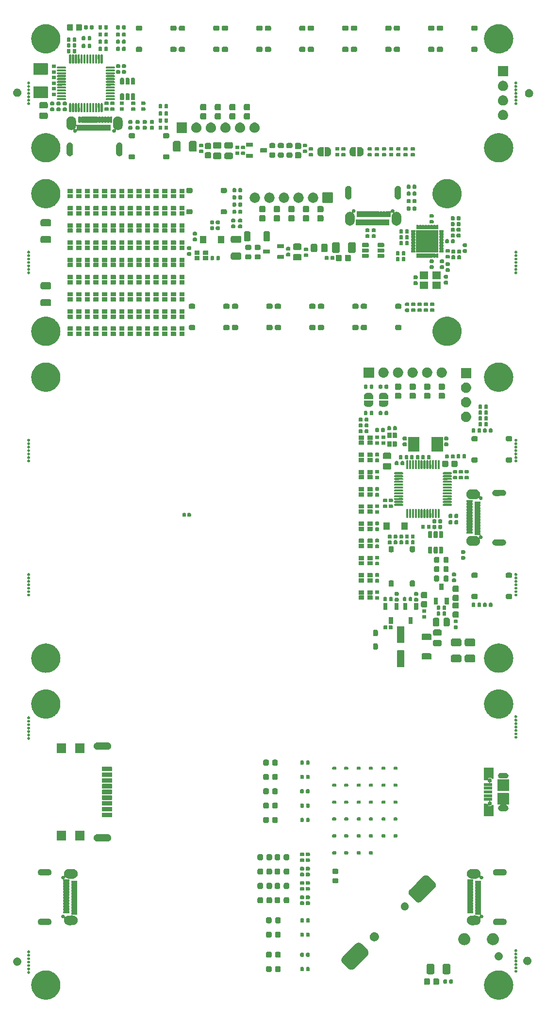
<source format=gbr>
%TF.GenerationSoftware,KiCad,Pcbnew,8.0.3*%
%TF.CreationDate,2024-07-18T08:21:33+12:00*%
%TF.ProjectId,Batch 1,42617463-6820-4312-9e6b-696361645f70,rev?*%
%TF.SameCoordinates,Original*%
%TF.FileFunction,Soldermask,Top*%
%TF.FilePolarity,Negative*%
%FSLAX46Y46*%
G04 Gerber Fmt 4.6, Leading zero omitted, Abs format (unit mm)*
G04 Created by KiCad (PCBNEW 8.0.3) date 2024-07-18 08:21:33*
%MOMM*%
%LPD*%
G01*
G04 APERTURE LIST*
G04 APERTURE END LIST*
G36*
X20081242Y-179455034D02*
G01*
X20160118Y-179455034D01*
X20232578Y-179464187D01*
X20307355Y-179468711D01*
X20393844Y-179484560D01*
X20477824Y-179495170D01*
X20542867Y-179511870D01*
X20610225Y-179524214D01*
X20700472Y-179552336D01*
X20787995Y-179574808D01*
X20844937Y-179597353D01*
X20904200Y-179615820D01*
X20996501Y-179657361D01*
X21085739Y-179692693D01*
X21134196Y-179719332D01*
X21184990Y-179742193D01*
X21277448Y-179798086D01*
X21366360Y-179846966D01*
X21406269Y-179875961D01*
X21448503Y-179901493D01*
X21539052Y-179972433D01*
X21625433Y-180035193D01*
X21657024Y-180064859D01*
X21690887Y-180091389D01*
X21777361Y-180177863D01*
X21858872Y-180254407D01*
X21882660Y-180283162D01*
X21908614Y-180309116D01*
X21988765Y-180411421D01*
X22062995Y-180501150D01*
X22079760Y-180527567D01*
X22098510Y-180551500D01*
X22170050Y-180669842D01*
X22234584Y-180771530D01*
X22245334Y-180794376D01*
X22257810Y-180815013D01*
X22318494Y-180949847D01*
X22370932Y-181061284D01*
X22376863Y-181079540D01*
X22384183Y-181095803D01*
X22431838Y-181248734D01*
X22469889Y-181365843D01*
X22472348Y-181378738D01*
X22475789Y-181389778D01*
X22508378Y-181567614D01*
X22529894Y-181680402D01*
X22530336Y-181687433D01*
X22531292Y-181692648D01*
X22546919Y-181951008D01*
X22550002Y-182000002D01*
X22546919Y-182048999D01*
X22531292Y-182307355D01*
X22530336Y-182312569D01*
X22529894Y-182319602D01*
X22508374Y-182432413D01*
X22475789Y-182610225D01*
X22472349Y-182621263D01*
X22469889Y-182634161D01*
X22431830Y-182751293D01*
X22384183Y-182904200D01*
X22376865Y-182920459D01*
X22370932Y-182938720D01*
X22318483Y-183050177D01*
X22257810Y-183184990D01*
X22245336Y-183205622D01*
X22234584Y-183228474D01*
X22170038Y-183330181D01*
X22098510Y-183448503D01*
X22079763Y-183472430D01*
X22062995Y-183498854D01*
X21988750Y-183588599D01*
X21908614Y-183690887D01*
X21882665Y-183716835D01*
X21858872Y-183745597D01*
X21777344Y-183822156D01*
X21690887Y-183908614D01*
X21657030Y-183935138D01*
X21625433Y-183964811D01*
X21539034Y-184027582D01*
X21448503Y-184098510D01*
X21406277Y-184124036D01*
X21366360Y-184153038D01*
X21277430Y-184201927D01*
X21184990Y-184257810D01*
X21134206Y-184280665D01*
X21085739Y-184307311D01*
X20996483Y-184342649D01*
X20904200Y-184384183D01*
X20844949Y-184402646D01*
X20787995Y-184425196D01*
X20700454Y-184447672D01*
X20610225Y-184475789D01*
X20542881Y-184488130D01*
X20477824Y-184504834D01*
X20393827Y-184515445D01*
X20307355Y-184531292D01*
X20232593Y-184535814D01*
X20160118Y-184544970D01*
X20081225Y-184544970D01*
X20000002Y-184549883D01*
X19918778Y-184544970D01*
X19839886Y-184544970D01*
X19767411Y-184535814D01*
X19692648Y-184531292D01*
X19606173Y-184515444D01*
X19522180Y-184504834D01*
X19457125Y-184488130D01*
X19389778Y-184475789D01*
X19299544Y-184447671D01*
X19212009Y-184425196D01*
X19155058Y-184402647D01*
X19095803Y-184384183D01*
X19003512Y-184342646D01*
X18914265Y-184307311D01*
X18865802Y-184280668D01*
X18815013Y-184257810D01*
X18722562Y-184201921D01*
X18633644Y-184153038D01*
X18593731Y-184124040D01*
X18551500Y-184098510D01*
X18460955Y-184027572D01*
X18374571Y-183964811D01*
X18342978Y-183935143D01*
X18309116Y-183908614D01*
X18222642Y-183822140D01*
X18141132Y-183745597D01*
X18117343Y-183716841D01*
X18091389Y-183690887D01*
X18011234Y-183588577D01*
X17937009Y-183498854D01*
X17920244Y-183472437D01*
X17901493Y-183448503D01*
X17829944Y-183330148D01*
X17765420Y-183228474D01*
X17754670Y-183205630D01*
X17742193Y-183184990D01*
X17681497Y-183050129D01*
X17629072Y-182938720D01*
X17623141Y-182920467D01*
X17615820Y-182904200D01*
X17568149Y-182751218D01*
X17530115Y-182634161D01*
X17527656Y-182621271D01*
X17524214Y-182610225D01*
X17491604Y-182432280D01*
X17470110Y-182319602D01*
X17469668Y-182312577D01*
X17468711Y-182307355D01*
X17453058Y-182048587D01*
X17450002Y-182000002D01*
X17453058Y-181951420D01*
X17468711Y-181692648D01*
X17469668Y-181687425D01*
X17470110Y-181680402D01*
X17491599Y-181567747D01*
X17524214Y-181389778D01*
X17527656Y-181378729D01*
X17530115Y-181365843D01*
X17568141Y-181248809D01*
X17615820Y-181095803D01*
X17623142Y-181079532D01*
X17629072Y-181061284D01*
X17681486Y-180949896D01*
X17742193Y-180815013D01*
X17754672Y-180794369D01*
X17765420Y-180771530D01*
X17829932Y-180669875D01*
X17901493Y-180551500D01*
X17920247Y-180527561D01*
X17937009Y-180501150D01*
X18011219Y-180411444D01*
X18091389Y-180309116D01*
X18117347Y-180283157D01*
X18141132Y-180254407D01*
X18222626Y-180177878D01*
X18309116Y-180091389D01*
X18342984Y-180064854D01*
X18374571Y-180035193D01*
X18460938Y-179972443D01*
X18551500Y-179901493D01*
X18593739Y-179875958D01*
X18633644Y-179846966D01*
X18722544Y-179798092D01*
X18815013Y-179742193D01*
X18865812Y-179719330D01*
X18914265Y-179692693D01*
X19003494Y-179657364D01*
X19095803Y-179615820D01*
X19155069Y-179597351D01*
X19212009Y-179574808D01*
X19299526Y-179552337D01*
X19389778Y-179524214D01*
X19457138Y-179511869D01*
X19522180Y-179495170D01*
X19606155Y-179484561D01*
X19692648Y-179468711D01*
X19767426Y-179464187D01*
X19839886Y-179455034D01*
X19918762Y-179455034D01*
X20000002Y-179450120D01*
X20081242Y-179455034D01*
G37*
G36*
X99081242Y-179455034D02*
G01*
X99160118Y-179455034D01*
X99232578Y-179464187D01*
X99307355Y-179468711D01*
X99393844Y-179484560D01*
X99477824Y-179495170D01*
X99542867Y-179511870D01*
X99610225Y-179524214D01*
X99700472Y-179552336D01*
X99787995Y-179574808D01*
X99844937Y-179597353D01*
X99904200Y-179615820D01*
X99996501Y-179657361D01*
X100085739Y-179692693D01*
X100134196Y-179719332D01*
X100184990Y-179742193D01*
X100277448Y-179798086D01*
X100366360Y-179846966D01*
X100406269Y-179875961D01*
X100448503Y-179901493D01*
X100539052Y-179972433D01*
X100625433Y-180035193D01*
X100657024Y-180064859D01*
X100690887Y-180091389D01*
X100777361Y-180177863D01*
X100858872Y-180254407D01*
X100882660Y-180283162D01*
X100908614Y-180309116D01*
X100988765Y-180411421D01*
X101062995Y-180501150D01*
X101079760Y-180527567D01*
X101098510Y-180551500D01*
X101170050Y-180669842D01*
X101234584Y-180771530D01*
X101245334Y-180794376D01*
X101257810Y-180815013D01*
X101318494Y-180949847D01*
X101370932Y-181061284D01*
X101376863Y-181079540D01*
X101384183Y-181095803D01*
X101431838Y-181248734D01*
X101469889Y-181365843D01*
X101472348Y-181378738D01*
X101475789Y-181389778D01*
X101508378Y-181567614D01*
X101529894Y-181680402D01*
X101530336Y-181687433D01*
X101531292Y-181692648D01*
X101546919Y-181951008D01*
X101550002Y-182000002D01*
X101546919Y-182048999D01*
X101531292Y-182307355D01*
X101530336Y-182312569D01*
X101529894Y-182319602D01*
X101508374Y-182432413D01*
X101475789Y-182610225D01*
X101472349Y-182621263D01*
X101469889Y-182634161D01*
X101431830Y-182751293D01*
X101384183Y-182904200D01*
X101376865Y-182920459D01*
X101370932Y-182938720D01*
X101318483Y-183050177D01*
X101257810Y-183184990D01*
X101245336Y-183205622D01*
X101234584Y-183228474D01*
X101170038Y-183330181D01*
X101098510Y-183448503D01*
X101079763Y-183472430D01*
X101062995Y-183498854D01*
X100988750Y-183588599D01*
X100908614Y-183690887D01*
X100882665Y-183716835D01*
X100858872Y-183745597D01*
X100777344Y-183822156D01*
X100690887Y-183908614D01*
X100657030Y-183935138D01*
X100625433Y-183964811D01*
X100539034Y-184027582D01*
X100448503Y-184098510D01*
X100406277Y-184124036D01*
X100366360Y-184153038D01*
X100277430Y-184201927D01*
X100184990Y-184257810D01*
X100134206Y-184280665D01*
X100085739Y-184307311D01*
X99996483Y-184342649D01*
X99904200Y-184384183D01*
X99844949Y-184402646D01*
X99787995Y-184425196D01*
X99700454Y-184447672D01*
X99610225Y-184475789D01*
X99542881Y-184488130D01*
X99477824Y-184504834D01*
X99393827Y-184515445D01*
X99307355Y-184531292D01*
X99232593Y-184535814D01*
X99160118Y-184544970D01*
X99081225Y-184544970D01*
X99000002Y-184549883D01*
X98918778Y-184544970D01*
X98839886Y-184544970D01*
X98767411Y-184535814D01*
X98692648Y-184531292D01*
X98606173Y-184515444D01*
X98522180Y-184504834D01*
X98457125Y-184488130D01*
X98389778Y-184475789D01*
X98299544Y-184447671D01*
X98212009Y-184425196D01*
X98155058Y-184402647D01*
X98095803Y-184384183D01*
X98003512Y-184342646D01*
X97914265Y-184307311D01*
X97865802Y-184280668D01*
X97815013Y-184257810D01*
X97722562Y-184201921D01*
X97633644Y-184153038D01*
X97593731Y-184124040D01*
X97551500Y-184098510D01*
X97460955Y-184027572D01*
X97374571Y-183964811D01*
X97342978Y-183935143D01*
X97309116Y-183908614D01*
X97222642Y-183822140D01*
X97141132Y-183745597D01*
X97117343Y-183716841D01*
X97091389Y-183690887D01*
X97011234Y-183588577D01*
X96937009Y-183498854D01*
X96920244Y-183472437D01*
X96901493Y-183448503D01*
X96829944Y-183330148D01*
X96765420Y-183228474D01*
X96754670Y-183205630D01*
X96742193Y-183184990D01*
X96681497Y-183050129D01*
X96629072Y-182938720D01*
X96623141Y-182920467D01*
X96615820Y-182904200D01*
X96568149Y-182751218D01*
X96530115Y-182634161D01*
X96527656Y-182621271D01*
X96524214Y-182610225D01*
X96491604Y-182432280D01*
X96470110Y-182319602D01*
X96469668Y-182312577D01*
X96468711Y-182307355D01*
X96453058Y-182048587D01*
X96450002Y-182000002D01*
X96453058Y-181951420D01*
X96468711Y-181692648D01*
X96469668Y-181687425D01*
X96470110Y-181680402D01*
X96491599Y-181567747D01*
X96524214Y-181389778D01*
X96527656Y-181378729D01*
X96530115Y-181365843D01*
X96568141Y-181248809D01*
X96615820Y-181095803D01*
X96623142Y-181079532D01*
X96629072Y-181061284D01*
X96681486Y-180949896D01*
X96742193Y-180815013D01*
X96754672Y-180794369D01*
X96765420Y-180771530D01*
X96829932Y-180669875D01*
X96901493Y-180551500D01*
X96920247Y-180527561D01*
X96937009Y-180501150D01*
X97011219Y-180411444D01*
X97091389Y-180309116D01*
X97117347Y-180283157D01*
X97141132Y-180254407D01*
X97222626Y-180177878D01*
X97309116Y-180091389D01*
X97342984Y-180064854D01*
X97374571Y-180035193D01*
X97460938Y-179972443D01*
X97551500Y-179901493D01*
X97593739Y-179875958D01*
X97633644Y-179846966D01*
X97722544Y-179798092D01*
X97815013Y-179742193D01*
X97865812Y-179719330D01*
X97914265Y-179692693D01*
X98003494Y-179657364D01*
X98095803Y-179615820D01*
X98155069Y-179597351D01*
X98212009Y-179574808D01*
X98299526Y-179552337D01*
X98389778Y-179524214D01*
X98457138Y-179511869D01*
X98522180Y-179495170D01*
X98606155Y-179484561D01*
X98692648Y-179468711D01*
X98767426Y-179464187D01*
X98839886Y-179455034D01*
X98918762Y-179455034D01*
X99000002Y-179450120D01*
X99081242Y-179455034D01*
G37*
G36*
X86901539Y-180865226D02*
G01*
X86966423Y-180908581D01*
X87009778Y-180973465D01*
X87025002Y-181050002D01*
X87025002Y-181750002D01*
X87009778Y-181826539D01*
X86966423Y-181891423D01*
X86901539Y-181934778D01*
X86825002Y-181950002D01*
X86175002Y-181950002D01*
X86098465Y-181934778D01*
X86033581Y-181891423D01*
X85990226Y-181826539D01*
X85975002Y-181750002D01*
X85975002Y-181050002D01*
X85990226Y-180973465D01*
X86033581Y-180908581D01*
X86098465Y-180865226D01*
X86175002Y-180850002D01*
X86825002Y-180850002D01*
X86901539Y-180865226D01*
G37*
G36*
X88501539Y-180865226D02*
G01*
X88566423Y-180908581D01*
X88609778Y-180973465D01*
X88625002Y-181050002D01*
X88625002Y-181750002D01*
X88609778Y-181826539D01*
X88566423Y-181891423D01*
X88501539Y-181934778D01*
X88425002Y-181950002D01*
X87775002Y-181950002D01*
X87698465Y-181934778D01*
X87633581Y-181891423D01*
X87590226Y-181826539D01*
X87575002Y-181750002D01*
X87575002Y-181050002D01*
X87590226Y-180973465D01*
X87633581Y-180908581D01*
X87698465Y-180865226D01*
X87775002Y-180850002D01*
X88425002Y-180850002D01*
X88501539Y-180865226D01*
G37*
G36*
X89865798Y-181024084D02*
G01*
X89925817Y-181064187D01*
X89965920Y-181124206D01*
X89980002Y-181195002D01*
X89980002Y-181565002D01*
X89965920Y-181635798D01*
X89925817Y-181695817D01*
X89865798Y-181735920D01*
X89795002Y-181750002D01*
X89525002Y-181750002D01*
X89454206Y-181735920D01*
X89394187Y-181695817D01*
X89354084Y-181635798D01*
X89340002Y-181565002D01*
X89340002Y-181195002D01*
X89354084Y-181124206D01*
X89394187Y-181064187D01*
X89454206Y-181024084D01*
X89525002Y-181010002D01*
X89795002Y-181010002D01*
X89865798Y-181024084D01*
G37*
G36*
X90885798Y-181024084D02*
G01*
X90945817Y-181064187D01*
X90985920Y-181124206D01*
X91000002Y-181195002D01*
X91000002Y-181565002D01*
X90985920Y-181635798D01*
X90945817Y-181695817D01*
X90885798Y-181735920D01*
X90815002Y-181750002D01*
X90545002Y-181750002D01*
X90474206Y-181735920D01*
X90414187Y-181695817D01*
X90374084Y-181635798D01*
X90360002Y-181565002D01*
X90360002Y-181195002D01*
X90374084Y-181124206D01*
X90414187Y-181064187D01*
X90474206Y-181024084D01*
X90545002Y-181010002D01*
X90815002Y-181010002D01*
X90885798Y-181024084D01*
G37*
G36*
X87543687Y-178282971D02*
G01*
X87552895Y-178287036D01*
X87559726Y-178288032D01*
X87602424Y-178308905D01*
X87644543Y-178327503D01*
X87648443Y-178331403D01*
X87648803Y-178331579D01*
X87718424Y-178401200D01*
X87718599Y-178401559D01*
X87722501Y-178405461D01*
X87741102Y-178447590D01*
X87761971Y-178490277D01*
X87762965Y-178497105D01*
X87767033Y-178506317D01*
X87775002Y-178575002D01*
X87775002Y-179825002D01*
X87767033Y-179893687D01*
X87762965Y-179902898D01*
X87761971Y-179909726D01*
X87741107Y-179952403D01*
X87722501Y-179994543D01*
X87718599Y-179998444D01*
X87718424Y-179998803D01*
X87648803Y-180068424D01*
X87648444Y-180068599D01*
X87644543Y-180072501D01*
X87602403Y-180091107D01*
X87559726Y-180111971D01*
X87552898Y-180112965D01*
X87543687Y-180117033D01*
X87475002Y-180125002D01*
X86725002Y-180125002D01*
X86656317Y-180117033D01*
X86647105Y-180112965D01*
X86640277Y-180111971D01*
X86597590Y-180091102D01*
X86555461Y-180072501D01*
X86551559Y-180068599D01*
X86551200Y-180068424D01*
X86481579Y-179998803D01*
X86481403Y-179998443D01*
X86477503Y-179994543D01*
X86458905Y-179952424D01*
X86438032Y-179909726D01*
X86437036Y-179902895D01*
X86432971Y-179893687D01*
X86425002Y-179825002D01*
X86425002Y-178575002D01*
X86432971Y-178506317D01*
X86437036Y-178497109D01*
X86438032Y-178490277D01*
X86458910Y-178447569D01*
X86477503Y-178405461D01*
X86481402Y-178401561D01*
X86481579Y-178401200D01*
X86551200Y-178331579D01*
X86551561Y-178331402D01*
X86555461Y-178327503D01*
X86597569Y-178308910D01*
X86640277Y-178288032D01*
X86647109Y-178287036D01*
X86656317Y-178282971D01*
X86725002Y-178275002D01*
X87475002Y-178275002D01*
X87543687Y-178282971D01*
G37*
G36*
X90343687Y-178282971D02*
G01*
X90352895Y-178287036D01*
X90359726Y-178288032D01*
X90402424Y-178308905D01*
X90444543Y-178327503D01*
X90448443Y-178331403D01*
X90448803Y-178331579D01*
X90518424Y-178401200D01*
X90518599Y-178401559D01*
X90522501Y-178405461D01*
X90541102Y-178447590D01*
X90561971Y-178490277D01*
X90562965Y-178497105D01*
X90567033Y-178506317D01*
X90575002Y-178575002D01*
X90575002Y-179825002D01*
X90567033Y-179893687D01*
X90562965Y-179902898D01*
X90561971Y-179909726D01*
X90541107Y-179952403D01*
X90522501Y-179994543D01*
X90518599Y-179998444D01*
X90518424Y-179998803D01*
X90448803Y-180068424D01*
X90448444Y-180068599D01*
X90444543Y-180072501D01*
X90402403Y-180091107D01*
X90359726Y-180111971D01*
X90352898Y-180112965D01*
X90343687Y-180117033D01*
X90275002Y-180125002D01*
X89525002Y-180125002D01*
X89456317Y-180117033D01*
X89447105Y-180112965D01*
X89440277Y-180111971D01*
X89397590Y-180091102D01*
X89355461Y-180072501D01*
X89351559Y-180068599D01*
X89351200Y-180068424D01*
X89281579Y-179998803D01*
X89281403Y-179998443D01*
X89277503Y-179994543D01*
X89258905Y-179952424D01*
X89238032Y-179909726D01*
X89237036Y-179902895D01*
X89232971Y-179893687D01*
X89225002Y-179825002D01*
X89225002Y-178575002D01*
X89232971Y-178506317D01*
X89237036Y-178497109D01*
X89238032Y-178490277D01*
X89258910Y-178447569D01*
X89277503Y-178405461D01*
X89281402Y-178401561D01*
X89281579Y-178401200D01*
X89351200Y-178331579D01*
X89351561Y-178331402D01*
X89355461Y-178327503D01*
X89397569Y-178308910D01*
X89440277Y-178288032D01*
X89447109Y-178287036D01*
X89456317Y-178282971D01*
X89525002Y-178275002D01*
X90275002Y-178275002D01*
X90343687Y-178282971D01*
G37*
G36*
X17024063Y-175954788D02*
G01*
X17043240Y-175954788D01*
X17066352Y-175963199D01*
X17095673Y-175969032D01*
X17111580Y-175979660D01*
X17124500Y-175984363D01*
X17147494Y-176003657D01*
X17176779Y-176023225D01*
X17184392Y-176034619D01*
X17190744Y-176039949D01*
X17208480Y-176070670D01*
X17230972Y-176104331D01*
X17232579Y-176112410D01*
X17233983Y-176114842D01*
X17241167Y-176155589D01*
X17250002Y-176200002D01*
X17241167Y-176244418D01*
X17233983Y-176285161D01*
X17232579Y-176287592D01*
X17230972Y-176295673D01*
X17208476Y-176329340D01*
X17190744Y-176360054D01*
X17184393Y-176365382D01*
X17176779Y-176376779D01*
X17147488Y-176396350D01*
X17124500Y-176415640D01*
X17111582Y-176420341D01*
X17095673Y-176430972D01*
X17066349Y-176436804D01*
X17017762Y-176454489D01*
X17017762Y-176545515D01*
X17066352Y-176563199D01*
X17095673Y-176569032D01*
X17111580Y-176579660D01*
X17124500Y-176584363D01*
X17147494Y-176603657D01*
X17176779Y-176623225D01*
X17184392Y-176634619D01*
X17190744Y-176639949D01*
X17208480Y-176670670D01*
X17230972Y-176704331D01*
X17232579Y-176712410D01*
X17233983Y-176714842D01*
X17241167Y-176755589D01*
X17250002Y-176800002D01*
X17241167Y-176844418D01*
X17233983Y-176885161D01*
X17232579Y-176887592D01*
X17230972Y-176895673D01*
X17208476Y-176929340D01*
X17190744Y-176960054D01*
X17184393Y-176965382D01*
X17176779Y-176976779D01*
X17147488Y-176996350D01*
X17124500Y-177015640D01*
X17111582Y-177020341D01*
X17095673Y-177030972D01*
X17066349Y-177036804D01*
X17017762Y-177054489D01*
X17017762Y-177145515D01*
X17066352Y-177163199D01*
X17095673Y-177169032D01*
X17111580Y-177179660D01*
X17124500Y-177184363D01*
X17147494Y-177203657D01*
X17176779Y-177223225D01*
X17184392Y-177234619D01*
X17190744Y-177239949D01*
X17208480Y-177270670D01*
X17230972Y-177304331D01*
X17232579Y-177312410D01*
X17233983Y-177314842D01*
X17241167Y-177355589D01*
X17250002Y-177400002D01*
X17241167Y-177444418D01*
X17233983Y-177485161D01*
X17232579Y-177487592D01*
X17230972Y-177495673D01*
X17208476Y-177529340D01*
X17190744Y-177560054D01*
X17184393Y-177565382D01*
X17176779Y-177576779D01*
X17147488Y-177596350D01*
X17124500Y-177615640D01*
X17111582Y-177620341D01*
X17095673Y-177630972D01*
X17066349Y-177636804D01*
X17017762Y-177654489D01*
X17017762Y-177745515D01*
X17066352Y-177763199D01*
X17095673Y-177769032D01*
X17111580Y-177779660D01*
X17124500Y-177784363D01*
X17147494Y-177803657D01*
X17176779Y-177823225D01*
X17184392Y-177834619D01*
X17190744Y-177839949D01*
X17208480Y-177870670D01*
X17230972Y-177904331D01*
X17232579Y-177912410D01*
X17233983Y-177914842D01*
X17241167Y-177955589D01*
X17250002Y-178000002D01*
X17241167Y-178044418D01*
X17233983Y-178085161D01*
X17232579Y-178087592D01*
X17230972Y-178095673D01*
X17208476Y-178129340D01*
X17190744Y-178160054D01*
X17184393Y-178165382D01*
X17176779Y-178176779D01*
X17147488Y-178196350D01*
X17124500Y-178215640D01*
X17111582Y-178220341D01*
X17095673Y-178230972D01*
X17066349Y-178236804D01*
X17017762Y-178254489D01*
X17017762Y-178345515D01*
X17066352Y-178363199D01*
X17095673Y-178369032D01*
X17111580Y-178379660D01*
X17124500Y-178384363D01*
X17147494Y-178403657D01*
X17176779Y-178423225D01*
X17184392Y-178434619D01*
X17190744Y-178439949D01*
X17208480Y-178470670D01*
X17230972Y-178504331D01*
X17232579Y-178512410D01*
X17233983Y-178514842D01*
X17241167Y-178555589D01*
X17250002Y-178600002D01*
X17241167Y-178644418D01*
X17233983Y-178685161D01*
X17232579Y-178687592D01*
X17230972Y-178695673D01*
X17208476Y-178729340D01*
X17190744Y-178760054D01*
X17184393Y-178765382D01*
X17176779Y-178776779D01*
X17147488Y-178796350D01*
X17124500Y-178815640D01*
X17111582Y-178820341D01*
X17095673Y-178830972D01*
X17066349Y-178836804D01*
X17017762Y-178854489D01*
X17017762Y-178945515D01*
X17066352Y-178963199D01*
X17095673Y-178969032D01*
X17111580Y-178979660D01*
X17124500Y-178984363D01*
X17147494Y-179003657D01*
X17176779Y-179023225D01*
X17184392Y-179034619D01*
X17190744Y-179039949D01*
X17208480Y-179070670D01*
X17230972Y-179104331D01*
X17232579Y-179112410D01*
X17233983Y-179114842D01*
X17241167Y-179155589D01*
X17250002Y-179200002D01*
X17241167Y-179244418D01*
X17233983Y-179285161D01*
X17232579Y-179287592D01*
X17230972Y-179295673D01*
X17208476Y-179329340D01*
X17190744Y-179360054D01*
X17184393Y-179365382D01*
X17176779Y-179376779D01*
X17147488Y-179396350D01*
X17124500Y-179415640D01*
X17111582Y-179420341D01*
X17095673Y-179430972D01*
X17066349Y-179436804D01*
X17017762Y-179454489D01*
X17017762Y-179545515D01*
X17066352Y-179563199D01*
X17095673Y-179569032D01*
X17111580Y-179579660D01*
X17124500Y-179584363D01*
X17147494Y-179603657D01*
X17176779Y-179623225D01*
X17184392Y-179634619D01*
X17190744Y-179639949D01*
X17208480Y-179670670D01*
X17230972Y-179704331D01*
X17232579Y-179712410D01*
X17233983Y-179714842D01*
X17241167Y-179755589D01*
X17250002Y-179800002D01*
X17241167Y-179844418D01*
X17233983Y-179885161D01*
X17232579Y-179887592D01*
X17230972Y-179895673D01*
X17208476Y-179929340D01*
X17190744Y-179960054D01*
X17184393Y-179965382D01*
X17176779Y-179976779D01*
X17147488Y-179996350D01*
X17124500Y-180015640D01*
X17111582Y-180020341D01*
X17095673Y-180030972D01*
X17066350Y-180036804D01*
X17043240Y-180045216D01*
X17024063Y-180045216D01*
X17000002Y-180050002D01*
X16975941Y-180045216D01*
X16956764Y-180045216D01*
X16933653Y-180036804D01*
X16904331Y-180030972D01*
X16888422Y-180020342D01*
X16875503Y-180015640D01*
X16852510Y-179996347D01*
X16823225Y-179976779D01*
X16815611Y-179965384D01*
X16809259Y-179960054D01*
X16791520Y-179929329D01*
X16769032Y-179895673D01*
X16767425Y-179887594D01*
X16766020Y-179885161D01*
X16758828Y-179844373D01*
X16750002Y-179800002D01*
X16758827Y-179755634D01*
X16766020Y-179714842D01*
X16767425Y-179712407D01*
X16769032Y-179704331D01*
X16791515Y-179670681D01*
X16809259Y-179639949D01*
X16815612Y-179634617D01*
X16823225Y-179623225D01*
X16852508Y-179603658D01*
X16875504Y-179584363D01*
X16888424Y-179579660D01*
X16904331Y-179569032D01*
X16933650Y-179563200D01*
X16982241Y-179545515D01*
X16982241Y-179454489D01*
X16933652Y-179436804D01*
X16904331Y-179430972D01*
X16888422Y-179420342D01*
X16875503Y-179415640D01*
X16852510Y-179396347D01*
X16823225Y-179376779D01*
X16815611Y-179365384D01*
X16809259Y-179360054D01*
X16791520Y-179329329D01*
X16769032Y-179295673D01*
X16767425Y-179287594D01*
X16766020Y-179285161D01*
X16758828Y-179244373D01*
X16750002Y-179200002D01*
X16758827Y-179155634D01*
X16766020Y-179114842D01*
X16767425Y-179112407D01*
X16769032Y-179104331D01*
X16791515Y-179070681D01*
X16809259Y-179039949D01*
X16815612Y-179034617D01*
X16823225Y-179023225D01*
X16852508Y-179003658D01*
X16875504Y-178984363D01*
X16888424Y-178979660D01*
X16904331Y-178969032D01*
X16933650Y-178963200D01*
X16982241Y-178945515D01*
X16982241Y-178854489D01*
X16933652Y-178836804D01*
X16904331Y-178830972D01*
X16888422Y-178820342D01*
X16875503Y-178815640D01*
X16852510Y-178796347D01*
X16823225Y-178776779D01*
X16815611Y-178765384D01*
X16809259Y-178760054D01*
X16791520Y-178729329D01*
X16769032Y-178695673D01*
X16767425Y-178687594D01*
X16766020Y-178685161D01*
X16758828Y-178644373D01*
X16750002Y-178600002D01*
X16758827Y-178555634D01*
X16766020Y-178514842D01*
X16767425Y-178512407D01*
X16769032Y-178504331D01*
X16791515Y-178470681D01*
X16809259Y-178439949D01*
X16815612Y-178434617D01*
X16823225Y-178423225D01*
X16852508Y-178403658D01*
X16875504Y-178384363D01*
X16888424Y-178379660D01*
X16904331Y-178369032D01*
X16933650Y-178363200D01*
X16982241Y-178345515D01*
X16982241Y-178254489D01*
X16933652Y-178236804D01*
X16904331Y-178230972D01*
X16888422Y-178220342D01*
X16875503Y-178215640D01*
X16852510Y-178196347D01*
X16823225Y-178176779D01*
X16815611Y-178165384D01*
X16809259Y-178160054D01*
X16791520Y-178129329D01*
X16769032Y-178095673D01*
X16767425Y-178087594D01*
X16766020Y-178085161D01*
X16758828Y-178044373D01*
X16750002Y-178000002D01*
X16758827Y-177955634D01*
X16766020Y-177914842D01*
X16767425Y-177912407D01*
X16769032Y-177904331D01*
X16791515Y-177870681D01*
X16809259Y-177839949D01*
X16815612Y-177834617D01*
X16823225Y-177823225D01*
X16852508Y-177803658D01*
X16875504Y-177784363D01*
X16888424Y-177779660D01*
X16904331Y-177769032D01*
X16933650Y-177763200D01*
X16982241Y-177745515D01*
X16982241Y-177654489D01*
X16933652Y-177636804D01*
X16904331Y-177630972D01*
X16888422Y-177620342D01*
X16875503Y-177615640D01*
X16852510Y-177596347D01*
X16823225Y-177576779D01*
X16815611Y-177565384D01*
X16809259Y-177560054D01*
X16791520Y-177529329D01*
X16769032Y-177495673D01*
X16767425Y-177487594D01*
X16766020Y-177485161D01*
X16758828Y-177444373D01*
X16750002Y-177400002D01*
X16758827Y-177355634D01*
X16766020Y-177314842D01*
X16767425Y-177312407D01*
X16769032Y-177304331D01*
X16791515Y-177270681D01*
X16809259Y-177239949D01*
X16815612Y-177234617D01*
X16823225Y-177223225D01*
X16852508Y-177203658D01*
X16875504Y-177184363D01*
X16888424Y-177179660D01*
X16904331Y-177169032D01*
X16933650Y-177163200D01*
X16982241Y-177145515D01*
X16982241Y-177054489D01*
X16933652Y-177036804D01*
X16904331Y-177030972D01*
X16888422Y-177020342D01*
X16875503Y-177015640D01*
X16852510Y-176996347D01*
X16823225Y-176976779D01*
X16815611Y-176965384D01*
X16809259Y-176960054D01*
X16791520Y-176929329D01*
X16769032Y-176895673D01*
X16767425Y-176887594D01*
X16766020Y-176885161D01*
X16758828Y-176844373D01*
X16750002Y-176800002D01*
X16758827Y-176755634D01*
X16766020Y-176714842D01*
X16767425Y-176712407D01*
X16769032Y-176704331D01*
X16791515Y-176670681D01*
X16809259Y-176639949D01*
X16815612Y-176634617D01*
X16823225Y-176623225D01*
X16852508Y-176603658D01*
X16875504Y-176584363D01*
X16888424Y-176579660D01*
X16904331Y-176569032D01*
X16933650Y-176563200D01*
X16982241Y-176545515D01*
X16982241Y-176454489D01*
X16933652Y-176436804D01*
X16904331Y-176430972D01*
X16888422Y-176420342D01*
X16875503Y-176415640D01*
X16852510Y-176396347D01*
X16823225Y-176376779D01*
X16815611Y-176365384D01*
X16809259Y-176360054D01*
X16791520Y-176329329D01*
X16769032Y-176295673D01*
X16767425Y-176287594D01*
X16766020Y-176285161D01*
X16758828Y-176244373D01*
X16750002Y-176200002D01*
X16758827Y-176155634D01*
X16766020Y-176114842D01*
X16767425Y-176112407D01*
X16769032Y-176104331D01*
X16791515Y-176070681D01*
X16809259Y-176039949D01*
X16815612Y-176034617D01*
X16823225Y-176023225D01*
X16852508Y-176003658D01*
X16875504Y-175984363D01*
X16888423Y-175979660D01*
X16904331Y-175969032D01*
X16933651Y-175963199D01*
X16956764Y-175954788D01*
X16975941Y-175954788D01*
X17000002Y-175950002D01*
X17024063Y-175954788D01*
G37*
G36*
X102024063Y-175754788D02*
G01*
X102043240Y-175754788D01*
X102066352Y-175763199D01*
X102095673Y-175769032D01*
X102111580Y-175779660D01*
X102124500Y-175784363D01*
X102147494Y-175803657D01*
X102176779Y-175823225D01*
X102184392Y-175834619D01*
X102190744Y-175839949D01*
X102208480Y-175870670D01*
X102230972Y-175904331D01*
X102232579Y-175912410D01*
X102233983Y-175914842D01*
X102241167Y-175955589D01*
X102250002Y-176000002D01*
X102241167Y-176044418D01*
X102233983Y-176085161D01*
X102232579Y-176087592D01*
X102230972Y-176095673D01*
X102208476Y-176129340D01*
X102190744Y-176160054D01*
X102184393Y-176165382D01*
X102176779Y-176176779D01*
X102147488Y-176196350D01*
X102124500Y-176215640D01*
X102111582Y-176220341D01*
X102095673Y-176230972D01*
X102066349Y-176236804D01*
X102017762Y-176254489D01*
X102017762Y-176345515D01*
X102066352Y-176363199D01*
X102095673Y-176369032D01*
X102111580Y-176379660D01*
X102124500Y-176384363D01*
X102147494Y-176403657D01*
X102176779Y-176423225D01*
X102184392Y-176434619D01*
X102190744Y-176439949D01*
X102208480Y-176470670D01*
X102230972Y-176504331D01*
X102232579Y-176512410D01*
X102233983Y-176514842D01*
X102241167Y-176555589D01*
X102250002Y-176600002D01*
X102241167Y-176644418D01*
X102233983Y-176685161D01*
X102232579Y-176687592D01*
X102230972Y-176695673D01*
X102208476Y-176729340D01*
X102190744Y-176760054D01*
X102184393Y-176765382D01*
X102176779Y-176776779D01*
X102147488Y-176796350D01*
X102124500Y-176815640D01*
X102111582Y-176820341D01*
X102095673Y-176830972D01*
X102066349Y-176836804D01*
X102017762Y-176854489D01*
X102017762Y-176945515D01*
X102066352Y-176963199D01*
X102095673Y-176969032D01*
X102111580Y-176979660D01*
X102124500Y-176984363D01*
X102147494Y-177003657D01*
X102176779Y-177023225D01*
X102184392Y-177034619D01*
X102190744Y-177039949D01*
X102208480Y-177070670D01*
X102230972Y-177104331D01*
X102232579Y-177112410D01*
X102233983Y-177114842D01*
X102241167Y-177155589D01*
X102250002Y-177200002D01*
X102241167Y-177244418D01*
X102233983Y-177285161D01*
X102232579Y-177287592D01*
X102230972Y-177295673D01*
X102208476Y-177329340D01*
X102190744Y-177360054D01*
X102184393Y-177365382D01*
X102176779Y-177376779D01*
X102147488Y-177396350D01*
X102124500Y-177415640D01*
X102111582Y-177420341D01*
X102095673Y-177430972D01*
X102066349Y-177436804D01*
X102017762Y-177454489D01*
X102017762Y-177545515D01*
X102066352Y-177563199D01*
X102095673Y-177569032D01*
X102111580Y-177579660D01*
X102124500Y-177584363D01*
X102147494Y-177603657D01*
X102176779Y-177623225D01*
X102184392Y-177634619D01*
X102190744Y-177639949D01*
X102208480Y-177670670D01*
X102230972Y-177704331D01*
X102232579Y-177712410D01*
X102233983Y-177714842D01*
X102241167Y-177755589D01*
X102250002Y-177800002D01*
X102241167Y-177844418D01*
X102233983Y-177885161D01*
X102232579Y-177887592D01*
X102230972Y-177895673D01*
X102208476Y-177929340D01*
X102190744Y-177960054D01*
X102184393Y-177965382D01*
X102176779Y-177976779D01*
X102147488Y-177996350D01*
X102124500Y-178015640D01*
X102111582Y-178020341D01*
X102095673Y-178030972D01*
X102066349Y-178036804D01*
X102017762Y-178054489D01*
X102017762Y-178145515D01*
X102066352Y-178163199D01*
X102095673Y-178169032D01*
X102111580Y-178179660D01*
X102124500Y-178184363D01*
X102147494Y-178203657D01*
X102176779Y-178223225D01*
X102184392Y-178234619D01*
X102190744Y-178239949D01*
X102208480Y-178270670D01*
X102230972Y-178304331D01*
X102232579Y-178312410D01*
X102233983Y-178314842D01*
X102241167Y-178355589D01*
X102250002Y-178400002D01*
X102241167Y-178444418D01*
X102233983Y-178485161D01*
X102232579Y-178487592D01*
X102230972Y-178495673D01*
X102208476Y-178529340D01*
X102190744Y-178560054D01*
X102184393Y-178565382D01*
X102176779Y-178576779D01*
X102147488Y-178596350D01*
X102124500Y-178615640D01*
X102111582Y-178620341D01*
X102095673Y-178630972D01*
X102066349Y-178636804D01*
X102017762Y-178654489D01*
X102017762Y-178745515D01*
X102066352Y-178763199D01*
X102095673Y-178769032D01*
X102111580Y-178779660D01*
X102124500Y-178784363D01*
X102147494Y-178803657D01*
X102176779Y-178823225D01*
X102184392Y-178834619D01*
X102190744Y-178839949D01*
X102208480Y-178870670D01*
X102230972Y-178904331D01*
X102232579Y-178912410D01*
X102233983Y-178914842D01*
X102241167Y-178955589D01*
X102250002Y-179000002D01*
X102241167Y-179044418D01*
X102233983Y-179085161D01*
X102232579Y-179087592D01*
X102230972Y-179095673D01*
X102208476Y-179129340D01*
X102190744Y-179160054D01*
X102184393Y-179165382D01*
X102176779Y-179176779D01*
X102147488Y-179196350D01*
X102124500Y-179215640D01*
X102111582Y-179220341D01*
X102095673Y-179230972D01*
X102066349Y-179236804D01*
X102017762Y-179254489D01*
X102017762Y-179345515D01*
X102066352Y-179363199D01*
X102095673Y-179369032D01*
X102111580Y-179379660D01*
X102124500Y-179384363D01*
X102147494Y-179403657D01*
X102176779Y-179423225D01*
X102184392Y-179434619D01*
X102190744Y-179439949D01*
X102208480Y-179470670D01*
X102230972Y-179504331D01*
X102232579Y-179512410D01*
X102233983Y-179514842D01*
X102241167Y-179555589D01*
X102250002Y-179600002D01*
X102241167Y-179644418D01*
X102233983Y-179685161D01*
X102232579Y-179687592D01*
X102230972Y-179695673D01*
X102208476Y-179729340D01*
X102190744Y-179760054D01*
X102184393Y-179765382D01*
X102176779Y-179776779D01*
X102147488Y-179796350D01*
X102124500Y-179815640D01*
X102111582Y-179820341D01*
X102095673Y-179830972D01*
X102066350Y-179836804D01*
X102043240Y-179845216D01*
X102024063Y-179845216D01*
X102000002Y-179850002D01*
X101975941Y-179845216D01*
X101956764Y-179845216D01*
X101933653Y-179836804D01*
X101904331Y-179830972D01*
X101888422Y-179820342D01*
X101875503Y-179815640D01*
X101852510Y-179796347D01*
X101823225Y-179776779D01*
X101815611Y-179765384D01*
X101809259Y-179760054D01*
X101791520Y-179729329D01*
X101769032Y-179695673D01*
X101767425Y-179687594D01*
X101766020Y-179685161D01*
X101758828Y-179644373D01*
X101750002Y-179600002D01*
X101758827Y-179555634D01*
X101766020Y-179514842D01*
X101767425Y-179512407D01*
X101769032Y-179504331D01*
X101791515Y-179470681D01*
X101809259Y-179439949D01*
X101815612Y-179434617D01*
X101823225Y-179423225D01*
X101852508Y-179403658D01*
X101875504Y-179384363D01*
X101888424Y-179379660D01*
X101904331Y-179369032D01*
X101933650Y-179363200D01*
X101982241Y-179345515D01*
X101982241Y-179254489D01*
X101933652Y-179236804D01*
X101904331Y-179230972D01*
X101888422Y-179220342D01*
X101875503Y-179215640D01*
X101852510Y-179196347D01*
X101823225Y-179176779D01*
X101815611Y-179165384D01*
X101809259Y-179160054D01*
X101791520Y-179129329D01*
X101769032Y-179095673D01*
X101767425Y-179087594D01*
X101766020Y-179085161D01*
X101758828Y-179044373D01*
X101750002Y-179000002D01*
X101758827Y-178955634D01*
X101766020Y-178914842D01*
X101767425Y-178912407D01*
X101769032Y-178904331D01*
X101791515Y-178870681D01*
X101809259Y-178839949D01*
X101815612Y-178834617D01*
X101823225Y-178823225D01*
X101852508Y-178803658D01*
X101875504Y-178784363D01*
X101888424Y-178779660D01*
X101904331Y-178769032D01*
X101933650Y-178763200D01*
X101982241Y-178745515D01*
X101982241Y-178654489D01*
X101933652Y-178636804D01*
X101904331Y-178630972D01*
X101888422Y-178620342D01*
X101875503Y-178615640D01*
X101852510Y-178596347D01*
X101823225Y-178576779D01*
X101815611Y-178565384D01*
X101809259Y-178560054D01*
X101791520Y-178529329D01*
X101769032Y-178495673D01*
X101767425Y-178487594D01*
X101766020Y-178485161D01*
X101758828Y-178444373D01*
X101750002Y-178400002D01*
X101758827Y-178355634D01*
X101766020Y-178314842D01*
X101767425Y-178312407D01*
X101769032Y-178304331D01*
X101791515Y-178270681D01*
X101809259Y-178239949D01*
X101815612Y-178234617D01*
X101823225Y-178223225D01*
X101852508Y-178203658D01*
X101875504Y-178184363D01*
X101888424Y-178179660D01*
X101904331Y-178169032D01*
X101933650Y-178163200D01*
X101982241Y-178145515D01*
X101982241Y-178054489D01*
X101933652Y-178036804D01*
X101904331Y-178030972D01*
X101888422Y-178020342D01*
X101875503Y-178015640D01*
X101852510Y-177996347D01*
X101823225Y-177976779D01*
X101815611Y-177965384D01*
X101809259Y-177960054D01*
X101791520Y-177929329D01*
X101769032Y-177895673D01*
X101767425Y-177887594D01*
X101766020Y-177885161D01*
X101758828Y-177844373D01*
X101750002Y-177800002D01*
X101758827Y-177755634D01*
X101766020Y-177714842D01*
X101767425Y-177712407D01*
X101769032Y-177704331D01*
X101791515Y-177670681D01*
X101809259Y-177639949D01*
X101815612Y-177634617D01*
X101823225Y-177623225D01*
X101852508Y-177603658D01*
X101875504Y-177584363D01*
X101888424Y-177579660D01*
X101904331Y-177569032D01*
X101933650Y-177563200D01*
X101982241Y-177545515D01*
X101982241Y-177454489D01*
X101933652Y-177436804D01*
X101904331Y-177430972D01*
X101888422Y-177420342D01*
X101875503Y-177415640D01*
X101852510Y-177396347D01*
X101823225Y-177376779D01*
X101815611Y-177365384D01*
X101809259Y-177360054D01*
X101791520Y-177329329D01*
X101769032Y-177295673D01*
X101767425Y-177287594D01*
X101766020Y-177285161D01*
X101758828Y-177244373D01*
X101750002Y-177200002D01*
X101758827Y-177155634D01*
X101766020Y-177114842D01*
X101767425Y-177112407D01*
X101769032Y-177104331D01*
X101791515Y-177070681D01*
X101809259Y-177039949D01*
X101815612Y-177034617D01*
X101823225Y-177023225D01*
X101852508Y-177003658D01*
X101875504Y-176984363D01*
X101888424Y-176979660D01*
X101904331Y-176969032D01*
X101933650Y-176963200D01*
X101982241Y-176945515D01*
X101982241Y-176854489D01*
X101933652Y-176836804D01*
X101904331Y-176830972D01*
X101888422Y-176820342D01*
X101875503Y-176815640D01*
X101852510Y-176796347D01*
X101823225Y-176776779D01*
X101815611Y-176765384D01*
X101809259Y-176760054D01*
X101791520Y-176729329D01*
X101769032Y-176695673D01*
X101767425Y-176687594D01*
X101766020Y-176685161D01*
X101758828Y-176644373D01*
X101750002Y-176600002D01*
X101758827Y-176555634D01*
X101766020Y-176514842D01*
X101767425Y-176512407D01*
X101769032Y-176504331D01*
X101791515Y-176470681D01*
X101809259Y-176439949D01*
X101815612Y-176434617D01*
X101823225Y-176423225D01*
X101852508Y-176403658D01*
X101875504Y-176384363D01*
X101888424Y-176379660D01*
X101904331Y-176369032D01*
X101933650Y-176363200D01*
X101982241Y-176345515D01*
X101982241Y-176254489D01*
X101933652Y-176236804D01*
X101904331Y-176230972D01*
X101888422Y-176220342D01*
X101875503Y-176215640D01*
X101852510Y-176196347D01*
X101823225Y-176176779D01*
X101815611Y-176165384D01*
X101809259Y-176160054D01*
X101791520Y-176129329D01*
X101769032Y-176095673D01*
X101767425Y-176087594D01*
X101766020Y-176085161D01*
X101758828Y-176044373D01*
X101750002Y-176000002D01*
X101758827Y-175955634D01*
X101766020Y-175914842D01*
X101767425Y-175912407D01*
X101769032Y-175904331D01*
X101791515Y-175870681D01*
X101809259Y-175839949D01*
X101815612Y-175834617D01*
X101823225Y-175823225D01*
X101852508Y-175803658D01*
X101875504Y-175784363D01*
X101888423Y-175779660D01*
X101904331Y-175769032D01*
X101933651Y-175763199D01*
X101956764Y-175754788D01*
X101975941Y-175754788D01*
X102000002Y-175750002D01*
X102024063Y-175754788D01*
G37*
G36*
X59132691Y-178695260D02*
G01*
X59192330Y-178703112D01*
X59207331Y-178710107D01*
X59227198Y-178714059D01*
X59253512Y-178731641D01*
X59277926Y-178743026D01*
X59292778Y-178757878D01*
X59314387Y-178772317D01*
X59328825Y-178793925D01*
X59343677Y-178808777D01*
X59355060Y-178833188D01*
X59372645Y-178859506D01*
X59376596Y-178879374D01*
X59383591Y-178894373D01*
X59391440Y-178953999D01*
X59393102Y-178962352D01*
X59393102Y-179474852D01*
X59391440Y-179483206D01*
X59383591Y-179542830D01*
X59376597Y-179557828D01*
X59372645Y-179577698D01*
X59355058Y-179604017D01*
X59343677Y-179628426D01*
X59328827Y-179643275D01*
X59314387Y-179664887D01*
X59292775Y-179679327D01*
X59277926Y-179694177D01*
X59253517Y-179705558D01*
X59227198Y-179723145D01*
X59207328Y-179727097D01*
X59192330Y-179734091D01*
X59132706Y-179741940D01*
X59124352Y-179743602D01*
X58686852Y-179743602D01*
X58678499Y-179741940D01*
X58618873Y-179734091D01*
X58603874Y-179727096D01*
X58584006Y-179723145D01*
X58557688Y-179705560D01*
X58533277Y-179694177D01*
X58518425Y-179679325D01*
X58496817Y-179664887D01*
X58482378Y-179643278D01*
X58467526Y-179628426D01*
X58456141Y-179604012D01*
X58438559Y-179577698D01*
X58434607Y-179557831D01*
X58427612Y-179542830D01*
X58419760Y-179483191D01*
X58418102Y-179474852D01*
X58418102Y-178962352D01*
X58419760Y-178954014D01*
X58427612Y-178894373D01*
X58434607Y-178879370D01*
X58438559Y-178859506D01*
X58456140Y-178833193D01*
X58467526Y-178808777D01*
X58482380Y-178793922D01*
X58496817Y-178772317D01*
X58518422Y-178757880D01*
X58533277Y-178743026D01*
X58557693Y-178731640D01*
X58584006Y-178714059D01*
X58603870Y-178710107D01*
X58618873Y-178703112D01*
X58678514Y-178695260D01*
X58686852Y-178693602D01*
X59124352Y-178693602D01*
X59132691Y-178695260D01*
G37*
G36*
X60707691Y-178695260D02*
G01*
X60767330Y-178703112D01*
X60782331Y-178710107D01*
X60802198Y-178714059D01*
X60828512Y-178731641D01*
X60852926Y-178743026D01*
X60867778Y-178757878D01*
X60889387Y-178772317D01*
X60903825Y-178793925D01*
X60918677Y-178808777D01*
X60930060Y-178833188D01*
X60947645Y-178859506D01*
X60951596Y-178879374D01*
X60958591Y-178894373D01*
X60966440Y-178953999D01*
X60968102Y-178962352D01*
X60968102Y-179474852D01*
X60966440Y-179483206D01*
X60958591Y-179542830D01*
X60951597Y-179557828D01*
X60947645Y-179577698D01*
X60930058Y-179604017D01*
X60918677Y-179628426D01*
X60903827Y-179643275D01*
X60889387Y-179664887D01*
X60867775Y-179679327D01*
X60852926Y-179694177D01*
X60828517Y-179705558D01*
X60802198Y-179723145D01*
X60782328Y-179727097D01*
X60767330Y-179734091D01*
X60707706Y-179741940D01*
X60699352Y-179743602D01*
X60261852Y-179743602D01*
X60253499Y-179741940D01*
X60193873Y-179734091D01*
X60178874Y-179727096D01*
X60159006Y-179723145D01*
X60132688Y-179705560D01*
X60108277Y-179694177D01*
X60093425Y-179679325D01*
X60071817Y-179664887D01*
X60057378Y-179643278D01*
X60042526Y-179628426D01*
X60031141Y-179604012D01*
X60013559Y-179577698D01*
X60009607Y-179557831D01*
X60002612Y-179542830D01*
X59994760Y-179483191D01*
X59993102Y-179474852D01*
X59993102Y-178962352D01*
X59994760Y-178954014D01*
X60002612Y-178894373D01*
X60009607Y-178879370D01*
X60013559Y-178859506D01*
X60031140Y-178833193D01*
X60042526Y-178808777D01*
X60057380Y-178793922D01*
X60071817Y-178772317D01*
X60093422Y-178757880D01*
X60108277Y-178743026D01*
X60132693Y-178731640D01*
X60159006Y-178714059D01*
X60178870Y-178710107D01*
X60193873Y-178703112D01*
X60253514Y-178695260D01*
X60261852Y-178693602D01*
X60699352Y-178693602D01*
X60707691Y-178695260D01*
G37*
G36*
X64898898Y-178862684D02*
G01*
X64958917Y-178902787D01*
X64999020Y-178962806D01*
X65013102Y-179033602D01*
X65013102Y-179403602D01*
X64999020Y-179474398D01*
X64958917Y-179534417D01*
X64898898Y-179574520D01*
X64828102Y-179588602D01*
X64558102Y-179588602D01*
X64487306Y-179574520D01*
X64427287Y-179534417D01*
X64387184Y-179474398D01*
X64373102Y-179403602D01*
X64373102Y-179033602D01*
X64387184Y-178962806D01*
X64427287Y-178902787D01*
X64487306Y-178862684D01*
X64558102Y-178848602D01*
X64828102Y-178848602D01*
X64898898Y-178862684D01*
G37*
G36*
X65918898Y-178862684D02*
G01*
X65978917Y-178902787D01*
X66019020Y-178962806D01*
X66033102Y-179033602D01*
X66033102Y-179403602D01*
X66019020Y-179474398D01*
X65978917Y-179534417D01*
X65918898Y-179574520D01*
X65848102Y-179588602D01*
X65578102Y-179588602D01*
X65507306Y-179574520D01*
X65447287Y-179534417D01*
X65407184Y-179474398D01*
X65393102Y-179403602D01*
X65393102Y-179033602D01*
X65407184Y-178962806D01*
X65447287Y-178902787D01*
X65507306Y-178862684D01*
X65578102Y-178848602D01*
X65848102Y-178848602D01*
X65918898Y-178862684D01*
G37*
G36*
X74738357Y-174622519D02*
G01*
X74811000Y-174639099D01*
X74813605Y-174640353D01*
X74819944Y-174641856D01*
X74895031Y-174679566D01*
X74962233Y-174711929D01*
X74966931Y-174715676D01*
X74975561Y-174720010D01*
X75093759Y-174816295D01*
X76083709Y-175806245D01*
X76179994Y-175924443D01*
X76184327Y-175933070D01*
X76188073Y-175937768D01*
X76220424Y-176004946D01*
X76258148Y-176080060D01*
X76259650Y-176086400D01*
X76260904Y-176089003D01*
X76277473Y-176161597D01*
X76298308Y-176249505D01*
X76298308Y-176423644D01*
X76277469Y-176511565D01*
X76260904Y-176584146D01*
X76259651Y-176586747D01*
X76258148Y-176593090D01*
X76220419Y-176668213D01*
X76188074Y-176735379D01*
X76184328Y-176740076D01*
X76179994Y-176748706D01*
X76083709Y-176866905D01*
X73820967Y-179129647D01*
X73702768Y-179225932D01*
X73694140Y-179230265D01*
X73689443Y-179234011D01*
X73622276Y-179266356D01*
X73547152Y-179304086D01*
X73540809Y-179305589D01*
X73538208Y-179306842D01*
X73465616Y-179323410D01*
X73377706Y-179344246D01*
X73203567Y-179344246D01*
X73115659Y-179323411D01*
X73043065Y-179306842D01*
X73040462Y-179305588D01*
X73034122Y-179304086D01*
X72959009Y-179266363D01*
X72891832Y-179234012D01*
X72887134Y-179230266D01*
X72878505Y-179225932D01*
X72760307Y-179129647D01*
X71770357Y-178139697D01*
X71674072Y-178021499D01*
X71669739Y-178012871D01*
X71665992Y-178008173D01*
X71633628Y-177940970D01*
X71595918Y-177865882D01*
X71594415Y-177859543D01*
X71593161Y-177856938D01*
X71576584Y-177784307D01*
X71555758Y-177696437D01*
X71555758Y-177522298D01*
X71576574Y-177434465D01*
X71593161Y-177361795D01*
X71594416Y-177359188D01*
X71595918Y-177352852D01*
X71633610Y-177277799D01*
X71665991Y-177210562D01*
X71669740Y-177205859D01*
X71674072Y-177197236D01*
X71770357Y-177079037D01*
X72899392Y-175950002D01*
X74030518Y-174818875D01*
X74030522Y-174818871D01*
X74033099Y-174816295D01*
X74151298Y-174720010D01*
X74159919Y-174715679D01*
X74164622Y-174711930D01*
X74231860Y-174679549D01*
X74306914Y-174641856D01*
X74313250Y-174640354D01*
X74315857Y-174639099D01*
X74388527Y-174622512D01*
X74476360Y-174601696D01*
X74650499Y-174601696D01*
X74738357Y-174622519D01*
G37*
G36*
X15161105Y-177194152D02*
G01*
X15314132Y-177247699D01*
X15451407Y-177333954D01*
X15566046Y-177448593D01*
X15652301Y-177585868D01*
X15705848Y-177738895D01*
X15724000Y-177900000D01*
X15705848Y-178061105D01*
X15652301Y-178214132D01*
X15566046Y-178351407D01*
X15451407Y-178466046D01*
X15314132Y-178552301D01*
X15161105Y-178605848D01*
X15000000Y-178624000D01*
X14838895Y-178605848D01*
X14685868Y-178552301D01*
X14548593Y-178466046D01*
X14433954Y-178351407D01*
X14347699Y-178214132D01*
X14294152Y-178061105D01*
X14276000Y-177900000D01*
X14294152Y-177738895D01*
X14347699Y-177585868D01*
X14433954Y-177448593D01*
X14548593Y-177333954D01*
X14685868Y-177247699D01*
X14838895Y-177194152D01*
X15000000Y-177176000D01*
X15161105Y-177194152D01*
G37*
G36*
X104161105Y-177094152D02*
G01*
X104314132Y-177147699D01*
X104451407Y-177233954D01*
X104566046Y-177348593D01*
X104652301Y-177485868D01*
X104705848Y-177638895D01*
X104724000Y-177800000D01*
X104705848Y-177961105D01*
X104652301Y-178114132D01*
X104566046Y-178251407D01*
X104451407Y-178366046D01*
X104314132Y-178452301D01*
X104161105Y-178505848D01*
X104000000Y-178524000D01*
X103838895Y-178505848D01*
X103685868Y-178452301D01*
X103548593Y-178366046D01*
X103433954Y-178251407D01*
X103347699Y-178114132D01*
X103294152Y-177961105D01*
X103276000Y-177800000D01*
X103294152Y-177638895D01*
X103347699Y-177485868D01*
X103433954Y-177348593D01*
X103548593Y-177233954D01*
X103685868Y-177147699D01*
X103838895Y-177094152D01*
X104000000Y-177076000D01*
X104161105Y-177094152D01*
G37*
G36*
X99161107Y-176294154D02*
G01*
X99314134Y-176347701D01*
X99451409Y-176433956D01*
X99566048Y-176548595D01*
X99652303Y-176685870D01*
X99705850Y-176838897D01*
X99724002Y-177000002D01*
X99705850Y-177161107D01*
X99652303Y-177314134D01*
X99566048Y-177451409D01*
X99451409Y-177566048D01*
X99314134Y-177652303D01*
X99161107Y-177705850D01*
X99000002Y-177724002D01*
X98838897Y-177705850D01*
X98685870Y-177652303D01*
X98548595Y-177566048D01*
X98433956Y-177451409D01*
X98347701Y-177314134D01*
X98294154Y-177161107D01*
X98276002Y-177000002D01*
X98294154Y-176838897D01*
X98347701Y-176685870D01*
X98433956Y-176548595D01*
X98548595Y-176433956D01*
X98685870Y-176347701D01*
X98838897Y-176294154D01*
X99000002Y-176276002D01*
X99161107Y-176294154D01*
G37*
G36*
X59132691Y-176195260D02*
G01*
X59192330Y-176203112D01*
X59207331Y-176210107D01*
X59227198Y-176214059D01*
X59253512Y-176231641D01*
X59277926Y-176243026D01*
X59292778Y-176257878D01*
X59314387Y-176272317D01*
X59328825Y-176293925D01*
X59343677Y-176308777D01*
X59355060Y-176333188D01*
X59372645Y-176359506D01*
X59376596Y-176379374D01*
X59383591Y-176394373D01*
X59391440Y-176453999D01*
X59393102Y-176462352D01*
X59393102Y-176974852D01*
X59391440Y-176983206D01*
X59383591Y-177042830D01*
X59376597Y-177057828D01*
X59372645Y-177077698D01*
X59355058Y-177104017D01*
X59343677Y-177128426D01*
X59328827Y-177143275D01*
X59314387Y-177164887D01*
X59292775Y-177179327D01*
X59277926Y-177194177D01*
X59253517Y-177205558D01*
X59227198Y-177223145D01*
X59207328Y-177227097D01*
X59192330Y-177234091D01*
X59132706Y-177241940D01*
X59124352Y-177243602D01*
X58686852Y-177243602D01*
X58678499Y-177241940D01*
X58618873Y-177234091D01*
X58603874Y-177227096D01*
X58584006Y-177223145D01*
X58557688Y-177205560D01*
X58533277Y-177194177D01*
X58518425Y-177179325D01*
X58496817Y-177164887D01*
X58482378Y-177143278D01*
X58467526Y-177128426D01*
X58456141Y-177104012D01*
X58438559Y-177077698D01*
X58434607Y-177057831D01*
X58427612Y-177042830D01*
X58419760Y-176983191D01*
X58418102Y-176974852D01*
X58418102Y-176462352D01*
X58419760Y-176454014D01*
X58427612Y-176394373D01*
X58434607Y-176379370D01*
X58438559Y-176359506D01*
X58456140Y-176333193D01*
X58467526Y-176308777D01*
X58482380Y-176293922D01*
X58496817Y-176272317D01*
X58518422Y-176257880D01*
X58533277Y-176243026D01*
X58557693Y-176231640D01*
X58584006Y-176214059D01*
X58603870Y-176210107D01*
X58618873Y-176203112D01*
X58678514Y-176195260D01*
X58686852Y-176193602D01*
X59124352Y-176193602D01*
X59132691Y-176195260D01*
G37*
G36*
X60707691Y-176195260D02*
G01*
X60767330Y-176203112D01*
X60782331Y-176210107D01*
X60802198Y-176214059D01*
X60828512Y-176231641D01*
X60852926Y-176243026D01*
X60867778Y-176257878D01*
X60889387Y-176272317D01*
X60903825Y-176293925D01*
X60918677Y-176308777D01*
X60930060Y-176333188D01*
X60947645Y-176359506D01*
X60951596Y-176379374D01*
X60958591Y-176394373D01*
X60966440Y-176453999D01*
X60968102Y-176462352D01*
X60968102Y-176974852D01*
X60966440Y-176983206D01*
X60958591Y-177042830D01*
X60951597Y-177057828D01*
X60947645Y-177077698D01*
X60930058Y-177104017D01*
X60918677Y-177128426D01*
X60903827Y-177143275D01*
X60889387Y-177164887D01*
X60867775Y-177179327D01*
X60852926Y-177194177D01*
X60828517Y-177205558D01*
X60802198Y-177223145D01*
X60782328Y-177227097D01*
X60767330Y-177234091D01*
X60707706Y-177241940D01*
X60699352Y-177243602D01*
X60261852Y-177243602D01*
X60253499Y-177241940D01*
X60193873Y-177234091D01*
X60178874Y-177227096D01*
X60159006Y-177223145D01*
X60132688Y-177205560D01*
X60108277Y-177194177D01*
X60093425Y-177179325D01*
X60071817Y-177164887D01*
X60057378Y-177143278D01*
X60042526Y-177128426D01*
X60031141Y-177104012D01*
X60013559Y-177077698D01*
X60009607Y-177057831D01*
X60002612Y-177042830D01*
X59994760Y-176983191D01*
X59993102Y-176974852D01*
X59993102Y-176462352D01*
X59994760Y-176454014D01*
X60002612Y-176394373D01*
X60009607Y-176379370D01*
X60013559Y-176359506D01*
X60031140Y-176333193D01*
X60042526Y-176308777D01*
X60057380Y-176293922D01*
X60071817Y-176272317D01*
X60093422Y-176257880D01*
X60108277Y-176243026D01*
X60132693Y-176231640D01*
X60159006Y-176214059D01*
X60178870Y-176210107D01*
X60193873Y-176203112D01*
X60253514Y-176195260D01*
X60261852Y-176193602D01*
X60699352Y-176193602D01*
X60707691Y-176195260D01*
G37*
G36*
X64888898Y-176362684D02*
G01*
X64948917Y-176402787D01*
X64989020Y-176462806D01*
X65003102Y-176533602D01*
X65003102Y-176903602D01*
X64989020Y-176974398D01*
X64948917Y-177034417D01*
X64888898Y-177074520D01*
X64818102Y-177088602D01*
X64548102Y-177088602D01*
X64477306Y-177074520D01*
X64417287Y-177034417D01*
X64377184Y-176974398D01*
X64363102Y-176903602D01*
X64363102Y-176533602D01*
X64377184Y-176462806D01*
X64417287Y-176402787D01*
X64477306Y-176362684D01*
X64548102Y-176348602D01*
X64818102Y-176348602D01*
X64888898Y-176362684D01*
G37*
G36*
X65908898Y-176362684D02*
G01*
X65968917Y-176402787D01*
X66009020Y-176462806D01*
X66023102Y-176533602D01*
X66023102Y-176903602D01*
X66009020Y-176974398D01*
X65968917Y-177034417D01*
X65908898Y-177074520D01*
X65838102Y-177088602D01*
X65568102Y-177088602D01*
X65497306Y-177074520D01*
X65437287Y-177034417D01*
X65397184Y-176974398D01*
X65383102Y-176903602D01*
X65383102Y-176533602D01*
X65397184Y-176462806D01*
X65437287Y-176402787D01*
X65497306Y-176362684D01*
X65568102Y-176348602D01*
X65838102Y-176348602D01*
X65908898Y-176362684D01*
G37*
G36*
X93048292Y-172954758D02*
G01*
X93096859Y-172954758D01*
X93150942Y-172964868D01*
X93204847Y-172970177D01*
X93245799Y-172982599D01*
X93287270Y-172990352D01*
X93344702Y-173012601D01*
X93401820Y-173029928D01*
X93434456Y-173047372D01*
X93467903Y-173060330D01*
X93526021Y-173096315D01*
X93583351Y-173126959D01*
X93607437Y-173146726D01*
X93632601Y-173162307D01*
X93688359Y-173213137D01*
X93742464Y-173257540D01*
X93758496Y-173277076D01*
X93775754Y-173292808D01*
X93825849Y-173359145D01*
X93873045Y-173416653D01*
X93882172Y-173433728D01*
X93892491Y-173447393D01*
X93933546Y-173529843D01*
X93970076Y-173598184D01*
X93973971Y-173611026D01*
X93978838Y-173620799D01*
X94007581Y-173721822D01*
X94029827Y-173795157D01*
X94030557Y-173802578D01*
X94031849Y-173807116D01*
X94045283Y-173952088D01*
X94050002Y-174000002D01*
X94045282Y-174047919D01*
X94031849Y-174192887D01*
X94030558Y-174197424D01*
X94029827Y-174204847D01*
X94007576Y-174278197D01*
X93978838Y-174379204D01*
X93973972Y-174388975D01*
X93970076Y-174401820D01*
X93933539Y-174470174D01*
X93892491Y-174552610D01*
X93882174Y-174566271D01*
X93873045Y-174583351D01*
X93825840Y-174640870D01*
X93775754Y-174707195D01*
X93758500Y-174722923D01*
X93742464Y-174742464D01*
X93688348Y-174786875D01*
X93632601Y-174837696D01*
X93607442Y-174853273D01*
X93583351Y-174873045D01*
X93526009Y-174903694D01*
X93467903Y-174939673D01*
X93434463Y-174952627D01*
X93401820Y-174970076D01*
X93344690Y-174987405D01*
X93287270Y-175009651D01*
X93245806Y-175017402D01*
X93204847Y-175029827D01*
X93150939Y-175035136D01*
X93096859Y-175045246D01*
X93048292Y-175045246D01*
X93000002Y-175050002D01*
X92951712Y-175045246D01*
X92903145Y-175045246D01*
X92849063Y-175035136D01*
X92795157Y-175029827D01*
X92754198Y-175017402D01*
X92712733Y-175009651D01*
X92655308Y-174987404D01*
X92598184Y-174970076D01*
X92565543Y-174952629D01*
X92532100Y-174939673D01*
X92473987Y-174903691D01*
X92416653Y-174873045D01*
X92392564Y-174853275D01*
X92367402Y-174837696D01*
X92311645Y-174786867D01*
X92257540Y-174742464D01*
X92241506Y-174722927D01*
X92224249Y-174707195D01*
X92174151Y-174640854D01*
X92126959Y-174583351D01*
X92117832Y-174566276D01*
X92107512Y-174552610D01*
X92066449Y-174470147D01*
X92029928Y-174401820D01*
X92026033Y-174388980D01*
X92021165Y-174379204D01*
X91992411Y-174278143D01*
X91970177Y-174204847D01*
X91969446Y-174197429D01*
X91968154Y-174192887D01*
X91954704Y-174047747D01*
X91950002Y-174000002D01*
X91954704Y-173952260D01*
X91968154Y-173807116D01*
X91969446Y-173802572D01*
X91970177Y-173795157D01*
X91992406Y-173721875D01*
X92021165Y-173620799D01*
X92026033Y-173611020D01*
X92029928Y-173598184D01*
X92066442Y-173529870D01*
X92107512Y-173447393D01*
X92117834Y-173433724D01*
X92126959Y-173416653D01*
X92174141Y-173359160D01*
X92224249Y-173292808D01*
X92241510Y-173277072D01*
X92257540Y-173257540D01*
X92311634Y-173213145D01*
X92367402Y-173162307D01*
X92392569Y-173146723D01*
X92416653Y-173126959D01*
X92473975Y-173096319D01*
X92532100Y-173060330D01*
X92565550Y-173047371D01*
X92598184Y-173029928D01*
X92655296Y-173012603D01*
X92712733Y-172990352D01*
X92754205Y-172982599D01*
X92795157Y-172970177D01*
X92849060Y-172964868D01*
X92903145Y-172954758D01*
X92951712Y-172954758D01*
X93000002Y-172950002D01*
X93048292Y-172954758D01*
G37*
G36*
X98048292Y-172954758D02*
G01*
X98096859Y-172954758D01*
X98150942Y-172964868D01*
X98204847Y-172970177D01*
X98245799Y-172982599D01*
X98287270Y-172990352D01*
X98344702Y-173012601D01*
X98401820Y-173029928D01*
X98434456Y-173047372D01*
X98467903Y-173060330D01*
X98526021Y-173096315D01*
X98583351Y-173126959D01*
X98607437Y-173146726D01*
X98632601Y-173162307D01*
X98688359Y-173213137D01*
X98742464Y-173257540D01*
X98758496Y-173277076D01*
X98775754Y-173292808D01*
X98825849Y-173359145D01*
X98873045Y-173416653D01*
X98882172Y-173433728D01*
X98892491Y-173447393D01*
X98933546Y-173529843D01*
X98970076Y-173598184D01*
X98973971Y-173611026D01*
X98978838Y-173620799D01*
X99007581Y-173721822D01*
X99029827Y-173795157D01*
X99030557Y-173802578D01*
X99031849Y-173807116D01*
X99045283Y-173952088D01*
X99050002Y-174000002D01*
X99045282Y-174047919D01*
X99031849Y-174192887D01*
X99030558Y-174197424D01*
X99029827Y-174204847D01*
X99007576Y-174278197D01*
X98978838Y-174379204D01*
X98973972Y-174388975D01*
X98970076Y-174401820D01*
X98933539Y-174470174D01*
X98892491Y-174552610D01*
X98882174Y-174566271D01*
X98873045Y-174583351D01*
X98825840Y-174640870D01*
X98775754Y-174707195D01*
X98758500Y-174722923D01*
X98742464Y-174742464D01*
X98688348Y-174786875D01*
X98632601Y-174837696D01*
X98607442Y-174853273D01*
X98583351Y-174873045D01*
X98526009Y-174903694D01*
X98467903Y-174939673D01*
X98434463Y-174952627D01*
X98401820Y-174970076D01*
X98344690Y-174987405D01*
X98287270Y-175009651D01*
X98245806Y-175017402D01*
X98204847Y-175029827D01*
X98150939Y-175035136D01*
X98096859Y-175045246D01*
X98048292Y-175045246D01*
X98000002Y-175050002D01*
X97951712Y-175045246D01*
X97903145Y-175045246D01*
X97849063Y-175035136D01*
X97795157Y-175029827D01*
X97754198Y-175017402D01*
X97712733Y-175009651D01*
X97655308Y-174987404D01*
X97598184Y-174970076D01*
X97565543Y-174952629D01*
X97532100Y-174939673D01*
X97473987Y-174903691D01*
X97416653Y-174873045D01*
X97392564Y-174853275D01*
X97367402Y-174837696D01*
X97311645Y-174786867D01*
X97257540Y-174742464D01*
X97241506Y-174722927D01*
X97224249Y-174707195D01*
X97174151Y-174640854D01*
X97126959Y-174583351D01*
X97117832Y-174566276D01*
X97107512Y-174552610D01*
X97066449Y-174470147D01*
X97029928Y-174401820D01*
X97026033Y-174388980D01*
X97021165Y-174379204D01*
X96992411Y-174278143D01*
X96970177Y-174204847D01*
X96969446Y-174197429D01*
X96968154Y-174192887D01*
X96954704Y-174047747D01*
X96950002Y-174000002D01*
X96954704Y-173952260D01*
X96968154Y-173807116D01*
X96969446Y-173802572D01*
X96970177Y-173795157D01*
X96992406Y-173721875D01*
X97021165Y-173620799D01*
X97026033Y-173611020D01*
X97029928Y-173598184D01*
X97066442Y-173529870D01*
X97107512Y-173447393D01*
X97117834Y-173433724D01*
X97126959Y-173416653D01*
X97174141Y-173359160D01*
X97224249Y-173292808D01*
X97241510Y-173277072D01*
X97257540Y-173257540D01*
X97311634Y-173213145D01*
X97367402Y-173162307D01*
X97392569Y-173146723D01*
X97416653Y-173126959D01*
X97473975Y-173096319D01*
X97532100Y-173060330D01*
X97565550Y-173047371D01*
X97598184Y-173029928D01*
X97655296Y-173012603D01*
X97712733Y-172990352D01*
X97754205Y-172982599D01*
X97795157Y-172970177D01*
X97849060Y-172964868D01*
X97903145Y-172954758D01*
X97951712Y-172954758D01*
X98000002Y-172950002D01*
X98048292Y-172954758D01*
G37*
G36*
X77356094Y-172790697D02*
G01*
X77397619Y-172790697D01*
X77444463Y-172800653D01*
X77492053Y-172806016D01*
X77526656Y-172818124D01*
X77561141Y-172825454D01*
X77610839Y-172847580D01*
X77661146Y-172865184D01*
X77687331Y-172881637D01*
X77713861Y-172893449D01*
X77763324Y-172929386D01*
X77812833Y-172960495D01*
X77830614Y-172978276D01*
X77849108Y-172991713D01*
X77894833Y-173042495D01*
X77939509Y-173087171D01*
X77949783Y-173103522D01*
X77960967Y-173115943D01*
X77999228Y-173182215D01*
X78034820Y-173238858D01*
X78039263Y-173251557D01*
X78044553Y-173260719D01*
X78071636Y-173344073D01*
X78093988Y-173407951D01*
X78094835Y-173415473D01*
X78096213Y-173419713D01*
X78108703Y-173538552D01*
X78114046Y-173585970D01*
X78108702Y-173633391D01*
X78096213Y-173752226D01*
X78094835Y-173756464D01*
X78093988Y-173763989D01*
X78071631Y-173827879D01*
X78044553Y-173911220D01*
X78039264Y-173920379D01*
X78034820Y-173933082D01*
X77999221Y-173989736D01*
X77960967Y-174055996D01*
X77949785Y-174068414D01*
X77939509Y-174084769D01*
X77894824Y-174129453D01*
X77849108Y-174180226D01*
X77830618Y-174193659D01*
X77812833Y-174211445D01*
X77763314Y-174242559D01*
X77713861Y-174278490D01*
X77687336Y-174290299D01*
X77661146Y-174306756D01*
X77610828Y-174324362D01*
X77561141Y-174346485D01*
X77526662Y-174353813D01*
X77492053Y-174365924D01*
X77444460Y-174371286D01*
X77397619Y-174381243D01*
X77356094Y-174381243D01*
X77314034Y-174385982D01*
X77271974Y-174381243D01*
X77230449Y-174381243D01*
X77183606Y-174371286D01*
X77136015Y-174365924D01*
X77101407Y-174353814D01*
X77066926Y-174346485D01*
X77017234Y-174324361D01*
X76966922Y-174306756D01*
X76940733Y-174290300D01*
X76914206Y-174278490D01*
X76864746Y-174242554D01*
X76815235Y-174211445D01*
X76797452Y-174193662D01*
X76778959Y-174180226D01*
X76733233Y-174129443D01*
X76688559Y-174084769D01*
X76678285Y-174068418D01*
X76667100Y-174055996D01*
X76628833Y-173989716D01*
X76593248Y-173933082D01*
X76588804Y-173920383D01*
X76583514Y-173911220D01*
X76556422Y-173827839D01*
X76534080Y-173763989D01*
X76533232Y-173756469D01*
X76531854Y-173752226D01*
X76519350Y-173633259D01*
X76514022Y-173585970D01*
X76519349Y-173538684D01*
X76531854Y-173419713D01*
X76533232Y-173415469D01*
X76534080Y-173407951D01*
X76556417Y-173344113D01*
X76583514Y-173260719D01*
X76588805Y-173251553D01*
X76593248Y-173238858D01*
X76628826Y-173182234D01*
X76667100Y-173115943D01*
X76678287Y-173103518D01*
X76688559Y-173087171D01*
X76733224Y-173042505D01*
X76778959Y-172991713D01*
X76797455Y-172978274D01*
X76815235Y-172960495D01*
X76864740Y-172929388D01*
X76914207Y-172893449D01*
X76940737Y-172881637D01*
X76966922Y-172865184D01*
X77017225Y-172847582D01*
X77066926Y-172825454D01*
X77101412Y-172818123D01*
X77136015Y-172806016D01*
X77183603Y-172800654D01*
X77230449Y-172790697D01*
X77271974Y-172790697D01*
X77314034Y-172785958D01*
X77356094Y-172790697D01*
G37*
G36*
X59132691Y-172695260D02*
G01*
X59192330Y-172703112D01*
X59207331Y-172710107D01*
X59227198Y-172714059D01*
X59253512Y-172731641D01*
X59277926Y-172743026D01*
X59292778Y-172757878D01*
X59314387Y-172772317D01*
X59328825Y-172793925D01*
X59343677Y-172808777D01*
X59355060Y-172833188D01*
X59372645Y-172859506D01*
X59376596Y-172879374D01*
X59383591Y-172894373D01*
X59391440Y-172953999D01*
X59393102Y-172962352D01*
X59393102Y-173474852D01*
X59391440Y-173483206D01*
X59383591Y-173542830D01*
X59376597Y-173557828D01*
X59372645Y-173577698D01*
X59355058Y-173604017D01*
X59343677Y-173628426D01*
X59328827Y-173643275D01*
X59314387Y-173664887D01*
X59292775Y-173679327D01*
X59277926Y-173694177D01*
X59253517Y-173705558D01*
X59227198Y-173723145D01*
X59207328Y-173727097D01*
X59192330Y-173734091D01*
X59132706Y-173741940D01*
X59124352Y-173743602D01*
X58686852Y-173743602D01*
X58678499Y-173741940D01*
X58618873Y-173734091D01*
X58603874Y-173727096D01*
X58584006Y-173723145D01*
X58557688Y-173705560D01*
X58533277Y-173694177D01*
X58518425Y-173679325D01*
X58496817Y-173664887D01*
X58482378Y-173643278D01*
X58467526Y-173628426D01*
X58456141Y-173604012D01*
X58438559Y-173577698D01*
X58434607Y-173557831D01*
X58427612Y-173542830D01*
X58419760Y-173483191D01*
X58418102Y-173474852D01*
X58418102Y-172962352D01*
X58419760Y-172954014D01*
X58427612Y-172894373D01*
X58434607Y-172879370D01*
X58438559Y-172859506D01*
X58456140Y-172833193D01*
X58467526Y-172808777D01*
X58482380Y-172793922D01*
X58496817Y-172772317D01*
X58518422Y-172757880D01*
X58533277Y-172743026D01*
X58557693Y-172731640D01*
X58584006Y-172714059D01*
X58603870Y-172710107D01*
X58618873Y-172703112D01*
X58678514Y-172695260D01*
X58686852Y-172693602D01*
X59124352Y-172693602D01*
X59132691Y-172695260D01*
G37*
G36*
X60707691Y-172695260D02*
G01*
X60767330Y-172703112D01*
X60782331Y-172710107D01*
X60802198Y-172714059D01*
X60828512Y-172731641D01*
X60852926Y-172743026D01*
X60867778Y-172757878D01*
X60889387Y-172772317D01*
X60903825Y-172793925D01*
X60918677Y-172808777D01*
X60930060Y-172833188D01*
X60947645Y-172859506D01*
X60951596Y-172879374D01*
X60958591Y-172894373D01*
X60966440Y-172953999D01*
X60968102Y-172962352D01*
X60968102Y-173474852D01*
X60966440Y-173483206D01*
X60958591Y-173542830D01*
X60951597Y-173557828D01*
X60947645Y-173577698D01*
X60930058Y-173604017D01*
X60918677Y-173628426D01*
X60903827Y-173643275D01*
X60889387Y-173664887D01*
X60867775Y-173679327D01*
X60852926Y-173694177D01*
X60828517Y-173705558D01*
X60802198Y-173723145D01*
X60782328Y-173727097D01*
X60767330Y-173734091D01*
X60707706Y-173741940D01*
X60699352Y-173743602D01*
X60261852Y-173743602D01*
X60253499Y-173741940D01*
X60193873Y-173734091D01*
X60178874Y-173727096D01*
X60159006Y-173723145D01*
X60132688Y-173705560D01*
X60108277Y-173694177D01*
X60093425Y-173679325D01*
X60071817Y-173664887D01*
X60057378Y-173643278D01*
X60042526Y-173628426D01*
X60031141Y-173604012D01*
X60013559Y-173577698D01*
X60009607Y-173557831D01*
X60002612Y-173542830D01*
X59994760Y-173483191D01*
X59993102Y-173474852D01*
X59993102Y-172962352D01*
X59994760Y-172954014D01*
X60002612Y-172894373D01*
X60009607Y-172879370D01*
X60013559Y-172859506D01*
X60031140Y-172833193D01*
X60042526Y-172808777D01*
X60057380Y-172793922D01*
X60071817Y-172772317D01*
X60093422Y-172757880D01*
X60108277Y-172743026D01*
X60132693Y-172731640D01*
X60159006Y-172714059D01*
X60178870Y-172710107D01*
X60193873Y-172703112D01*
X60253514Y-172695260D01*
X60261852Y-172693602D01*
X60699352Y-172693602D01*
X60707691Y-172695260D01*
G37*
G36*
X64898898Y-172862684D02*
G01*
X64958917Y-172902787D01*
X64999020Y-172962806D01*
X65013102Y-173033602D01*
X65013102Y-173403602D01*
X64999020Y-173474398D01*
X64958917Y-173534417D01*
X64898898Y-173574520D01*
X64828102Y-173588602D01*
X64558102Y-173588602D01*
X64487306Y-173574520D01*
X64427287Y-173534417D01*
X64387184Y-173474398D01*
X64373102Y-173403602D01*
X64373102Y-173033602D01*
X64387184Y-172962806D01*
X64427287Y-172902787D01*
X64487306Y-172862684D01*
X64558102Y-172848602D01*
X64828102Y-172848602D01*
X64898898Y-172862684D01*
G37*
G36*
X65918898Y-172862684D02*
G01*
X65978917Y-172902787D01*
X66019020Y-172962806D01*
X66033102Y-173033602D01*
X66033102Y-173403602D01*
X66019020Y-173474398D01*
X65978917Y-173534417D01*
X65918898Y-173574520D01*
X65848102Y-173588602D01*
X65578102Y-173588602D01*
X65507306Y-173574520D01*
X65447287Y-173534417D01*
X65407184Y-173474398D01*
X65393102Y-173403602D01*
X65393102Y-173033602D01*
X65407184Y-172962806D01*
X65447287Y-172902787D01*
X65507306Y-172862684D01*
X65578102Y-172848602D01*
X65848102Y-172848602D01*
X65918898Y-172862684D01*
G37*
G36*
X23026206Y-169746685D02*
G01*
X23056580Y-169746685D01*
X23079979Y-169755201D01*
X23100324Y-169758424D01*
X23129059Y-169773065D01*
X23162646Y-169785290D01*
X23177479Y-169797736D01*
X23190702Y-169804474D01*
X23217783Y-169831555D01*
X23249112Y-169857843D01*
X23255998Y-169869770D01*
X23262421Y-169876193D01*
X23282812Y-169916213D01*
X23305549Y-169955594D01*
X23306962Y-169963610D01*
X23308471Y-169966571D01*
X23317181Y-170021567D01*
X23325149Y-170066753D01*
X23324722Y-170069174D01*
X23329771Y-170101052D01*
X23405201Y-170125561D01*
X23460922Y-170069841D01*
X23599469Y-169977267D01*
X23753414Y-169913501D01*
X23916841Y-169880993D01*
X24700156Y-169876900D01*
X24783471Y-169880993D01*
X24946898Y-169913501D01*
X25100843Y-169977267D01*
X25239390Y-170069841D01*
X25357215Y-170187666D01*
X25449789Y-170326213D01*
X25513555Y-170480158D01*
X25546063Y-170643585D01*
X25546063Y-170810215D01*
X25513555Y-170973642D01*
X25449789Y-171127587D01*
X25357215Y-171266134D01*
X25239390Y-171383959D01*
X25100843Y-171476533D01*
X24946898Y-171540299D01*
X24783471Y-171572807D01*
X24000156Y-171576900D01*
X23916841Y-171572807D01*
X23753414Y-171540299D01*
X23599469Y-171476533D01*
X23460922Y-171383959D01*
X23343097Y-171266134D01*
X23250523Y-171127587D01*
X23186757Y-170973642D01*
X23154249Y-170810215D01*
X23154249Y-170643585D01*
X23186757Y-170480158D01*
X23215142Y-170411629D01*
X23151090Y-170352421D01*
X23129055Y-170360442D01*
X23100325Y-170375081D01*
X23079983Y-170378302D01*
X23056580Y-170386821D01*
X23026200Y-170386821D01*
X23000143Y-170390948D01*
X22974086Y-170386821D01*
X22943706Y-170386821D01*
X22920302Y-170378302D01*
X22899961Y-170375081D01*
X22871230Y-170360441D01*
X22837640Y-170348216D01*
X22822804Y-170335767D01*
X22809583Y-170329031D01*
X22782502Y-170301950D01*
X22751174Y-170275663D01*
X22744287Y-170263735D01*
X22737864Y-170257312D01*
X22717469Y-170217284D01*
X22694737Y-170177912D01*
X22693323Y-170169897D01*
X22691814Y-170166934D01*
X22683097Y-170111901D01*
X22675137Y-170066753D01*
X22683097Y-170021608D01*
X22691814Y-169966571D01*
X22693324Y-169963607D01*
X22694737Y-169955594D01*
X22717464Y-169916228D01*
X22737864Y-169876193D01*
X22744289Y-169869767D01*
X22751174Y-169857843D01*
X22782496Y-169831560D01*
X22809583Y-169804474D01*
X22822807Y-169797735D01*
X22837640Y-169785290D01*
X22871223Y-169773066D01*
X22899961Y-169758424D01*
X22920307Y-169755201D01*
X22943706Y-169746685D01*
X22974079Y-169746685D01*
X23000143Y-169742557D01*
X23026206Y-169746685D01*
G37*
G36*
X95917929Y-163845413D02*
G01*
X95934150Y-163856252D01*
X95944989Y-163872473D01*
X95948795Y-163891607D01*
X95948795Y-164191607D01*
X95944989Y-164210741D01*
X95934150Y-164226962D01*
X95917929Y-164237801D01*
X95914725Y-164238438D01*
X95887055Y-164256925D01*
X95887055Y-164326413D01*
X95914729Y-164344903D01*
X95917929Y-164345540D01*
X95934150Y-164356379D01*
X95944989Y-164372600D01*
X95948795Y-164391734D01*
X95948795Y-164691734D01*
X95944989Y-164710868D01*
X95934150Y-164727089D01*
X95917929Y-164737928D01*
X95914723Y-164738565D01*
X95887245Y-164756925D01*
X95887245Y-164826413D01*
X95914729Y-164844776D01*
X95917929Y-164845413D01*
X95934150Y-164856252D01*
X95944989Y-164872473D01*
X95948795Y-164891607D01*
X95948795Y-165191607D01*
X95944989Y-165210741D01*
X95934150Y-165226962D01*
X95917929Y-165237801D01*
X95914725Y-165238438D01*
X95887055Y-165256925D01*
X95887055Y-165326413D01*
X95914729Y-165344903D01*
X95917929Y-165345540D01*
X95934150Y-165356379D01*
X95944989Y-165372600D01*
X95948795Y-165391734D01*
X95948795Y-165691734D01*
X95944989Y-165710868D01*
X95934150Y-165727089D01*
X95917929Y-165737928D01*
X95914723Y-165738565D01*
X95887245Y-165756925D01*
X95887245Y-165826413D01*
X95914729Y-165844776D01*
X95917929Y-165845413D01*
X95934150Y-165856252D01*
X95944989Y-165872473D01*
X95948795Y-165891607D01*
X95948795Y-166191607D01*
X95944989Y-166210741D01*
X95934150Y-166226962D01*
X95917929Y-166237801D01*
X95914725Y-166238438D01*
X95887055Y-166256925D01*
X95887055Y-166326413D01*
X95914729Y-166344903D01*
X95917929Y-166345540D01*
X95934150Y-166356379D01*
X95944989Y-166372600D01*
X95948795Y-166391734D01*
X95948795Y-166691734D01*
X95944989Y-166710868D01*
X95934150Y-166727089D01*
X95917929Y-166737928D01*
X95914725Y-166738565D01*
X95887055Y-166757052D01*
X95887055Y-166826540D01*
X95914729Y-166845030D01*
X95917929Y-166845667D01*
X95934150Y-166856506D01*
X95944989Y-166872727D01*
X95948795Y-166891861D01*
X95948795Y-167191861D01*
X95944989Y-167210995D01*
X95934150Y-167227216D01*
X95917929Y-167238055D01*
X95914723Y-167238692D01*
X95887245Y-167257052D01*
X95887245Y-167326540D01*
X95914729Y-167344903D01*
X95917929Y-167345540D01*
X95934150Y-167356379D01*
X95944989Y-167372600D01*
X95948795Y-167391734D01*
X95948795Y-167691734D01*
X95944989Y-167710868D01*
X95934150Y-167727089D01*
X95917929Y-167737928D01*
X95914723Y-167738565D01*
X95887245Y-167756925D01*
X95887245Y-167826413D01*
X95914729Y-167844776D01*
X95917929Y-167845413D01*
X95934150Y-167856252D01*
X95944989Y-167872473D01*
X95948795Y-167891607D01*
X95948795Y-168191607D01*
X95944989Y-168210741D01*
X95934150Y-168226962D01*
X95917929Y-168237801D01*
X95914725Y-168238438D01*
X95887055Y-168256925D01*
X95887055Y-168326413D01*
X95914729Y-168344903D01*
X95917929Y-168345540D01*
X95934150Y-168356379D01*
X95944989Y-168372600D01*
X95948795Y-168391734D01*
X95948795Y-168691734D01*
X95944989Y-168710868D01*
X95934150Y-168727089D01*
X95917929Y-168737928D01*
X95914723Y-168738565D01*
X95887245Y-168756925D01*
X95887245Y-168826413D01*
X95914729Y-168844776D01*
X95917929Y-168845413D01*
X95934150Y-168856252D01*
X95944989Y-168872473D01*
X95948795Y-168891607D01*
X95948795Y-169191607D01*
X95944989Y-169210741D01*
X95934150Y-169226962D01*
X95917929Y-169237801D01*
X95914725Y-169238438D01*
X95887055Y-169256925D01*
X95887055Y-169326413D01*
X95914729Y-169344903D01*
X95917929Y-169345540D01*
X95934150Y-169356379D01*
X95944989Y-169372600D01*
X95948795Y-169391734D01*
X95948795Y-169691734D01*
X95948794Y-169691739D01*
X95948794Y-169702933D01*
X95979941Y-169739401D01*
X96025928Y-169746685D01*
X96056298Y-169746685D01*
X96079697Y-169755201D01*
X96100041Y-169758424D01*
X96128774Y-169773064D01*
X96162364Y-169785290D01*
X96177198Y-169797737D01*
X96190420Y-169804474D01*
X96217501Y-169831555D01*
X96248830Y-169857843D01*
X96255716Y-169869770D01*
X96262139Y-169876193D01*
X96282530Y-169916213D01*
X96305267Y-169955594D01*
X96306680Y-169963610D01*
X96308189Y-169966571D01*
X96316897Y-170021552D01*
X96324867Y-170066753D01*
X96316896Y-170111957D01*
X96308189Y-170166934D01*
X96306680Y-170169894D01*
X96305267Y-170177912D01*
X96282526Y-170217299D01*
X96262139Y-170257312D01*
X96255717Y-170263733D01*
X96248830Y-170275663D01*
X96217495Y-170301955D01*
X96190420Y-170329031D01*
X96177200Y-170335766D01*
X96162364Y-170348216D01*
X96128770Y-170360443D01*
X96100042Y-170375081D01*
X96079702Y-170378302D01*
X96056298Y-170386821D01*
X96025918Y-170386821D01*
X95999861Y-170390948D01*
X95973803Y-170386821D01*
X95943424Y-170386821D01*
X95920021Y-170378303D01*
X95899677Y-170375081D01*
X95870942Y-170360439D01*
X95849060Y-170352475D01*
X95784994Y-170411696D01*
X95813247Y-170479904D01*
X95845755Y-170643331D01*
X95845755Y-170809961D01*
X95813247Y-170973388D01*
X95749481Y-171127333D01*
X95656907Y-171265880D01*
X95539082Y-171383705D01*
X95400535Y-171476279D01*
X95246590Y-171540045D01*
X95083163Y-171572553D01*
X94299848Y-171576646D01*
X94216533Y-171572553D01*
X94053106Y-171540045D01*
X93899161Y-171476279D01*
X93760614Y-171383705D01*
X93642789Y-171265880D01*
X93550215Y-171127333D01*
X93486449Y-170973388D01*
X93453941Y-170809961D01*
X93453941Y-170643331D01*
X93486449Y-170479904D01*
X93550215Y-170325959D01*
X93642789Y-170187412D01*
X93760614Y-170069587D01*
X93899161Y-169977013D01*
X94053106Y-169913247D01*
X94216533Y-169880739D01*
X94999848Y-169876646D01*
X95083163Y-169880739D01*
X95246590Y-169913247D01*
X95400535Y-169977013D01*
X95539082Y-170069587D01*
X95594836Y-170125341D01*
X95670267Y-170100833D01*
X95675281Y-170069172D01*
X95674855Y-170066753D01*
X95682814Y-170021610D01*
X95691532Y-169966572D01*
X95693041Y-169963608D01*
X95694455Y-169955594D01*
X95717184Y-169916225D01*
X95737582Y-169876193D01*
X95744007Y-169869767D01*
X95750892Y-169857843D01*
X95782214Y-169831560D01*
X95791793Y-169821982D01*
X95758552Y-169741734D01*
X94948781Y-169741734D01*
X94929647Y-169737928D01*
X94913426Y-169727089D01*
X94902587Y-169710868D01*
X94898781Y-169691734D01*
X94898781Y-169391734D01*
X94902587Y-169372600D01*
X94913426Y-169356379D01*
X94929647Y-169345540D01*
X94932844Y-169344904D01*
X94960520Y-169326412D01*
X94960520Y-169256926D01*
X94932849Y-169238438D01*
X94929647Y-169237801D01*
X94913426Y-169226962D01*
X94902587Y-169210741D01*
X94898781Y-169191607D01*
X94898781Y-168891607D01*
X94902587Y-168872473D01*
X94913426Y-168856252D01*
X94929647Y-168845413D01*
X94932845Y-168844776D01*
X94960330Y-168826413D01*
X94960330Y-168756926D01*
X94932849Y-168738565D01*
X94929647Y-168737928D01*
X94913426Y-168727089D01*
X94902587Y-168710868D01*
X94898781Y-168691734D01*
X94898781Y-168391734D01*
X94902587Y-168372600D01*
X94913426Y-168356379D01*
X94929647Y-168345540D01*
X94932844Y-168344904D01*
X94960520Y-168326412D01*
X94960520Y-168256926D01*
X94932849Y-168238438D01*
X94929647Y-168237801D01*
X94913426Y-168226962D01*
X94902587Y-168210741D01*
X94898781Y-168191607D01*
X94898781Y-167891607D01*
X94902587Y-167872473D01*
X94913426Y-167856252D01*
X94929647Y-167845413D01*
X94932845Y-167844776D01*
X94960330Y-167826413D01*
X94960330Y-167756926D01*
X94932849Y-167738565D01*
X94929647Y-167737928D01*
X94913426Y-167727089D01*
X94902587Y-167710868D01*
X94898781Y-167691734D01*
X94898781Y-167391734D01*
X94902587Y-167372600D01*
X94913426Y-167356379D01*
X94929647Y-167345540D01*
X94932845Y-167344903D01*
X94960330Y-167326540D01*
X94960330Y-167257053D01*
X94932849Y-167238692D01*
X94929647Y-167238055D01*
X94913426Y-167227216D01*
X94902587Y-167210995D01*
X94898781Y-167191861D01*
X94898781Y-166891861D01*
X94902587Y-166872727D01*
X94913426Y-166856506D01*
X94929647Y-166845667D01*
X94932844Y-166845031D01*
X94960520Y-166826539D01*
X94960520Y-166757053D01*
X94932849Y-166738565D01*
X94929647Y-166737928D01*
X94913426Y-166727089D01*
X94902587Y-166710868D01*
X94898781Y-166691734D01*
X94898781Y-166391734D01*
X94902587Y-166372600D01*
X94913426Y-166356379D01*
X94929647Y-166345540D01*
X94932844Y-166344904D01*
X94960520Y-166326412D01*
X94960520Y-166256926D01*
X94932849Y-166238438D01*
X94929647Y-166237801D01*
X94913426Y-166226962D01*
X94902587Y-166210741D01*
X94898781Y-166191607D01*
X94898781Y-165891607D01*
X94902587Y-165872473D01*
X94913426Y-165856252D01*
X94929647Y-165845413D01*
X94932845Y-165844776D01*
X94960330Y-165826413D01*
X94960330Y-165756926D01*
X94932849Y-165738565D01*
X94929647Y-165737928D01*
X94913426Y-165727089D01*
X94902587Y-165710868D01*
X94898781Y-165691734D01*
X94898781Y-165391734D01*
X94902587Y-165372600D01*
X94913426Y-165356379D01*
X94929647Y-165345540D01*
X94932844Y-165344904D01*
X94960520Y-165326412D01*
X94960520Y-165256926D01*
X94932849Y-165238438D01*
X94929647Y-165237801D01*
X94913426Y-165226962D01*
X94902587Y-165210741D01*
X94898781Y-165191607D01*
X94898781Y-164891607D01*
X94902587Y-164872473D01*
X94913426Y-164856252D01*
X94929647Y-164845413D01*
X94932845Y-164844776D01*
X94960330Y-164826413D01*
X94960330Y-164756926D01*
X94932849Y-164738565D01*
X94929647Y-164737928D01*
X94913426Y-164727089D01*
X94902587Y-164710868D01*
X94898781Y-164691734D01*
X94898781Y-164391734D01*
X94902587Y-164372600D01*
X94913426Y-164356379D01*
X94929647Y-164345540D01*
X94932844Y-164344904D01*
X94960520Y-164326412D01*
X94960520Y-164256926D01*
X94932849Y-164238438D01*
X94929647Y-164237801D01*
X94913426Y-164226962D01*
X94902587Y-164210741D01*
X94898781Y-164191607D01*
X94898781Y-163891607D01*
X94902587Y-163872473D01*
X94913426Y-163856252D01*
X94929647Y-163845413D01*
X94948781Y-163841607D01*
X95898795Y-163841607D01*
X95917929Y-163845413D01*
G37*
G36*
X20454743Y-170437054D02*
G01*
X20502294Y-170439390D01*
X20508148Y-170440554D01*
X20521780Y-170441448D01*
X20548120Y-170448505D01*
X20609557Y-170460727D01*
X20638552Y-170472737D01*
X20660467Y-170478609D01*
X20680112Y-170489951D01*
X20709107Y-170501961D01*
X20761190Y-170536762D01*
X20784810Y-170550399D01*
X20791275Y-170556864D01*
X20798710Y-170561832D01*
X20874901Y-170638023D01*
X20879868Y-170645457D01*
X20886335Y-170651924D01*
X20899974Y-170675547D01*
X20934772Y-170727626D01*
X20946780Y-170756618D01*
X20958125Y-170776267D01*
X20963998Y-170798185D01*
X20976006Y-170827176D01*
X20988225Y-170888602D01*
X20995286Y-170914954D01*
X20995286Y-170924097D01*
X20997030Y-170932865D01*
X20997030Y-171040620D01*
X20995286Y-171049387D01*
X20995286Y-171058532D01*
X20988224Y-171084886D01*
X20976006Y-171146309D01*
X20963998Y-171175297D01*
X20958125Y-171197219D01*
X20946779Y-171216870D01*
X20934772Y-171245859D01*
X20899978Y-171297931D01*
X20886335Y-171321562D01*
X20879866Y-171328030D01*
X20874901Y-171335462D01*
X20798710Y-171411653D01*
X20791278Y-171416618D01*
X20784810Y-171423087D01*
X20761179Y-171436730D01*
X20709107Y-171471524D01*
X20680118Y-171483531D01*
X20660467Y-171494877D01*
X20638545Y-171500750D01*
X20609557Y-171512758D01*
X20548140Y-171524974D01*
X20521780Y-171532038D01*
X20512471Y-171532069D01*
X20503799Y-171533795D01*
X19151518Y-171536739D01*
X19151494Y-171536737D01*
X19149991Y-171536743D01*
X19145180Y-171536427D01*
X19097687Y-171534095D01*
X19091839Y-171532931D01*
X19078202Y-171532038D01*
X19051849Y-171524976D01*
X18990424Y-171512758D01*
X18961433Y-171500750D01*
X18939515Y-171494877D01*
X18919866Y-171483532D01*
X18890874Y-171471524D01*
X18838795Y-171436726D01*
X18815172Y-171423087D01*
X18808705Y-171416620D01*
X18801271Y-171411653D01*
X18725080Y-171335462D01*
X18720112Y-171328027D01*
X18713647Y-171321562D01*
X18700010Y-171297942D01*
X18665209Y-171245859D01*
X18653199Y-171216864D01*
X18641857Y-171197219D01*
X18635985Y-171175304D01*
X18623975Y-171146309D01*
X18611755Y-171084880D01*
X18604696Y-171058532D01*
X18604696Y-171049387D01*
X18602952Y-171040620D01*
X18602952Y-170932865D01*
X18604696Y-170924097D01*
X18604696Y-170914954D01*
X18611755Y-170888608D01*
X18623975Y-170827176D01*
X18635985Y-170798178D01*
X18641857Y-170776267D01*
X18653197Y-170756624D01*
X18665209Y-170727626D01*
X18700014Y-170675536D01*
X18713647Y-170651924D01*
X18720110Y-170645460D01*
X18725080Y-170638023D01*
X18801271Y-170561832D01*
X18808708Y-170556862D01*
X18815172Y-170550399D01*
X18838784Y-170536766D01*
X18890874Y-170501961D01*
X18919872Y-170489949D01*
X18939515Y-170478609D01*
X18961426Y-170472737D01*
X18990424Y-170460727D01*
X19051859Y-170448506D01*
X19078202Y-170441448D01*
X19087504Y-170441416D01*
X19096182Y-170439690D01*
X20448463Y-170436746D01*
X20448505Y-170436748D01*
X20449991Y-170436743D01*
X20454743Y-170437054D01*
G37*
G36*
X99854765Y-170437054D02*
G01*
X99902316Y-170439390D01*
X99908170Y-170440554D01*
X99921802Y-170441448D01*
X99948142Y-170448505D01*
X100009579Y-170460727D01*
X100038574Y-170472737D01*
X100060489Y-170478609D01*
X100080134Y-170489951D01*
X100109129Y-170501961D01*
X100161212Y-170536762D01*
X100184832Y-170550399D01*
X100191297Y-170556864D01*
X100198732Y-170561832D01*
X100274923Y-170638023D01*
X100279890Y-170645457D01*
X100286357Y-170651924D01*
X100299996Y-170675547D01*
X100334794Y-170727626D01*
X100346802Y-170756618D01*
X100358147Y-170776267D01*
X100364020Y-170798185D01*
X100376028Y-170827176D01*
X100388247Y-170888602D01*
X100395308Y-170914954D01*
X100395308Y-170924097D01*
X100397052Y-170932865D01*
X100397052Y-171040620D01*
X100395308Y-171049387D01*
X100395308Y-171058532D01*
X100388246Y-171084886D01*
X100376028Y-171146309D01*
X100364020Y-171175297D01*
X100358147Y-171197219D01*
X100346801Y-171216870D01*
X100334794Y-171245859D01*
X100300000Y-171297931D01*
X100286357Y-171321562D01*
X100279888Y-171328030D01*
X100274923Y-171335462D01*
X100198732Y-171411653D01*
X100191300Y-171416618D01*
X100184832Y-171423087D01*
X100161201Y-171436730D01*
X100109129Y-171471524D01*
X100080140Y-171483531D01*
X100060489Y-171494877D01*
X100038567Y-171500750D01*
X100009579Y-171512758D01*
X99948162Y-171524974D01*
X99921802Y-171532038D01*
X99912493Y-171532069D01*
X99903821Y-171533795D01*
X98551540Y-171536739D01*
X98551516Y-171536737D01*
X98550013Y-171536743D01*
X98545202Y-171536427D01*
X98497709Y-171534095D01*
X98491861Y-171532931D01*
X98478224Y-171532038D01*
X98451871Y-171524976D01*
X98390446Y-171512758D01*
X98361455Y-171500750D01*
X98339537Y-171494877D01*
X98319888Y-171483532D01*
X98290896Y-171471524D01*
X98238817Y-171436726D01*
X98215194Y-171423087D01*
X98208727Y-171416620D01*
X98201293Y-171411653D01*
X98125102Y-171335462D01*
X98120134Y-171328027D01*
X98113669Y-171321562D01*
X98100032Y-171297942D01*
X98065231Y-171245859D01*
X98053221Y-171216864D01*
X98041879Y-171197219D01*
X98036007Y-171175304D01*
X98023997Y-171146309D01*
X98011777Y-171084880D01*
X98004718Y-171058532D01*
X98004718Y-171049387D01*
X98002974Y-171040620D01*
X98002974Y-170932865D01*
X98004718Y-170924097D01*
X98004718Y-170914954D01*
X98011777Y-170888608D01*
X98023997Y-170827176D01*
X98036007Y-170798178D01*
X98041879Y-170776267D01*
X98053219Y-170756624D01*
X98065231Y-170727626D01*
X98100036Y-170675536D01*
X98113669Y-170651924D01*
X98120132Y-170645460D01*
X98125102Y-170638023D01*
X98201293Y-170561832D01*
X98208730Y-170556862D01*
X98215194Y-170550399D01*
X98238806Y-170536766D01*
X98290896Y-170501961D01*
X98319894Y-170489949D01*
X98339537Y-170478609D01*
X98361448Y-170472737D01*
X98390446Y-170460727D01*
X98451881Y-170448506D01*
X98478224Y-170441448D01*
X98487526Y-170441416D01*
X98496204Y-170439690D01*
X99848485Y-170436746D01*
X99848527Y-170436748D01*
X99850013Y-170436743D01*
X99854765Y-170437054D01*
G37*
G36*
X59132691Y-170195260D02*
G01*
X59192330Y-170203112D01*
X59207331Y-170210107D01*
X59227198Y-170214059D01*
X59253512Y-170231641D01*
X59277926Y-170243026D01*
X59292778Y-170257878D01*
X59314387Y-170272317D01*
X59328825Y-170293925D01*
X59343677Y-170308777D01*
X59355060Y-170333188D01*
X59372645Y-170359506D01*
X59376596Y-170379374D01*
X59383591Y-170394373D01*
X59391440Y-170453999D01*
X59393102Y-170462352D01*
X59393102Y-170974852D01*
X59391440Y-170983206D01*
X59383591Y-171042830D01*
X59376597Y-171057828D01*
X59372645Y-171077698D01*
X59355058Y-171104017D01*
X59343677Y-171128426D01*
X59328827Y-171143275D01*
X59314387Y-171164887D01*
X59292775Y-171179327D01*
X59277926Y-171194177D01*
X59253517Y-171205558D01*
X59227198Y-171223145D01*
X59207328Y-171227097D01*
X59192330Y-171234091D01*
X59132706Y-171241940D01*
X59124352Y-171243602D01*
X58686852Y-171243602D01*
X58678499Y-171241940D01*
X58618873Y-171234091D01*
X58603874Y-171227096D01*
X58584006Y-171223145D01*
X58557688Y-171205560D01*
X58533277Y-171194177D01*
X58518425Y-171179325D01*
X58496817Y-171164887D01*
X58482378Y-171143278D01*
X58467526Y-171128426D01*
X58456141Y-171104012D01*
X58438559Y-171077698D01*
X58434607Y-171057831D01*
X58427612Y-171042830D01*
X58419760Y-170983191D01*
X58418102Y-170974852D01*
X58418102Y-170462352D01*
X58419760Y-170454014D01*
X58427612Y-170394373D01*
X58434607Y-170379370D01*
X58438559Y-170359506D01*
X58456140Y-170333193D01*
X58467526Y-170308777D01*
X58482380Y-170293922D01*
X58496817Y-170272317D01*
X58518422Y-170257880D01*
X58533277Y-170243026D01*
X58557693Y-170231640D01*
X58584006Y-170214059D01*
X58603870Y-170210107D01*
X58618873Y-170203112D01*
X58678514Y-170195260D01*
X58686852Y-170193602D01*
X59124352Y-170193602D01*
X59132691Y-170195260D01*
G37*
G36*
X60707691Y-170195260D02*
G01*
X60767330Y-170203112D01*
X60782331Y-170210107D01*
X60802198Y-170214059D01*
X60828512Y-170231641D01*
X60852926Y-170243026D01*
X60867778Y-170257878D01*
X60889387Y-170272317D01*
X60903825Y-170293925D01*
X60918677Y-170308777D01*
X60930060Y-170333188D01*
X60947645Y-170359506D01*
X60951596Y-170379374D01*
X60958591Y-170394373D01*
X60966440Y-170453999D01*
X60968102Y-170462352D01*
X60968102Y-170974852D01*
X60966440Y-170983206D01*
X60958591Y-171042830D01*
X60951597Y-171057828D01*
X60947645Y-171077698D01*
X60930058Y-171104017D01*
X60918677Y-171128426D01*
X60903827Y-171143275D01*
X60889387Y-171164887D01*
X60867775Y-171179327D01*
X60852926Y-171194177D01*
X60828517Y-171205558D01*
X60802198Y-171223145D01*
X60782328Y-171227097D01*
X60767330Y-171234091D01*
X60707706Y-171241940D01*
X60699352Y-171243602D01*
X60261852Y-171243602D01*
X60253499Y-171241940D01*
X60193873Y-171234091D01*
X60178874Y-171227096D01*
X60159006Y-171223145D01*
X60132688Y-171205560D01*
X60108277Y-171194177D01*
X60093425Y-171179325D01*
X60071817Y-171164887D01*
X60057378Y-171143278D01*
X60042526Y-171128426D01*
X60031141Y-171104012D01*
X60013559Y-171077698D01*
X60009607Y-171057831D01*
X60002612Y-171042830D01*
X59994760Y-170983191D01*
X59993102Y-170974852D01*
X59993102Y-170462352D01*
X59994760Y-170454014D01*
X60002612Y-170394373D01*
X60009607Y-170379370D01*
X60013559Y-170359506D01*
X60031140Y-170333193D01*
X60042526Y-170308777D01*
X60057380Y-170293922D01*
X60071817Y-170272317D01*
X60093422Y-170257880D01*
X60108277Y-170243026D01*
X60132693Y-170231640D01*
X60159006Y-170214059D01*
X60178870Y-170210107D01*
X60193873Y-170203112D01*
X60253514Y-170195260D01*
X60261852Y-170193602D01*
X60699352Y-170193602D01*
X60707691Y-170195260D01*
G37*
G36*
X64908898Y-170362684D02*
G01*
X64968917Y-170402787D01*
X65009020Y-170462806D01*
X65023102Y-170533602D01*
X65023102Y-170903602D01*
X65009020Y-170974398D01*
X64968917Y-171034417D01*
X64908898Y-171074520D01*
X64838102Y-171088602D01*
X64568102Y-171088602D01*
X64497306Y-171074520D01*
X64437287Y-171034417D01*
X64397184Y-170974398D01*
X64383102Y-170903602D01*
X64383102Y-170533602D01*
X64397184Y-170462806D01*
X64437287Y-170402787D01*
X64497306Y-170362684D01*
X64568102Y-170348602D01*
X64838102Y-170348602D01*
X64908898Y-170362684D01*
G37*
G36*
X65928898Y-170362684D02*
G01*
X65988917Y-170402787D01*
X66029020Y-170462806D01*
X66043102Y-170533602D01*
X66043102Y-170903602D01*
X66029020Y-170974398D01*
X65988917Y-171034417D01*
X65928898Y-171074520D01*
X65858102Y-171088602D01*
X65588102Y-171088602D01*
X65517306Y-171074520D01*
X65457287Y-171034417D01*
X65417184Y-170974398D01*
X65403102Y-170903602D01*
X65403102Y-170533602D01*
X65417184Y-170462806D01*
X65457287Y-170402787D01*
X65517306Y-170362684D01*
X65588102Y-170348602D01*
X65858102Y-170348602D01*
X65928898Y-170362684D01*
G37*
G36*
X25470154Y-163845667D02*
G01*
X25486375Y-163856506D01*
X25497214Y-163872727D01*
X25501020Y-163891861D01*
X25501020Y-164191861D01*
X25497214Y-164210995D01*
X25486375Y-164227216D01*
X25470154Y-164238055D01*
X25466948Y-164238692D01*
X25439470Y-164257052D01*
X25439470Y-164326540D01*
X25466954Y-164344903D01*
X25470154Y-164345540D01*
X25486375Y-164356379D01*
X25497214Y-164372600D01*
X25501020Y-164391734D01*
X25501020Y-164691734D01*
X25497214Y-164710868D01*
X25486375Y-164727089D01*
X25470154Y-164737928D01*
X25466950Y-164738565D01*
X25439280Y-164757052D01*
X25439280Y-164826540D01*
X25466954Y-164845030D01*
X25470154Y-164845667D01*
X25486375Y-164856506D01*
X25497214Y-164872727D01*
X25501020Y-164891861D01*
X25501020Y-165191861D01*
X25497214Y-165210995D01*
X25486375Y-165227216D01*
X25470154Y-165238055D01*
X25466948Y-165238692D01*
X25439470Y-165257052D01*
X25439470Y-165326540D01*
X25466954Y-165344903D01*
X25470154Y-165345540D01*
X25486375Y-165356379D01*
X25497214Y-165372600D01*
X25501020Y-165391734D01*
X25501020Y-165691734D01*
X25497214Y-165710868D01*
X25486375Y-165727089D01*
X25470154Y-165737928D01*
X25466948Y-165738565D01*
X25439470Y-165756925D01*
X25439470Y-165826413D01*
X25466954Y-165844776D01*
X25470154Y-165845413D01*
X25486375Y-165856252D01*
X25497214Y-165872473D01*
X25501020Y-165891607D01*
X25501020Y-166191607D01*
X25497214Y-166210741D01*
X25486375Y-166226962D01*
X25470154Y-166237801D01*
X25466950Y-166238438D01*
X25439280Y-166256925D01*
X25439280Y-166326413D01*
X25466954Y-166344903D01*
X25470154Y-166345540D01*
X25486375Y-166356379D01*
X25497214Y-166372600D01*
X25501020Y-166391734D01*
X25501020Y-166691734D01*
X25497214Y-166710868D01*
X25486375Y-166727089D01*
X25470154Y-166737928D01*
X25466948Y-166738565D01*
X25439470Y-166756925D01*
X25439470Y-166826413D01*
X25466954Y-166844776D01*
X25470154Y-166845413D01*
X25486375Y-166856252D01*
X25497214Y-166872473D01*
X25501020Y-166891607D01*
X25501020Y-167191607D01*
X25497214Y-167210741D01*
X25486375Y-167226962D01*
X25470154Y-167237801D01*
X25466950Y-167238438D01*
X25439280Y-167256925D01*
X25439280Y-167326413D01*
X25466954Y-167344903D01*
X25470154Y-167345540D01*
X25486375Y-167356379D01*
X25497214Y-167372600D01*
X25501020Y-167391734D01*
X25501020Y-167691734D01*
X25497214Y-167710868D01*
X25486375Y-167727089D01*
X25470154Y-167737928D01*
X25466948Y-167738565D01*
X25439470Y-167756925D01*
X25439470Y-167826413D01*
X25466954Y-167844776D01*
X25470154Y-167845413D01*
X25486375Y-167856252D01*
X25497214Y-167872473D01*
X25501020Y-167891607D01*
X25501020Y-168191607D01*
X25497214Y-168210741D01*
X25486375Y-168226962D01*
X25470154Y-168237801D01*
X25466950Y-168238438D01*
X25439280Y-168256925D01*
X25439280Y-168326413D01*
X25466954Y-168344903D01*
X25470154Y-168345540D01*
X25486375Y-168356379D01*
X25497214Y-168372600D01*
X25501020Y-168391734D01*
X25501020Y-168691734D01*
X25497214Y-168710868D01*
X25486375Y-168727089D01*
X25470154Y-168737928D01*
X25466948Y-168738565D01*
X25439470Y-168756925D01*
X25439470Y-168826413D01*
X25466954Y-168844776D01*
X25470154Y-168845413D01*
X25486375Y-168856252D01*
X25497214Y-168872473D01*
X25501020Y-168891607D01*
X25501020Y-169191607D01*
X25497214Y-169210741D01*
X25486375Y-169226962D01*
X25470154Y-169237801D01*
X25466950Y-169238438D01*
X25439280Y-169256925D01*
X25439280Y-169326413D01*
X25466954Y-169344903D01*
X25470154Y-169345540D01*
X25486375Y-169356379D01*
X25497214Y-169372600D01*
X25501020Y-169391734D01*
X25501020Y-169691734D01*
X25497214Y-169710868D01*
X25486375Y-169727089D01*
X25470154Y-169737928D01*
X25451020Y-169741734D01*
X24501006Y-169741734D01*
X24481872Y-169737928D01*
X24465651Y-169727089D01*
X24454812Y-169710868D01*
X24451006Y-169691734D01*
X24451006Y-169391734D01*
X24454812Y-169372600D01*
X24465651Y-169356379D01*
X24481872Y-169345540D01*
X24485069Y-169344904D01*
X24512745Y-169326412D01*
X24512745Y-169256926D01*
X24485074Y-169238438D01*
X24481872Y-169237801D01*
X24465651Y-169226962D01*
X24454812Y-169210741D01*
X24451006Y-169191607D01*
X24451006Y-168891607D01*
X24454812Y-168872473D01*
X24465651Y-168856252D01*
X24481872Y-168845413D01*
X24485070Y-168844776D01*
X24512555Y-168826413D01*
X24512555Y-168756926D01*
X24485074Y-168738565D01*
X24481872Y-168737928D01*
X24465651Y-168727089D01*
X24454812Y-168710868D01*
X24451006Y-168691734D01*
X24451006Y-168391734D01*
X24454812Y-168372600D01*
X24465651Y-168356379D01*
X24481872Y-168345540D01*
X24485069Y-168344904D01*
X24512745Y-168326412D01*
X24512745Y-168256926D01*
X24485074Y-168238438D01*
X24481872Y-168237801D01*
X24465651Y-168226962D01*
X24454812Y-168210741D01*
X24451006Y-168191607D01*
X24451006Y-167891607D01*
X24454812Y-167872473D01*
X24465651Y-167856252D01*
X24481872Y-167845413D01*
X24485070Y-167844776D01*
X24512555Y-167826413D01*
X24512555Y-167756926D01*
X24485074Y-167738565D01*
X24481872Y-167737928D01*
X24465651Y-167727089D01*
X24454812Y-167710868D01*
X24451006Y-167691734D01*
X24451006Y-167391734D01*
X24454812Y-167372600D01*
X24465651Y-167356379D01*
X24481872Y-167345540D01*
X24485069Y-167344904D01*
X24512745Y-167326412D01*
X24512745Y-167256926D01*
X24485074Y-167238438D01*
X24481872Y-167237801D01*
X24465651Y-167226962D01*
X24454812Y-167210741D01*
X24451006Y-167191607D01*
X24451006Y-166891607D01*
X24454812Y-166872473D01*
X24465651Y-166856252D01*
X24481872Y-166845413D01*
X24485070Y-166844776D01*
X24512555Y-166826413D01*
X24512555Y-166756926D01*
X24485074Y-166738565D01*
X24481872Y-166737928D01*
X24465651Y-166727089D01*
X24454812Y-166710868D01*
X24451006Y-166691734D01*
X24451006Y-166391734D01*
X24454812Y-166372600D01*
X24465651Y-166356379D01*
X24481872Y-166345540D01*
X24485069Y-166344904D01*
X24512745Y-166326412D01*
X24512745Y-166256926D01*
X24485074Y-166238438D01*
X24481872Y-166237801D01*
X24465651Y-166226962D01*
X24454812Y-166210741D01*
X24451006Y-166191607D01*
X24451006Y-165891607D01*
X24454812Y-165872473D01*
X24465651Y-165856252D01*
X24481872Y-165845413D01*
X24485070Y-165844776D01*
X24512555Y-165826413D01*
X24512555Y-165756926D01*
X24485074Y-165738565D01*
X24481872Y-165737928D01*
X24465651Y-165727089D01*
X24454812Y-165710868D01*
X24451006Y-165691734D01*
X24451006Y-165391734D01*
X24454812Y-165372600D01*
X24465651Y-165356379D01*
X24481872Y-165345540D01*
X24485070Y-165344903D01*
X24512555Y-165326540D01*
X24512555Y-165257053D01*
X24485074Y-165238692D01*
X24481872Y-165238055D01*
X24465651Y-165227216D01*
X24454812Y-165210995D01*
X24451006Y-165191861D01*
X24451006Y-164891861D01*
X24454812Y-164872727D01*
X24465651Y-164856506D01*
X24481872Y-164845667D01*
X24485069Y-164845031D01*
X24512745Y-164826539D01*
X24512745Y-164757053D01*
X24485074Y-164738565D01*
X24481872Y-164737928D01*
X24465651Y-164727089D01*
X24454812Y-164710868D01*
X24451006Y-164691734D01*
X24451006Y-164391734D01*
X24454812Y-164372600D01*
X24465651Y-164356379D01*
X24481872Y-164345540D01*
X24485070Y-164344903D01*
X24512555Y-164326540D01*
X24512555Y-164257053D01*
X24485074Y-164238692D01*
X24481872Y-164238055D01*
X24465651Y-164227216D01*
X24454812Y-164210995D01*
X24451006Y-164191861D01*
X24451006Y-163891861D01*
X24454812Y-163872727D01*
X24465651Y-163856506D01*
X24481872Y-163845667D01*
X24501006Y-163841861D01*
X25451020Y-163841861D01*
X25470154Y-163845667D01*
G37*
G36*
X24783471Y-161760851D02*
G01*
X24946898Y-161793359D01*
X25100843Y-161857125D01*
X25239390Y-161949699D01*
X25357215Y-162067524D01*
X25449789Y-162206071D01*
X25513555Y-162360016D01*
X25546063Y-162523443D01*
X25546063Y-162690073D01*
X25513555Y-162853500D01*
X25449789Y-163007445D01*
X25357215Y-163145992D01*
X25239390Y-163263817D01*
X25100843Y-163356391D01*
X24946898Y-163420157D01*
X24783471Y-163452665D01*
X24000156Y-163456758D01*
X23916841Y-163452665D01*
X23753414Y-163420157D01*
X23599469Y-163356391D01*
X23460922Y-163263817D01*
X23405166Y-163208061D01*
X23329736Y-163232570D01*
X23324721Y-163264228D01*
X23325149Y-163266651D01*
X23317178Y-163311852D01*
X23308471Y-163366832D01*
X23306962Y-163369792D01*
X23305549Y-163377810D01*
X23282810Y-163417193D01*
X23262422Y-163457209D01*
X23255999Y-163463630D01*
X23249112Y-163475561D01*
X23217766Y-163501862D01*
X23208210Y-163511419D01*
X23241451Y-163591670D01*
X24051223Y-163591670D01*
X24070357Y-163595476D01*
X24086578Y-163606315D01*
X24097417Y-163622536D01*
X24101223Y-163641670D01*
X24101223Y-163941670D01*
X24097417Y-163960804D01*
X24086578Y-163977025D01*
X24070357Y-163987864D01*
X24067153Y-163988501D01*
X24039483Y-164006988D01*
X24039483Y-164076476D01*
X24067157Y-164094966D01*
X24070357Y-164095603D01*
X24086578Y-164106442D01*
X24097417Y-164122663D01*
X24101223Y-164141797D01*
X24101223Y-164441797D01*
X24097417Y-164460931D01*
X24086578Y-164477152D01*
X24070357Y-164487991D01*
X24067151Y-164488628D01*
X24039673Y-164506988D01*
X24039673Y-164576476D01*
X24067157Y-164594839D01*
X24070357Y-164595476D01*
X24086578Y-164606315D01*
X24097417Y-164622536D01*
X24101223Y-164641670D01*
X24101223Y-164941670D01*
X24097417Y-164960804D01*
X24086578Y-164977025D01*
X24070357Y-164987864D01*
X24067153Y-164988501D01*
X24039483Y-165006988D01*
X24039483Y-165076476D01*
X24067157Y-165094966D01*
X24070357Y-165095603D01*
X24086578Y-165106442D01*
X24097417Y-165122663D01*
X24101223Y-165141797D01*
X24101223Y-165441797D01*
X24097417Y-165460931D01*
X24086578Y-165477152D01*
X24070357Y-165487991D01*
X24067151Y-165488628D01*
X24039673Y-165506988D01*
X24039673Y-165576476D01*
X24067157Y-165594839D01*
X24070357Y-165595476D01*
X24086578Y-165606315D01*
X24097417Y-165622536D01*
X24101223Y-165641670D01*
X24101223Y-165941670D01*
X24097417Y-165960804D01*
X24086578Y-165977025D01*
X24070357Y-165987864D01*
X24067151Y-165988501D01*
X24039673Y-166006861D01*
X24039673Y-166076349D01*
X24067157Y-166094712D01*
X24070357Y-166095349D01*
X24086578Y-166106188D01*
X24097417Y-166122409D01*
X24101223Y-166141543D01*
X24101223Y-166441543D01*
X24097417Y-166460677D01*
X24086578Y-166476898D01*
X24070357Y-166487737D01*
X24067153Y-166488374D01*
X24039483Y-166506861D01*
X24039483Y-166576349D01*
X24067157Y-166594839D01*
X24070357Y-166595476D01*
X24086578Y-166606315D01*
X24097417Y-166622536D01*
X24101223Y-166641670D01*
X24101223Y-166941670D01*
X24097417Y-166960804D01*
X24086578Y-166977025D01*
X24070357Y-166987864D01*
X24067153Y-166988501D01*
X24039483Y-167006988D01*
X24039483Y-167076476D01*
X24067157Y-167094966D01*
X24070357Y-167095603D01*
X24086578Y-167106442D01*
X24097417Y-167122663D01*
X24101223Y-167141797D01*
X24101223Y-167441797D01*
X24097417Y-167460931D01*
X24086578Y-167477152D01*
X24070357Y-167487991D01*
X24067151Y-167488628D01*
X24039673Y-167506988D01*
X24039673Y-167576476D01*
X24067157Y-167594839D01*
X24070357Y-167595476D01*
X24086578Y-167606315D01*
X24097417Y-167622536D01*
X24101223Y-167641670D01*
X24101223Y-167941670D01*
X24097417Y-167960804D01*
X24086578Y-167977025D01*
X24070357Y-167987864D01*
X24067153Y-167988501D01*
X24039483Y-168006988D01*
X24039483Y-168076476D01*
X24067157Y-168094966D01*
X24070357Y-168095603D01*
X24086578Y-168106442D01*
X24097417Y-168122663D01*
X24101223Y-168141797D01*
X24101223Y-168441797D01*
X24097417Y-168460931D01*
X24086578Y-168477152D01*
X24070357Y-168487991D01*
X24067151Y-168488628D01*
X24039673Y-168506988D01*
X24039673Y-168576476D01*
X24067157Y-168594839D01*
X24070357Y-168595476D01*
X24086578Y-168606315D01*
X24097417Y-168622536D01*
X24101223Y-168641670D01*
X24101223Y-168941670D01*
X24097417Y-168960804D01*
X24086578Y-168977025D01*
X24070357Y-168987864D01*
X24067153Y-168988501D01*
X24039483Y-169006988D01*
X24039483Y-169076476D01*
X24067157Y-169094966D01*
X24070357Y-169095603D01*
X24086578Y-169106442D01*
X24097417Y-169122663D01*
X24101223Y-169141797D01*
X24101223Y-169441797D01*
X24097417Y-169460931D01*
X24086578Y-169477152D01*
X24070357Y-169487991D01*
X24051223Y-169491797D01*
X23101209Y-169491797D01*
X23082075Y-169487991D01*
X23065854Y-169477152D01*
X23055015Y-169460931D01*
X23051209Y-169441797D01*
X23051209Y-169141797D01*
X23055015Y-169122663D01*
X23065854Y-169106442D01*
X23082075Y-169095603D01*
X23085272Y-169094967D01*
X23112948Y-169076475D01*
X23112948Y-169006989D01*
X23085277Y-168988501D01*
X23082075Y-168987864D01*
X23065854Y-168977025D01*
X23055015Y-168960804D01*
X23051209Y-168941670D01*
X23051209Y-168641670D01*
X23055015Y-168622536D01*
X23065854Y-168606315D01*
X23082075Y-168595476D01*
X23085273Y-168594839D01*
X23112758Y-168576476D01*
X23112758Y-168506989D01*
X23085277Y-168488628D01*
X23082075Y-168487991D01*
X23065854Y-168477152D01*
X23055015Y-168460931D01*
X23051209Y-168441797D01*
X23051209Y-168141797D01*
X23055015Y-168122663D01*
X23065854Y-168106442D01*
X23082075Y-168095603D01*
X23085272Y-168094967D01*
X23112948Y-168076475D01*
X23112948Y-168006989D01*
X23085277Y-167988501D01*
X23082075Y-167987864D01*
X23065854Y-167977025D01*
X23055015Y-167960804D01*
X23051209Y-167941670D01*
X23051209Y-167641670D01*
X23055015Y-167622536D01*
X23065854Y-167606315D01*
X23082075Y-167595476D01*
X23085273Y-167594839D01*
X23112758Y-167576476D01*
X23112758Y-167506989D01*
X23085277Y-167488628D01*
X23082075Y-167487991D01*
X23065854Y-167477152D01*
X23055015Y-167460931D01*
X23051209Y-167441797D01*
X23051209Y-167141797D01*
X23055015Y-167122663D01*
X23065854Y-167106442D01*
X23082075Y-167095603D01*
X23085272Y-167094967D01*
X23112948Y-167076475D01*
X23112948Y-167006989D01*
X23085277Y-166988501D01*
X23082075Y-166987864D01*
X23065854Y-166977025D01*
X23055015Y-166960804D01*
X23051209Y-166941670D01*
X23051209Y-166641670D01*
X23055015Y-166622536D01*
X23065854Y-166606315D01*
X23082075Y-166595476D01*
X23085272Y-166594840D01*
X23112948Y-166576348D01*
X23112948Y-166506862D01*
X23085277Y-166488374D01*
X23082075Y-166487737D01*
X23065854Y-166476898D01*
X23055015Y-166460677D01*
X23051209Y-166441543D01*
X23051209Y-166141543D01*
X23055015Y-166122409D01*
X23065854Y-166106188D01*
X23082075Y-166095349D01*
X23085273Y-166094712D01*
X23112758Y-166076349D01*
X23112758Y-166006862D01*
X23085277Y-165988501D01*
X23082075Y-165987864D01*
X23065854Y-165977025D01*
X23055015Y-165960804D01*
X23051209Y-165941670D01*
X23051209Y-165641670D01*
X23055015Y-165622536D01*
X23065854Y-165606315D01*
X23082075Y-165595476D01*
X23085273Y-165594839D01*
X23112758Y-165576476D01*
X23112758Y-165506989D01*
X23085277Y-165488628D01*
X23082075Y-165487991D01*
X23065854Y-165477152D01*
X23055015Y-165460931D01*
X23051209Y-165441797D01*
X23051209Y-165141797D01*
X23055015Y-165122663D01*
X23065854Y-165106442D01*
X23082075Y-165095603D01*
X23085272Y-165094967D01*
X23112948Y-165076475D01*
X23112948Y-165006989D01*
X23085277Y-164988501D01*
X23082075Y-164987864D01*
X23065854Y-164977025D01*
X23055015Y-164960804D01*
X23051209Y-164941670D01*
X23051209Y-164641670D01*
X23055015Y-164622536D01*
X23065854Y-164606315D01*
X23082075Y-164595476D01*
X23085273Y-164594839D01*
X23112758Y-164576476D01*
X23112758Y-164506989D01*
X23085277Y-164488628D01*
X23082075Y-164487991D01*
X23065854Y-164477152D01*
X23055015Y-164460931D01*
X23051209Y-164441797D01*
X23051209Y-164141797D01*
X23055015Y-164122663D01*
X23065854Y-164106442D01*
X23082075Y-164095603D01*
X23085272Y-164094967D01*
X23112948Y-164076475D01*
X23112948Y-164006989D01*
X23085277Y-163988501D01*
X23082075Y-163987864D01*
X23065854Y-163977025D01*
X23055015Y-163960804D01*
X23051209Y-163941670D01*
X23051209Y-163641670D01*
X23051209Y-163630469D01*
X23020062Y-163594001D01*
X22974085Y-163586719D01*
X22943706Y-163586719D01*
X22920302Y-163578200D01*
X22899961Y-163574979D01*
X22871230Y-163560339D01*
X22837640Y-163548114D01*
X22822804Y-163535665D01*
X22809583Y-163528929D01*
X22782502Y-163501848D01*
X22751174Y-163475561D01*
X22744287Y-163463633D01*
X22737864Y-163457210D01*
X22717469Y-163417182D01*
X22694737Y-163377810D01*
X22693323Y-163369795D01*
X22691814Y-163366832D01*
X22683097Y-163311799D01*
X22675137Y-163266651D01*
X22683097Y-163221506D01*
X22691814Y-163166469D01*
X22693324Y-163163505D01*
X22694737Y-163155492D01*
X22717464Y-163116126D01*
X22737864Y-163076091D01*
X22744289Y-163069665D01*
X22751174Y-163057741D01*
X22782496Y-163031458D01*
X22809583Y-163004372D01*
X22822807Y-162997633D01*
X22837640Y-162985188D01*
X22871223Y-162972964D01*
X22899961Y-162958322D01*
X22920307Y-162955099D01*
X22943706Y-162946583D01*
X22974079Y-162946583D01*
X23000143Y-162942455D01*
X23026207Y-162946583D01*
X23056580Y-162946583D01*
X23079978Y-162955099D01*
X23100325Y-162958322D01*
X23129065Y-162972965D01*
X23150942Y-162980928D01*
X23215008Y-162921705D01*
X23186757Y-162853500D01*
X23154249Y-162690073D01*
X23154249Y-162523443D01*
X23186757Y-162360016D01*
X23250523Y-162206071D01*
X23343097Y-162067524D01*
X23460922Y-161949699D01*
X23599469Y-161857125D01*
X23753414Y-161793359D01*
X23916841Y-161760851D01*
X24700156Y-161756758D01*
X24783471Y-161760851D01*
G37*
G36*
X94518132Y-163595476D02*
G01*
X94534353Y-163606315D01*
X94545192Y-163622536D01*
X94548998Y-163641670D01*
X94548998Y-163941670D01*
X94545192Y-163960804D01*
X94534353Y-163977025D01*
X94518132Y-163987864D01*
X94514928Y-163988501D01*
X94487258Y-164006988D01*
X94487258Y-164076476D01*
X94514932Y-164094966D01*
X94518132Y-164095603D01*
X94534353Y-164106442D01*
X94545192Y-164122663D01*
X94548998Y-164141797D01*
X94548998Y-164441797D01*
X94545192Y-164460931D01*
X94534353Y-164477152D01*
X94518132Y-164487991D01*
X94514926Y-164488628D01*
X94487448Y-164506988D01*
X94487448Y-164576476D01*
X94514932Y-164594839D01*
X94518132Y-164595476D01*
X94534353Y-164606315D01*
X94545192Y-164622536D01*
X94548998Y-164641670D01*
X94548998Y-164941670D01*
X94545192Y-164960804D01*
X94534353Y-164977025D01*
X94518132Y-164987864D01*
X94514928Y-164988501D01*
X94487258Y-165006988D01*
X94487258Y-165076476D01*
X94514932Y-165094966D01*
X94518132Y-165095603D01*
X94534353Y-165106442D01*
X94545192Y-165122663D01*
X94548998Y-165141797D01*
X94548998Y-165441797D01*
X94545192Y-165460931D01*
X94534353Y-165477152D01*
X94518132Y-165487991D01*
X94514926Y-165488628D01*
X94487448Y-165506988D01*
X94487448Y-165576476D01*
X94514932Y-165594839D01*
X94518132Y-165595476D01*
X94534353Y-165606315D01*
X94545192Y-165622536D01*
X94548998Y-165641670D01*
X94548998Y-165941670D01*
X94545192Y-165960804D01*
X94534353Y-165977025D01*
X94518132Y-165987864D01*
X94514928Y-165988501D01*
X94487258Y-166006988D01*
X94487258Y-166076476D01*
X94514932Y-166094966D01*
X94518132Y-166095603D01*
X94534353Y-166106442D01*
X94545192Y-166122663D01*
X94548998Y-166141797D01*
X94548998Y-166441797D01*
X94545192Y-166460931D01*
X94534353Y-166477152D01*
X94518132Y-166487991D01*
X94514926Y-166488628D01*
X94487448Y-166506988D01*
X94487448Y-166576476D01*
X94514932Y-166594839D01*
X94518132Y-166595476D01*
X94534353Y-166606315D01*
X94545192Y-166622536D01*
X94548998Y-166641670D01*
X94548998Y-166941670D01*
X94545192Y-166960804D01*
X94534353Y-166977025D01*
X94518132Y-166987864D01*
X94514928Y-166988501D01*
X94487258Y-167006988D01*
X94487258Y-167076476D01*
X94514932Y-167094966D01*
X94518132Y-167095603D01*
X94534353Y-167106442D01*
X94545192Y-167122663D01*
X94548998Y-167141797D01*
X94548998Y-167441797D01*
X94545192Y-167460931D01*
X94534353Y-167477152D01*
X94518132Y-167487991D01*
X94514926Y-167488628D01*
X94487448Y-167506988D01*
X94487448Y-167576476D01*
X94514932Y-167594839D01*
X94518132Y-167595476D01*
X94534353Y-167606315D01*
X94545192Y-167622536D01*
X94548998Y-167641670D01*
X94548998Y-167941670D01*
X94545192Y-167960804D01*
X94534353Y-167977025D01*
X94518132Y-167987864D01*
X94514926Y-167988501D01*
X94487448Y-168006861D01*
X94487448Y-168076349D01*
X94514932Y-168094712D01*
X94518132Y-168095349D01*
X94534353Y-168106188D01*
X94545192Y-168122409D01*
X94548998Y-168141543D01*
X94548998Y-168441543D01*
X94545192Y-168460677D01*
X94534353Y-168476898D01*
X94518132Y-168487737D01*
X94514928Y-168488374D01*
X94487258Y-168506861D01*
X94487258Y-168576349D01*
X94514932Y-168594839D01*
X94518132Y-168595476D01*
X94534353Y-168606315D01*
X94545192Y-168622536D01*
X94548998Y-168641670D01*
X94548998Y-168941670D01*
X94545192Y-168960804D01*
X94534353Y-168977025D01*
X94518132Y-168987864D01*
X94514926Y-168988501D01*
X94487448Y-169006861D01*
X94487448Y-169076349D01*
X94514932Y-169094712D01*
X94518132Y-169095349D01*
X94534353Y-169106188D01*
X94545192Y-169122409D01*
X94548998Y-169141543D01*
X94548998Y-169441543D01*
X94545192Y-169460677D01*
X94534353Y-169476898D01*
X94518132Y-169487737D01*
X94498998Y-169491543D01*
X93548984Y-169491543D01*
X93529850Y-169487737D01*
X93513629Y-169476898D01*
X93502790Y-169460677D01*
X93498984Y-169441543D01*
X93498984Y-169141543D01*
X93502790Y-169122409D01*
X93513629Y-169106188D01*
X93529850Y-169095349D01*
X93533048Y-169094712D01*
X93560533Y-169076349D01*
X93560533Y-169006862D01*
X93533052Y-168988501D01*
X93529850Y-168987864D01*
X93513629Y-168977025D01*
X93502790Y-168960804D01*
X93498984Y-168941670D01*
X93498984Y-168641670D01*
X93502790Y-168622536D01*
X93513629Y-168606315D01*
X93529850Y-168595476D01*
X93533047Y-168594840D01*
X93560723Y-168576348D01*
X93560723Y-168506862D01*
X93533052Y-168488374D01*
X93529850Y-168487737D01*
X93513629Y-168476898D01*
X93502790Y-168460677D01*
X93498984Y-168441543D01*
X93498984Y-168141543D01*
X93502790Y-168122409D01*
X93513629Y-168106188D01*
X93529850Y-168095349D01*
X93533048Y-168094712D01*
X93560533Y-168076349D01*
X93560533Y-168006862D01*
X93533052Y-167988501D01*
X93529850Y-167987864D01*
X93513629Y-167977025D01*
X93502790Y-167960804D01*
X93498984Y-167941670D01*
X93498984Y-167641670D01*
X93502790Y-167622536D01*
X93513629Y-167606315D01*
X93529850Y-167595476D01*
X93533048Y-167594839D01*
X93560533Y-167576476D01*
X93560533Y-167506989D01*
X93533052Y-167488628D01*
X93529850Y-167487991D01*
X93513629Y-167477152D01*
X93502790Y-167460931D01*
X93498984Y-167441797D01*
X93498984Y-167141797D01*
X93502790Y-167122663D01*
X93513629Y-167106442D01*
X93529850Y-167095603D01*
X93533047Y-167094967D01*
X93560723Y-167076475D01*
X93560723Y-167006989D01*
X93533052Y-166988501D01*
X93529850Y-166987864D01*
X93513629Y-166977025D01*
X93502790Y-166960804D01*
X93498984Y-166941670D01*
X93498984Y-166641670D01*
X93502790Y-166622536D01*
X93513629Y-166606315D01*
X93529850Y-166595476D01*
X93533048Y-166594839D01*
X93560533Y-166576476D01*
X93560533Y-166506989D01*
X93533052Y-166488628D01*
X93529850Y-166487991D01*
X93513629Y-166477152D01*
X93502790Y-166460931D01*
X93498984Y-166441797D01*
X93498984Y-166141797D01*
X93502790Y-166122663D01*
X93513629Y-166106442D01*
X93529850Y-166095603D01*
X93533047Y-166094967D01*
X93560723Y-166076475D01*
X93560723Y-166006989D01*
X93533052Y-165988501D01*
X93529850Y-165987864D01*
X93513629Y-165977025D01*
X93502790Y-165960804D01*
X93498984Y-165941670D01*
X93498984Y-165641670D01*
X93502790Y-165622536D01*
X93513629Y-165606315D01*
X93529850Y-165595476D01*
X93533048Y-165594839D01*
X93560533Y-165576476D01*
X93560533Y-165506989D01*
X93533052Y-165488628D01*
X93529850Y-165487991D01*
X93513629Y-165477152D01*
X93502790Y-165460931D01*
X93498984Y-165441797D01*
X93498984Y-165141797D01*
X93502790Y-165122663D01*
X93513629Y-165106442D01*
X93529850Y-165095603D01*
X93533047Y-165094967D01*
X93560723Y-165076475D01*
X93560723Y-165006989D01*
X93533052Y-164988501D01*
X93529850Y-164987864D01*
X93513629Y-164977025D01*
X93502790Y-164960804D01*
X93498984Y-164941670D01*
X93498984Y-164641670D01*
X93502790Y-164622536D01*
X93513629Y-164606315D01*
X93529850Y-164595476D01*
X93533048Y-164594839D01*
X93560533Y-164576476D01*
X93560533Y-164506989D01*
X93533052Y-164488628D01*
X93529850Y-164487991D01*
X93513629Y-164477152D01*
X93502790Y-164460931D01*
X93498984Y-164441797D01*
X93498984Y-164141797D01*
X93502790Y-164122663D01*
X93513629Y-164106442D01*
X93529850Y-164095603D01*
X93533047Y-164094967D01*
X93560723Y-164076475D01*
X93560723Y-164006989D01*
X93533052Y-163988501D01*
X93529850Y-163987864D01*
X93513629Y-163977025D01*
X93502790Y-163960804D01*
X93498984Y-163941670D01*
X93498984Y-163641670D01*
X93502790Y-163622536D01*
X93513629Y-163606315D01*
X93529850Y-163595476D01*
X93548984Y-163591670D01*
X94498998Y-163591670D01*
X94518132Y-163595476D01*
G37*
G36*
X82658907Y-167587851D02*
G01*
X82701622Y-167587851D01*
X82737590Y-167596716D01*
X82772921Y-167600697D01*
X82818618Y-167616687D01*
X82865473Y-167628236D01*
X82893182Y-167642779D01*
X82920791Y-167652440D01*
X82967451Y-167681758D01*
X83014897Y-167706660D01*
X83033961Y-167723549D01*
X83053439Y-167735788D01*
X83097418Y-167779767D01*
X83141212Y-167818565D01*
X83152345Y-167834694D01*
X83164215Y-167846564D01*
X83201532Y-167905954D01*
X83237075Y-167957447D01*
X83241928Y-167970244D01*
X83247563Y-167979212D01*
X83274214Y-168055374D01*
X83296916Y-168115235D01*
X83297848Y-168122917D01*
X83299306Y-168127082D01*
X83311555Y-168235799D01*
X83317257Y-168282759D01*
X83311554Y-168329722D01*
X83299306Y-168438435D01*
X83297849Y-168442598D01*
X83296916Y-168450283D01*
X83274209Y-168510155D01*
X83247563Y-168586305D01*
X83241929Y-168595270D01*
X83237075Y-168608071D01*
X83201525Y-168659573D01*
X83164215Y-168718953D01*
X83152347Y-168730820D01*
X83141212Y-168746953D01*
X83097409Y-168785758D01*
X83053439Y-168829729D01*
X83033964Y-168841965D01*
X83014897Y-168858858D01*
X82967441Y-168883764D01*
X82920791Y-168913077D01*
X82893188Y-168922735D01*
X82865473Y-168937282D01*
X82818608Y-168948832D01*
X82772921Y-168964820D01*
X82737598Y-168968799D01*
X82701622Y-168977667D01*
X82658898Y-168977667D01*
X82617245Y-168982360D01*
X82575592Y-168977667D01*
X82532868Y-168977667D01*
X82496892Y-168968799D01*
X82461568Y-168964820D01*
X82415877Y-168948831D01*
X82369017Y-168937282D01*
X82341303Y-168922736D01*
X82313698Y-168913077D01*
X82267042Y-168883761D01*
X82219593Y-168858858D01*
X82200527Y-168841967D01*
X82181050Y-168829729D01*
X82137071Y-168785750D01*
X82093278Y-168746953D01*
X82082144Y-168730823D01*
X82070274Y-168718953D01*
X82032953Y-168659557D01*
X81997415Y-168608071D01*
X81992562Y-168595274D01*
X81986926Y-168586305D01*
X81960267Y-168510121D01*
X81937574Y-168450283D01*
X81936641Y-168442603D01*
X81935183Y-168438435D01*
X81922921Y-168329608D01*
X81917233Y-168282759D01*
X81922921Y-168235913D01*
X81935183Y-168127082D01*
X81936641Y-168122913D01*
X81937574Y-168115235D01*
X81960263Y-168055408D01*
X81986926Y-167979212D01*
X81992562Y-167970240D01*
X81997415Y-167957447D01*
X82032946Y-167905970D01*
X82070274Y-167846564D01*
X82082147Y-167834690D01*
X82093278Y-167818565D01*
X82137063Y-167779774D01*
X82181050Y-167735788D01*
X82200531Y-167723547D01*
X82219593Y-167706660D01*
X82267032Y-167681761D01*
X82313698Y-167652440D01*
X82341309Y-167642778D01*
X82369017Y-167628236D01*
X82415867Y-167616688D01*
X82461568Y-167600697D01*
X82496900Y-167596716D01*
X82532868Y-167587851D01*
X82575583Y-167587851D01*
X82617245Y-167583157D01*
X82658907Y-167587851D01*
G37*
G36*
X64958898Y-167422684D02*
G01*
X65018917Y-167462787D01*
X65059020Y-167522806D01*
X65073102Y-167593602D01*
X65073102Y-167863602D01*
X65059020Y-167934398D01*
X65018917Y-167994417D01*
X64958898Y-168034520D01*
X64888102Y-168048602D01*
X64518102Y-168048602D01*
X64447306Y-168034520D01*
X64387287Y-167994417D01*
X64347184Y-167934398D01*
X64333102Y-167863602D01*
X64333102Y-167593602D01*
X64347184Y-167522806D01*
X64387287Y-167462787D01*
X64447306Y-167422684D01*
X64518102Y-167408602D01*
X64888102Y-167408602D01*
X64958898Y-167422684D01*
G37*
G36*
X65958898Y-167422684D02*
G01*
X66018917Y-167462787D01*
X66059020Y-167522806D01*
X66073102Y-167593602D01*
X66073102Y-167863602D01*
X66059020Y-167934398D01*
X66018917Y-167994417D01*
X65958898Y-168034520D01*
X65888102Y-168048602D01*
X65518102Y-168048602D01*
X65447306Y-168034520D01*
X65387287Y-167994417D01*
X65347184Y-167934398D01*
X65333102Y-167863602D01*
X65333102Y-167593602D01*
X65347184Y-167522806D01*
X65387287Y-167462787D01*
X65447306Y-167422684D01*
X65518102Y-167408602D01*
X65888102Y-167408602D01*
X65958898Y-167422684D01*
G37*
G36*
X57632691Y-166695260D02*
G01*
X57692330Y-166703112D01*
X57707331Y-166710107D01*
X57727198Y-166714059D01*
X57753512Y-166731641D01*
X57777926Y-166743026D01*
X57792778Y-166757878D01*
X57814387Y-166772317D01*
X57828825Y-166793925D01*
X57843677Y-166808777D01*
X57855060Y-166833188D01*
X57872645Y-166859506D01*
X57876596Y-166879374D01*
X57883591Y-166894373D01*
X57891440Y-166953999D01*
X57893102Y-166962352D01*
X57893102Y-167474852D01*
X57891440Y-167483206D01*
X57883591Y-167542830D01*
X57876597Y-167557828D01*
X57872645Y-167577698D01*
X57855058Y-167604017D01*
X57843677Y-167628426D01*
X57828827Y-167643275D01*
X57814387Y-167664887D01*
X57792775Y-167679327D01*
X57777926Y-167694177D01*
X57753517Y-167705558D01*
X57727198Y-167723145D01*
X57707328Y-167727097D01*
X57692330Y-167734091D01*
X57632706Y-167741940D01*
X57624352Y-167743602D01*
X57186852Y-167743602D01*
X57178499Y-167741940D01*
X57118873Y-167734091D01*
X57103874Y-167727096D01*
X57084006Y-167723145D01*
X57057688Y-167705560D01*
X57033277Y-167694177D01*
X57018425Y-167679325D01*
X56996817Y-167664887D01*
X56982378Y-167643278D01*
X56967526Y-167628426D01*
X56956141Y-167604012D01*
X56938559Y-167577698D01*
X56934607Y-167557831D01*
X56927612Y-167542830D01*
X56919760Y-167483191D01*
X56918102Y-167474852D01*
X56918102Y-166962352D01*
X56919760Y-166954014D01*
X56927612Y-166894373D01*
X56934607Y-166879370D01*
X56938559Y-166859506D01*
X56956140Y-166833193D01*
X56967526Y-166808777D01*
X56982380Y-166793922D01*
X56996817Y-166772317D01*
X57018422Y-166757880D01*
X57033277Y-166743026D01*
X57057693Y-166731640D01*
X57084006Y-166714059D01*
X57103870Y-166710107D01*
X57118873Y-166703112D01*
X57178514Y-166695260D01*
X57186852Y-166693602D01*
X57624352Y-166693602D01*
X57632691Y-166695260D01*
G37*
G36*
X59207691Y-166695260D02*
G01*
X59267330Y-166703112D01*
X59282331Y-166710107D01*
X59302198Y-166714059D01*
X59328512Y-166731641D01*
X59352926Y-166743026D01*
X59367778Y-166757878D01*
X59389387Y-166772317D01*
X59403825Y-166793925D01*
X59418677Y-166808777D01*
X59430060Y-166833188D01*
X59447645Y-166859506D01*
X59451596Y-166879374D01*
X59458591Y-166894373D01*
X59466440Y-166953999D01*
X59468102Y-166962352D01*
X59468102Y-167474852D01*
X59466440Y-167483206D01*
X59458591Y-167542830D01*
X59451597Y-167557828D01*
X59447645Y-167577698D01*
X59430058Y-167604017D01*
X59418677Y-167628426D01*
X59403827Y-167643275D01*
X59389387Y-167664887D01*
X59367775Y-167679327D01*
X59352926Y-167694177D01*
X59328517Y-167705558D01*
X59302198Y-167723145D01*
X59282328Y-167727097D01*
X59267330Y-167734091D01*
X59207706Y-167741940D01*
X59199352Y-167743602D01*
X58761852Y-167743602D01*
X58753499Y-167741940D01*
X58693873Y-167734091D01*
X58678874Y-167727096D01*
X58659006Y-167723145D01*
X58632688Y-167705560D01*
X58608277Y-167694177D01*
X58593425Y-167679325D01*
X58571817Y-167664887D01*
X58557378Y-167643278D01*
X58542526Y-167628426D01*
X58531141Y-167604012D01*
X58513559Y-167577698D01*
X58509607Y-167557831D01*
X58502612Y-167542830D01*
X58494760Y-167483191D01*
X58493102Y-167474852D01*
X58493102Y-166962352D01*
X58494760Y-166954014D01*
X58502612Y-166894373D01*
X58509607Y-166879370D01*
X58513559Y-166859506D01*
X58531140Y-166833193D01*
X58542526Y-166808777D01*
X58557380Y-166793922D01*
X58571817Y-166772317D01*
X58593422Y-166757880D01*
X58608277Y-166743026D01*
X58632693Y-166731640D01*
X58659006Y-166714059D01*
X58678870Y-166710107D01*
X58693873Y-166703112D01*
X58753514Y-166695260D01*
X58761852Y-166693602D01*
X59199352Y-166693602D01*
X59207691Y-166695260D01*
G37*
G36*
X60632691Y-166695260D02*
G01*
X60692330Y-166703112D01*
X60707331Y-166710107D01*
X60727198Y-166714059D01*
X60753512Y-166731641D01*
X60777926Y-166743026D01*
X60792778Y-166757878D01*
X60814387Y-166772317D01*
X60828825Y-166793925D01*
X60843677Y-166808777D01*
X60855060Y-166833188D01*
X60872645Y-166859506D01*
X60876596Y-166879374D01*
X60883591Y-166894373D01*
X60891440Y-166953999D01*
X60893102Y-166962352D01*
X60893102Y-167474852D01*
X60891440Y-167483206D01*
X60883591Y-167542830D01*
X60876597Y-167557828D01*
X60872645Y-167577698D01*
X60855058Y-167604017D01*
X60843677Y-167628426D01*
X60828827Y-167643275D01*
X60814387Y-167664887D01*
X60792775Y-167679327D01*
X60777926Y-167694177D01*
X60753517Y-167705558D01*
X60727198Y-167723145D01*
X60707328Y-167727097D01*
X60692330Y-167734091D01*
X60632706Y-167741940D01*
X60624352Y-167743602D01*
X60186852Y-167743602D01*
X60178499Y-167741940D01*
X60118873Y-167734091D01*
X60103874Y-167727096D01*
X60084006Y-167723145D01*
X60057688Y-167705560D01*
X60033277Y-167694177D01*
X60018425Y-167679325D01*
X59996817Y-167664887D01*
X59982378Y-167643278D01*
X59967526Y-167628426D01*
X59956141Y-167604012D01*
X59938559Y-167577698D01*
X59934607Y-167557831D01*
X59927612Y-167542830D01*
X59919760Y-167483191D01*
X59918102Y-167474852D01*
X59918102Y-166962352D01*
X59919760Y-166954014D01*
X59927612Y-166894373D01*
X59934607Y-166879370D01*
X59938559Y-166859506D01*
X59956140Y-166833193D01*
X59967526Y-166808777D01*
X59982380Y-166793922D01*
X59996817Y-166772317D01*
X60018422Y-166757880D01*
X60033277Y-166743026D01*
X60057693Y-166731640D01*
X60084006Y-166714059D01*
X60103870Y-166710107D01*
X60118873Y-166703112D01*
X60178514Y-166695260D01*
X60186852Y-166693602D01*
X60624352Y-166693602D01*
X60632691Y-166695260D01*
G37*
G36*
X62207691Y-166695260D02*
G01*
X62267330Y-166703112D01*
X62282331Y-166710107D01*
X62302198Y-166714059D01*
X62328512Y-166731641D01*
X62352926Y-166743026D01*
X62367778Y-166757878D01*
X62389387Y-166772317D01*
X62403825Y-166793925D01*
X62418677Y-166808777D01*
X62430060Y-166833188D01*
X62447645Y-166859506D01*
X62451596Y-166879374D01*
X62458591Y-166894373D01*
X62466440Y-166953999D01*
X62468102Y-166962352D01*
X62468102Y-167474852D01*
X62466440Y-167483206D01*
X62458591Y-167542830D01*
X62451597Y-167557828D01*
X62447645Y-167577698D01*
X62430058Y-167604017D01*
X62418677Y-167628426D01*
X62403827Y-167643275D01*
X62389387Y-167664887D01*
X62367775Y-167679327D01*
X62352926Y-167694177D01*
X62328517Y-167705558D01*
X62302198Y-167723145D01*
X62282328Y-167727097D01*
X62267330Y-167734091D01*
X62207706Y-167741940D01*
X62199352Y-167743602D01*
X61761852Y-167743602D01*
X61753499Y-167741940D01*
X61693873Y-167734091D01*
X61678874Y-167727096D01*
X61659006Y-167723145D01*
X61632688Y-167705560D01*
X61608277Y-167694177D01*
X61593425Y-167679325D01*
X61571817Y-167664887D01*
X61557378Y-167643278D01*
X61542526Y-167628426D01*
X61531141Y-167604012D01*
X61513559Y-167577698D01*
X61509607Y-167557831D01*
X61502612Y-167542830D01*
X61494760Y-167483191D01*
X61493102Y-167474852D01*
X61493102Y-166962352D01*
X61494760Y-166954014D01*
X61502612Y-166894373D01*
X61509607Y-166879370D01*
X61513559Y-166859506D01*
X61531140Y-166833193D01*
X61542526Y-166808777D01*
X61557380Y-166793922D01*
X61571817Y-166772317D01*
X61593422Y-166757880D01*
X61608277Y-166743026D01*
X61632693Y-166731640D01*
X61659006Y-166714059D01*
X61678870Y-166710107D01*
X61693873Y-166703112D01*
X61753514Y-166695260D01*
X61761852Y-166693602D01*
X62199352Y-166693602D01*
X62207691Y-166695260D01*
G37*
G36*
X86476295Y-162884581D02*
G01*
X86548938Y-162901161D01*
X86551543Y-162902415D01*
X86557882Y-162903918D01*
X86632969Y-162941628D01*
X86700171Y-162973991D01*
X86704869Y-162977738D01*
X86713499Y-162982072D01*
X86831697Y-163078357D01*
X87821647Y-164068307D01*
X87917932Y-164186505D01*
X87922265Y-164195132D01*
X87926011Y-164199830D01*
X87958362Y-164267008D01*
X87996086Y-164342122D01*
X87997588Y-164348462D01*
X87998842Y-164351065D01*
X88015411Y-164423659D01*
X88036246Y-164511567D01*
X88036246Y-164685706D01*
X88015407Y-164773627D01*
X87998842Y-164846208D01*
X87997589Y-164848809D01*
X87996086Y-164855152D01*
X87958357Y-164930275D01*
X87926012Y-164997441D01*
X87922266Y-165002138D01*
X87917932Y-165010768D01*
X87821647Y-165128967D01*
X85558905Y-167391709D01*
X85440706Y-167487994D01*
X85432078Y-167492327D01*
X85427381Y-167496073D01*
X85360214Y-167528418D01*
X85285090Y-167566148D01*
X85278747Y-167567651D01*
X85276146Y-167568904D01*
X85203554Y-167585472D01*
X85115644Y-167606308D01*
X84941505Y-167606308D01*
X84853597Y-167585473D01*
X84781003Y-167568904D01*
X84778400Y-167567650D01*
X84772060Y-167566148D01*
X84696947Y-167528425D01*
X84629770Y-167496074D01*
X84625072Y-167492328D01*
X84616443Y-167487994D01*
X84498245Y-167391709D01*
X83508295Y-166401759D01*
X83412010Y-166283561D01*
X83407677Y-166274933D01*
X83403930Y-166270235D01*
X83371566Y-166203032D01*
X83333856Y-166127944D01*
X83332353Y-166121605D01*
X83331099Y-166119000D01*
X83314522Y-166046369D01*
X83293696Y-165958499D01*
X83293696Y-165784360D01*
X83314512Y-165696527D01*
X83331099Y-165623857D01*
X83332354Y-165621250D01*
X83333856Y-165614914D01*
X83371548Y-165539861D01*
X83403929Y-165472624D01*
X83407678Y-165467921D01*
X83412010Y-165459298D01*
X83508295Y-165341099D01*
X84639139Y-164210255D01*
X85768456Y-163080937D01*
X85768460Y-163080933D01*
X85771037Y-163078357D01*
X85889236Y-162982072D01*
X85897857Y-162977741D01*
X85902560Y-162973992D01*
X85969798Y-162941611D01*
X86044852Y-162903918D01*
X86051188Y-162902416D01*
X86053795Y-162901161D01*
X86126465Y-162884574D01*
X86214298Y-162863758D01*
X86388437Y-162863758D01*
X86476295Y-162884581D01*
G37*
G36*
X64958898Y-166402684D02*
G01*
X65018917Y-166442787D01*
X65059020Y-166502806D01*
X65073102Y-166573602D01*
X65073102Y-166843602D01*
X65059020Y-166914398D01*
X65018917Y-166974417D01*
X64958898Y-167014520D01*
X64888102Y-167028602D01*
X64518102Y-167028602D01*
X64447306Y-167014520D01*
X64387287Y-166974417D01*
X64347184Y-166914398D01*
X64333102Y-166843602D01*
X64333102Y-166573602D01*
X64347184Y-166502806D01*
X64387287Y-166442787D01*
X64447306Y-166402684D01*
X64518102Y-166388602D01*
X64888102Y-166388602D01*
X64958898Y-166402684D01*
G37*
G36*
X65958898Y-166402684D02*
G01*
X66018917Y-166442787D01*
X66059020Y-166502806D01*
X66073102Y-166573602D01*
X66073102Y-166843602D01*
X66059020Y-166914398D01*
X66018917Y-166974417D01*
X65958898Y-167014520D01*
X65888102Y-167028602D01*
X65518102Y-167028602D01*
X65447306Y-167014520D01*
X65387287Y-166974417D01*
X65347184Y-166914398D01*
X65333102Y-166843602D01*
X65333102Y-166573602D01*
X65347184Y-166502806D01*
X65387287Y-166442787D01*
X65447306Y-166402684D01*
X65518102Y-166388602D01*
X65888102Y-166388602D01*
X65958898Y-166402684D01*
G37*
G36*
X64958898Y-164922684D02*
G01*
X65018917Y-164962787D01*
X65059020Y-165022806D01*
X65073102Y-165093602D01*
X65073102Y-165363602D01*
X65059020Y-165434398D01*
X65018917Y-165494417D01*
X64958898Y-165534520D01*
X64888102Y-165548602D01*
X64518102Y-165548602D01*
X64447306Y-165534520D01*
X64387287Y-165494417D01*
X64347184Y-165434398D01*
X64333102Y-165363602D01*
X64333102Y-165093602D01*
X64347184Y-165022806D01*
X64387287Y-164962787D01*
X64447306Y-164922684D01*
X64518102Y-164908602D01*
X64888102Y-164908602D01*
X64958898Y-164922684D01*
G37*
G36*
X65958898Y-164922684D02*
G01*
X66018917Y-164962787D01*
X66059020Y-165022806D01*
X66073102Y-165093602D01*
X66073102Y-165363602D01*
X66059020Y-165434398D01*
X66018917Y-165494417D01*
X65958898Y-165534520D01*
X65888102Y-165548602D01*
X65518102Y-165548602D01*
X65447306Y-165534520D01*
X65387287Y-165494417D01*
X65347184Y-165434398D01*
X65333102Y-165363602D01*
X65333102Y-165093602D01*
X65347184Y-165022806D01*
X65387287Y-164962787D01*
X65447306Y-164922684D01*
X65518102Y-164908602D01*
X65888102Y-164908602D01*
X65958898Y-164922684D01*
G37*
G36*
X57632691Y-164195260D02*
G01*
X57692330Y-164203112D01*
X57707331Y-164210107D01*
X57727198Y-164214059D01*
X57753512Y-164231641D01*
X57777926Y-164243026D01*
X57792778Y-164257878D01*
X57814387Y-164272317D01*
X57828825Y-164293925D01*
X57843677Y-164308777D01*
X57855060Y-164333188D01*
X57872645Y-164359506D01*
X57876596Y-164379374D01*
X57883591Y-164394373D01*
X57891440Y-164453999D01*
X57893102Y-164462352D01*
X57893102Y-164974852D01*
X57891440Y-164983206D01*
X57883591Y-165042830D01*
X57876597Y-165057828D01*
X57872645Y-165077698D01*
X57855058Y-165104017D01*
X57843677Y-165128426D01*
X57828827Y-165143275D01*
X57814387Y-165164887D01*
X57792775Y-165179327D01*
X57777926Y-165194177D01*
X57753517Y-165205558D01*
X57727198Y-165223145D01*
X57707328Y-165227097D01*
X57692330Y-165234091D01*
X57632706Y-165241940D01*
X57624352Y-165243602D01*
X57186852Y-165243602D01*
X57178499Y-165241940D01*
X57118873Y-165234091D01*
X57103874Y-165227096D01*
X57084006Y-165223145D01*
X57057688Y-165205560D01*
X57033277Y-165194177D01*
X57018425Y-165179325D01*
X56996817Y-165164887D01*
X56982378Y-165143278D01*
X56967526Y-165128426D01*
X56956141Y-165104012D01*
X56938559Y-165077698D01*
X56934607Y-165057831D01*
X56927612Y-165042830D01*
X56919760Y-164983191D01*
X56918102Y-164974852D01*
X56918102Y-164462352D01*
X56919760Y-164454014D01*
X56927612Y-164394373D01*
X56934607Y-164379370D01*
X56938559Y-164359506D01*
X56956140Y-164333193D01*
X56967526Y-164308777D01*
X56982380Y-164293922D01*
X56996817Y-164272317D01*
X57018422Y-164257880D01*
X57033277Y-164243026D01*
X57057693Y-164231640D01*
X57084006Y-164214059D01*
X57103870Y-164210107D01*
X57118873Y-164203112D01*
X57178514Y-164195260D01*
X57186852Y-164193602D01*
X57624352Y-164193602D01*
X57632691Y-164195260D01*
G37*
G36*
X59207691Y-164195260D02*
G01*
X59267330Y-164203112D01*
X59282331Y-164210107D01*
X59302198Y-164214059D01*
X59328512Y-164231641D01*
X59352926Y-164243026D01*
X59367778Y-164257878D01*
X59389387Y-164272317D01*
X59403825Y-164293925D01*
X59418677Y-164308777D01*
X59430060Y-164333188D01*
X59447645Y-164359506D01*
X59451596Y-164379374D01*
X59458591Y-164394373D01*
X59466440Y-164453999D01*
X59468102Y-164462352D01*
X59468102Y-164974852D01*
X59466440Y-164983206D01*
X59458591Y-165042830D01*
X59451597Y-165057828D01*
X59447645Y-165077698D01*
X59430058Y-165104017D01*
X59418677Y-165128426D01*
X59403827Y-165143275D01*
X59389387Y-165164887D01*
X59367775Y-165179327D01*
X59352926Y-165194177D01*
X59328517Y-165205558D01*
X59302198Y-165223145D01*
X59282328Y-165227097D01*
X59267330Y-165234091D01*
X59207706Y-165241940D01*
X59199352Y-165243602D01*
X58761852Y-165243602D01*
X58753499Y-165241940D01*
X58693873Y-165234091D01*
X58678874Y-165227096D01*
X58659006Y-165223145D01*
X58632688Y-165205560D01*
X58608277Y-165194177D01*
X58593425Y-165179325D01*
X58571817Y-165164887D01*
X58557378Y-165143278D01*
X58542526Y-165128426D01*
X58531141Y-165104012D01*
X58513559Y-165077698D01*
X58509607Y-165057831D01*
X58502612Y-165042830D01*
X58494760Y-164983191D01*
X58493102Y-164974852D01*
X58493102Y-164462352D01*
X58494760Y-164454014D01*
X58502612Y-164394373D01*
X58509607Y-164379370D01*
X58513559Y-164359506D01*
X58531140Y-164333193D01*
X58542526Y-164308777D01*
X58557380Y-164293922D01*
X58571817Y-164272317D01*
X58593422Y-164257880D01*
X58608277Y-164243026D01*
X58632693Y-164231640D01*
X58659006Y-164214059D01*
X58678870Y-164210107D01*
X58693873Y-164203112D01*
X58753514Y-164195260D01*
X58761852Y-164193602D01*
X59199352Y-164193602D01*
X59207691Y-164195260D01*
G37*
G36*
X60632691Y-164195260D02*
G01*
X60692330Y-164203112D01*
X60707331Y-164210107D01*
X60727198Y-164214059D01*
X60753512Y-164231641D01*
X60777926Y-164243026D01*
X60792778Y-164257878D01*
X60814387Y-164272317D01*
X60828825Y-164293925D01*
X60843677Y-164308777D01*
X60855060Y-164333188D01*
X60872645Y-164359506D01*
X60876596Y-164379374D01*
X60883591Y-164394373D01*
X60891440Y-164453999D01*
X60893102Y-164462352D01*
X60893102Y-164974852D01*
X60891440Y-164983206D01*
X60883591Y-165042830D01*
X60876597Y-165057828D01*
X60872645Y-165077698D01*
X60855058Y-165104017D01*
X60843677Y-165128426D01*
X60828827Y-165143275D01*
X60814387Y-165164887D01*
X60792775Y-165179327D01*
X60777926Y-165194177D01*
X60753517Y-165205558D01*
X60727198Y-165223145D01*
X60707328Y-165227097D01*
X60692330Y-165234091D01*
X60632706Y-165241940D01*
X60624352Y-165243602D01*
X60186852Y-165243602D01*
X60178499Y-165241940D01*
X60118873Y-165234091D01*
X60103874Y-165227096D01*
X60084006Y-165223145D01*
X60057688Y-165205560D01*
X60033277Y-165194177D01*
X60018425Y-165179325D01*
X59996817Y-165164887D01*
X59982378Y-165143278D01*
X59967526Y-165128426D01*
X59956141Y-165104012D01*
X59938559Y-165077698D01*
X59934607Y-165057831D01*
X59927612Y-165042830D01*
X59919760Y-164983191D01*
X59918102Y-164974852D01*
X59918102Y-164462352D01*
X59919760Y-164454014D01*
X59927612Y-164394373D01*
X59934607Y-164379370D01*
X59938559Y-164359506D01*
X59956140Y-164333193D01*
X59967526Y-164308777D01*
X59982380Y-164293922D01*
X59996817Y-164272317D01*
X60018422Y-164257880D01*
X60033277Y-164243026D01*
X60057693Y-164231640D01*
X60084006Y-164214059D01*
X60103870Y-164210107D01*
X60118873Y-164203112D01*
X60178514Y-164195260D01*
X60186852Y-164193602D01*
X60624352Y-164193602D01*
X60632691Y-164195260D01*
G37*
G36*
X62207691Y-164195260D02*
G01*
X62267330Y-164203112D01*
X62282331Y-164210107D01*
X62302198Y-164214059D01*
X62328512Y-164231641D01*
X62352926Y-164243026D01*
X62367778Y-164257878D01*
X62389387Y-164272317D01*
X62403825Y-164293925D01*
X62418677Y-164308777D01*
X62430060Y-164333188D01*
X62447645Y-164359506D01*
X62451596Y-164379374D01*
X62458591Y-164394373D01*
X62466440Y-164453999D01*
X62468102Y-164462352D01*
X62468102Y-164974852D01*
X62466440Y-164983206D01*
X62458591Y-165042830D01*
X62451597Y-165057828D01*
X62447645Y-165077698D01*
X62430058Y-165104017D01*
X62418677Y-165128426D01*
X62403827Y-165143275D01*
X62389387Y-165164887D01*
X62367775Y-165179327D01*
X62352926Y-165194177D01*
X62328517Y-165205558D01*
X62302198Y-165223145D01*
X62282328Y-165227097D01*
X62267330Y-165234091D01*
X62207706Y-165241940D01*
X62199352Y-165243602D01*
X61761852Y-165243602D01*
X61753499Y-165241940D01*
X61693873Y-165234091D01*
X61678874Y-165227096D01*
X61659006Y-165223145D01*
X61632688Y-165205560D01*
X61608277Y-165194177D01*
X61593425Y-165179325D01*
X61571817Y-165164887D01*
X61557378Y-165143278D01*
X61542526Y-165128426D01*
X61531141Y-165104012D01*
X61513559Y-165077698D01*
X61509607Y-165057831D01*
X61502612Y-165042830D01*
X61494760Y-164983191D01*
X61493102Y-164974852D01*
X61493102Y-164462352D01*
X61494760Y-164454014D01*
X61502612Y-164394373D01*
X61509607Y-164379370D01*
X61513559Y-164359506D01*
X61531140Y-164333193D01*
X61542526Y-164308777D01*
X61557380Y-164293922D01*
X61571817Y-164272317D01*
X61593422Y-164257880D01*
X61608277Y-164243026D01*
X61632693Y-164231640D01*
X61659006Y-164214059D01*
X61678870Y-164210107D01*
X61693873Y-164203112D01*
X61753514Y-164195260D01*
X61761852Y-164193602D01*
X62199352Y-164193602D01*
X62207691Y-164195260D01*
G37*
G36*
X64958898Y-163902684D02*
G01*
X65018917Y-163942787D01*
X65059020Y-164002806D01*
X65073102Y-164073602D01*
X65073102Y-164343602D01*
X65059020Y-164414398D01*
X65018917Y-164474417D01*
X64958898Y-164514520D01*
X64888102Y-164528602D01*
X64518102Y-164528602D01*
X64447306Y-164514520D01*
X64387287Y-164474417D01*
X64347184Y-164414398D01*
X64333102Y-164343602D01*
X64333102Y-164073602D01*
X64347184Y-164002806D01*
X64387287Y-163942787D01*
X64447306Y-163902684D01*
X64518102Y-163888602D01*
X64888102Y-163888602D01*
X64958898Y-163902684D01*
G37*
G36*
X65958898Y-163902684D02*
G01*
X66018917Y-163942787D01*
X66059020Y-164002806D01*
X66073102Y-164073602D01*
X66073102Y-164343602D01*
X66059020Y-164414398D01*
X66018917Y-164474417D01*
X65958898Y-164514520D01*
X65888102Y-164528602D01*
X65518102Y-164528602D01*
X65447306Y-164514520D01*
X65387287Y-164474417D01*
X65347184Y-164414398D01*
X65333102Y-164343602D01*
X65333102Y-164073602D01*
X65347184Y-164002806D01*
X65387287Y-163942787D01*
X65447306Y-163902684D01*
X65518102Y-163888602D01*
X65888102Y-163888602D01*
X65958898Y-163902684D01*
G37*
G36*
X70783341Y-163376660D02*
G01*
X70838127Y-163383873D01*
X70851908Y-163390299D01*
X70870673Y-163394032D01*
X70895528Y-163410639D01*
X70917821Y-163421035D01*
X70931382Y-163434596D01*
X70951779Y-163448225D01*
X70965407Y-163468621D01*
X70978968Y-163482182D01*
X70989362Y-163504472D01*
X71005972Y-163529331D01*
X71009704Y-163548097D01*
X71016130Y-163561876D01*
X71023340Y-163616650D01*
X71025002Y-163625002D01*
X71025002Y-164025002D01*
X71023340Y-164033355D01*
X71016130Y-164088127D01*
X71009705Y-164101905D01*
X71005972Y-164120673D01*
X70989360Y-164145533D01*
X70978968Y-164167821D01*
X70965409Y-164181379D01*
X70951779Y-164201779D01*
X70931379Y-164215409D01*
X70917821Y-164228968D01*
X70895533Y-164239360D01*
X70870673Y-164255972D01*
X70851905Y-164259705D01*
X70838127Y-164266130D01*
X70783355Y-164273340D01*
X70775002Y-164275002D01*
X70225002Y-164275002D01*
X70216650Y-164273340D01*
X70161876Y-164266130D01*
X70148097Y-164259704D01*
X70129331Y-164255972D01*
X70104472Y-164239362D01*
X70082182Y-164228968D01*
X70068621Y-164215407D01*
X70048225Y-164201779D01*
X70034596Y-164181382D01*
X70021035Y-164167821D01*
X70010639Y-164145528D01*
X69994032Y-164120673D01*
X69990299Y-164101908D01*
X69983873Y-164088127D01*
X69976660Y-164033341D01*
X69975002Y-164025002D01*
X69975002Y-163625002D01*
X69976660Y-163616664D01*
X69983873Y-163561876D01*
X69990299Y-163548093D01*
X69994032Y-163529331D01*
X70010638Y-163504477D01*
X70021035Y-163482182D01*
X70034598Y-163468618D01*
X70048225Y-163448225D01*
X70068618Y-163434598D01*
X70082182Y-163421035D01*
X70104477Y-163410638D01*
X70129331Y-163394032D01*
X70148093Y-163390299D01*
X70161876Y-163383873D01*
X70216664Y-163376660D01*
X70225002Y-163375002D01*
X70775002Y-163375002D01*
X70783341Y-163376660D01*
G37*
G36*
X95083163Y-161760597D02*
G01*
X95246590Y-161793105D01*
X95400535Y-161856871D01*
X95539082Y-161949445D01*
X95656907Y-162067270D01*
X95749481Y-162205817D01*
X95813247Y-162359762D01*
X95845755Y-162523189D01*
X95845755Y-162689819D01*
X95813247Y-162853246D01*
X95784862Y-162921773D01*
X95848910Y-162980983D01*
X95870921Y-162972971D01*
X95899676Y-162958322D01*
X95920026Y-162955098D01*
X95943424Y-162946583D01*
X95973797Y-162946583D01*
X95999861Y-162942455D01*
X96025924Y-162946583D01*
X96056298Y-162946583D01*
X96079697Y-162955099D01*
X96100042Y-162958322D01*
X96128777Y-162972963D01*
X96162364Y-162985188D01*
X96177197Y-162997634D01*
X96190420Y-163004372D01*
X96217501Y-163031453D01*
X96248830Y-163057741D01*
X96255716Y-163069668D01*
X96262139Y-163076091D01*
X96282530Y-163116111D01*
X96305267Y-163155492D01*
X96306680Y-163163508D01*
X96308189Y-163166469D01*
X96316897Y-163221450D01*
X96324867Y-163266651D01*
X96316896Y-163311855D01*
X96308189Y-163366832D01*
X96306680Y-163369792D01*
X96305267Y-163377810D01*
X96282526Y-163417197D01*
X96262139Y-163457210D01*
X96255717Y-163463631D01*
X96248830Y-163475561D01*
X96217495Y-163501853D01*
X96190420Y-163528929D01*
X96177200Y-163535664D01*
X96162364Y-163548114D01*
X96128770Y-163560341D01*
X96100042Y-163574979D01*
X96079702Y-163578200D01*
X96056298Y-163586719D01*
X96025918Y-163586719D01*
X95999861Y-163590846D01*
X95973804Y-163586719D01*
X95943424Y-163586719D01*
X95920020Y-163578200D01*
X95899679Y-163574979D01*
X95870948Y-163560339D01*
X95837358Y-163548114D01*
X95822522Y-163535665D01*
X95809301Y-163528929D01*
X95782220Y-163501848D01*
X95750892Y-163475561D01*
X95744005Y-163463633D01*
X95737582Y-163457210D01*
X95717189Y-163417186D01*
X95694455Y-163377810D01*
X95693041Y-163369793D01*
X95691532Y-163366831D01*
X95682811Y-163311775D01*
X95674855Y-163266651D01*
X95675281Y-163264233D01*
X95670231Y-163232350D01*
X95594802Y-163207842D01*
X95539082Y-163263563D01*
X95400535Y-163356137D01*
X95246590Y-163419903D01*
X95083163Y-163452411D01*
X94299848Y-163456504D01*
X94216533Y-163452411D01*
X94053106Y-163419903D01*
X93899161Y-163356137D01*
X93760614Y-163263563D01*
X93642789Y-163145738D01*
X93550215Y-163007191D01*
X93486449Y-162853246D01*
X93453941Y-162689819D01*
X93453941Y-162523189D01*
X93486449Y-162359762D01*
X93550215Y-162205817D01*
X93642789Y-162067270D01*
X93760614Y-161949445D01*
X93899161Y-161856871D01*
X94053106Y-161793105D01*
X94216533Y-161760597D01*
X94999848Y-161756504D01*
X95083163Y-161760597D01*
G37*
G36*
X64958898Y-162422684D02*
G01*
X65018917Y-162462787D01*
X65059020Y-162522806D01*
X65073102Y-162593602D01*
X65073102Y-162863602D01*
X65059020Y-162934398D01*
X65018917Y-162994417D01*
X64958898Y-163034520D01*
X64888102Y-163048602D01*
X64518102Y-163048602D01*
X64447306Y-163034520D01*
X64387287Y-162994417D01*
X64347184Y-162934398D01*
X64333102Y-162863602D01*
X64333102Y-162593602D01*
X64347184Y-162522806D01*
X64387287Y-162462787D01*
X64447306Y-162422684D01*
X64518102Y-162408602D01*
X64888102Y-162408602D01*
X64958898Y-162422684D01*
G37*
G36*
X65958898Y-162422684D02*
G01*
X66018917Y-162462787D01*
X66059020Y-162522806D01*
X66073102Y-162593602D01*
X66073102Y-162863602D01*
X66059020Y-162934398D01*
X66018917Y-162994417D01*
X65958898Y-163034520D01*
X65888102Y-163048602D01*
X65518102Y-163048602D01*
X65447306Y-163034520D01*
X65387287Y-162994417D01*
X65347184Y-162934398D01*
X65333102Y-162863602D01*
X65333102Y-162593602D01*
X65347184Y-162522806D01*
X65387287Y-162462787D01*
X65447306Y-162422684D01*
X65518102Y-162408602D01*
X65888102Y-162408602D01*
X65958898Y-162422684D01*
G37*
G36*
X20454743Y-161796972D02*
G01*
X20502294Y-161799308D01*
X20508148Y-161800472D01*
X20521780Y-161801366D01*
X20548120Y-161808423D01*
X20609557Y-161820645D01*
X20638552Y-161832655D01*
X20660467Y-161838527D01*
X20680112Y-161849869D01*
X20709107Y-161861879D01*
X20761190Y-161896680D01*
X20784810Y-161910317D01*
X20791275Y-161916782D01*
X20798710Y-161921750D01*
X20874901Y-161997941D01*
X20879868Y-162005375D01*
X20886335Y-162011842D01*
X20899974Y-162035465D01*
X20934772Y-162087544D01*
X20946780Y-162116536D01*
X20958125Y-162136185D01*
X20963998Y-162158103D01*
X20976006Y-162187094D01*
X20988225Y-162248520D01*
X20995286Y-162274872D01*
X20995286Y-162284015D01*
X20997030Y-162292783D01*
X20997030Y-162400538D01*
X20995286Y-162409305D01*
X20995286Y-162418450D01*
X20988224Y-162444804D01*
X20976006Y-162506227D01*
X20963998Y-162535215D01*
X20958125Y-162557137D01*
X20946779Y-162576788D01*
X20934772Y-162605777D01*
X20899978Y-162657849D01*
X20886335Y-162681480D01*
X20879866Y-162687948D01*
X20874901Y-162695380D01*
X20798710Y-162771571D01*
X20791278Y-162776536D01*
X20784810Y-162783005D01*
X20761179Y-162796648D01*
X20709107Y-162831442D01*
X20680118Y-162843449D01*
X20660467Y-162854795D01*
X20638545Y-162860668D01*
X20609557Y-162872676D01*
X20548140Y-162884892D01*
X20521780Y-162891956D01*
X20512471Y-162891987D01*
X20503799Y-162893713D01*
X19151518Y-162896657D01*
X19151494Y-162896655D01*
X19149991Y-162896661D01*
X19145180Y-162896345D01*
X19097687Y-162894013D01*
X19091839Y-162892849D01*
X19078202Y-162891956D01*
X19051849Y-162884894D01*
X18990424Y-162872676D01*
X18961433Y-162860668D01*
X18939515Y-162854795D01*
X18919866Y-162843450D01*
X18890874Y-162831442D01*
X18838795Y-162796644D01*
X18815172Y-162783005D01*
X18808705Y-162776538D01*
X18801271Y-162771571D01*
X18725080Y-162695380D01*
X18720112Y-162687945D01*
X18713647Y-162681480D01*
X18700010Y-162657860D01*
X18665209Y-162605777D01*
X18653199Y-162576782D01*
X18641857Y-162557137D01*
X18635985Y-162535222D01*
X18623975Y-162506227D01*
X18611755Y-162444798D01*
X18604696Y-162418450D01*
X18604696Y-162409305D01*
X18602952Y-162400538D01*
X18602952Y-162292783D01*
X18604696Y-162284015D01*
X18604696Y-162274872D01*
X18611755Y-162248526D01*
X18623975Y-162187094D01*
X18635985Y-162158096D01*
X18641857Y-162136185D01*
X18653197Y-162116542D01*
X18665209Y-162087544D01*
X18700014Y-162035454D01*
X18713647Y-162011842D01*
X18720110Y-162005378D01*
X18725080Y-161997941D01*
X18801271Y-161921750D01*
X18808708Y-161916780D01*
X18815172Y-161910317D01*
X18838784Y-161896684D01*
X18890874Y-161861879D01*
X18919872Y-161849867D01*
X18939515Y-161838527D01*
X18961426Y-161832655D01*
X18990424Y-161820645D01*
X19051859Y-161808424D01*
X19078202Y-161801366D01*
X19087504Y-161801334D01*
X19096182Y-161799608D01*
X20448463Y-161796664D01*
X20448505Y-161796666D01*
X20449991Y-161796661D01*
X20454743Y-161796972D01*
G37*
G36*
X99854765Y-161796972D02*
G01*
X99902316Y-161799308D01*
X99908170Y-161800472D01*
X99921802Y-161801366D01*
X99948142Y-161808423D01*
X100009579Y-161820645D01*
X100038574Y-161832655D01*
X100060489Y-161838527D01*
X100080134Y-161849869D01*
X100109129Y-161861879D01*
X100161212Y-161896680D01*
X100184832Y-161910317D01*
X100191297Y-161916782D01*
X100198732Y-161921750D01*
X100274923Y-161997941D01*
X100279890Y-162005375D01*
X100286357Y-162011842D01*
X100299996Y-162035465D01*
X100334794Y-162087544D01*
X100346802Y-162116536D01*
X100358147Y-162136185D01*
X100364020Y-162158103D01*
X100376028Y-162187094D01*
X100388247Y-162248520D01*
X100395308Y-162274872D01*
X100395308Y-162284015D01*
X100397052Y-162292783D01*
X100397052Y-162400538D01*
X100395308Y-162409305D01*
X100395308Y-162418450D01*
X100388246Y-162444804D01*
X100376028Y-162506227D01*
X100364020Y-162535215D01*
X100358147Y-162557137D01*
X100346801Y-162576788D01*
X100334794Y-162605777D01*
X100300000Y-162657849D01*
X100286357Y-162681480D01*
X100279888Y-162687948D01*
X100274923Y-162695380D01*
X100198732Y-162771571D01*
X100191300Y-162776536D01*
X100184832Y-162783005D01*
X100161201Y-162796648D01*
X100109129Y-162831442D01*
X100080140Y-162843449D01*
X100060489Y-162854795D01*
X100038567Y-162860668D01*
X100009579Y-162872676D01*
X99948162Y-162884892D01*
X99921802Y-162891956D01*
X99912493Y-162891987D01*
X99903821Y-162893713D01*
X98551540Y-162896657D01*
X98551516Y-162896655D01*
X98550013Y-162896661D01*
X98545202Y-162896345D01*
X98497709Y-162894013D01*
X98491861Y-162892849D01*
X98478224Y-162891956D01*
X98451871Y-162884894D01*
X98390446Y-162872676D01*
X98361455Y-162860668D01*
X98339537Y-162854795D01*
X98319888Y-162843450D01*
X98290896Y-162831442D01*
X98238817Y-162796644D01*
X98215194Y-162783005D01*
X98208727Y-162776538D01*
X98201293Y-162771571D01*
X98125102Y-162695380D01*
X98120134Y-162687945D01*
X98113669Y-162681480D01*
X98100032Y-162657860D01*
X98065231Y-162605777D01*
X98053221Y-162576782D01*
X98041879Y-162557137D01*
X98036007Y-162535222D01*
X98023997Y-162506227D01*
X98011777Y-162444798D01*
X98004718Y-162418450D01*
X98004718Y-162409305D01*
X98002974Y-162400538D01*
X98002974Y-162292783D01*
X98004718Y-162284015D01*
X98004718Y-162274872D01*
X98011777Y-162248526D01*
X98023997Y-162187094D01*
X98036007Y-162158096D01*
X98041879Y-162136185D01*
X98053219Y-162116542D01*
X98065231Y-162087544D01*
X98100036Y-162035454D01*
X98113669Y-162011842D01*
X98120132Y-162005378D01*
X98125102Y-161997941D01*
X98201293Y-161921750D01*
X98208730Y-161916780D01*
X98215194Y-161910317D01*
X98238806Y-161896684D01*
X98290896Y-161861879D01*
X98319894Y-161849867D01*
X98339537Y-161838527D01*
X98361448Y-161832655D01*
X98390446Y-161820645D01*
X98451881Y-161808424D01*
X98478224Y-161801366D01*
X98487526Y-161801334D01*
X98496204Y-161799608D01*
X99848485Y-161796664D01*
X99848527Y-161796666D01*
X99850013Y-161796661D01*
X99854765Y-161796972D01*
G37*
G36*
X57632691Y-161695260D02*
G01*
X57692330Y-161703112D01*
X57707331Y-161710107D01*
X57727198Y-161714059D01*
X57753512Y-161731641D01*
X57777926Y-161743026D01*
X57792778Y-161757878D01*
X57814387Y-161772317D01*
X57828825Y-161793925D01*
X57843677Y-161808777D01*
X57855060Y-161833188D01*
X57872645Y-161859506D01*
X57876596Y-161879374D01*
X57883591Y-161894373D01*
X57891440Y-161953999D01*
X57893102Y-161962352D01*
X57893102Y-162474852D01*
X57891440Y-162483206D01*
X57883591Y-162542830D01*
X57876597Y-162557828D01*
X57872645Y-162577698D01*
X57855058Y-162604017D01*
X57843677Y-162628426D01*
X57828827Y-162643275D01*
X57814387Y-162664887D01*
X57792775Y-162679327D01*
X57777926Y-162694177D01*
X57753517Y-162705558D01*
X57727198Y-162723145D01*
X57707328Y-162727097D01*
X57692330Y-162734091D01*
X57632706Y-162741940D01*
X57624352Y-162743602D01*
X57186852Y-162743602D01*
X57178499Y-162741940D01*
X57118873Y-162734091D01*
X57103874Y-162727096D01*
X57084006Y-162723145D01*
X57057688Y-162705560D01*
X57033277Y-162694177D01*
X57018425Y-162679325D01*
X56996817Y-162664887D01*
X56982378Y-162643278D01*
X56967526Y-162628426D01*
X56956141Y-162604012D01*
X56938559Y-162577698D01*
X56934607Y-162557831D01*
X56927612Y-162542830D01*
X56919760Y-162483191D01*
X56918102Y-162474852D01*
X56918102Y-161962352D01*
X56919760Y-161954014D01*
X56927612Y-161894373D01*
X56934607Y-161879370D01*
X56938559Y-161859506D01*
X56956140Y-161833193D01*
X56967526Y-161808777D01*
X56982380Y-161793922D01*
X56996817Y-161772317D01*
X57018422Y-161757880D01*
X57033277Y-161743026D01*
X57057693Y-161731640D01*
X57084006Y-161714059D01*
X57103870Y-161710107D01*
X57118873Y-161703112D01*
X57178514Y-161695260D01*
X57186852Y-161693602D01*
X57624352Y-161693602D01*
X57632691Y-161695260D01*
G37*
G36*
X59207691Y-161695260D02*
G01*
X59267330Y-161703112D01*
X59282331Y-161710107D01*
X59302198Y-161714059D01*
X59328512Y-161731641D01*
X59352926Y-161743026D01*
X59367778Y-161757878D01*
X59389387Y-161772317D01*
X59403825Y-161793925D01*
X59418677Y-161808777D01*
X59430060Y-161833188D01*
X59447645Y-161859506D01*
X59451596Y-161879374D01*
X59458591Y-161894373D01*
X59466440Y-161953999D01*
X59468102Y-161962352D01*
X59468102Y-162474852D01*
X59466440Y-162483206D01*
X59458591Y-162542830D01*
X59451597Y-162557828D01*
X59447645Y-162577698D01*
X59430058Y-162604017D01*
X59418677Y-162628426D01*
X59403827Y-162643275D01*
X59389387Y-162664887D01*
X59367775Y-162679327D01*
X59352926Y-162694177D01*
X59328517Y-162705558D01*
X59302198Y-162723145D01*
X59282328Y-162727097D01*
X59267330Y-162734091D01*
X59207706Y-162741940D01*
X59199352Y-162743602D01*
X58761852Y-162743602D01*
X58753499Y-162741940D01*
X58693873Y-162734091D01*
X58678874Y-162727096D01*
X58659006Y-162723145D01*
X58632688Y-162705560D01*
X58608277Y-162694177D01*
X58593425Y-162679325D01*
X58571817Y-162664887D01*
X58557378Y-162643278D01*
X58542526Y-162628426D01*
X58531141Y-162604012D01*
X58513559Y-162577698D01*
X58509607Y-162557831D01*
X58502612Y-162542830D01*
X58494760Y-162483191D01*
X58493102Y-162474852D01*
X58493102Y-161962352D01*
X58494760Y-161954014D01*
X58502612Y-161894373D01*
X58509607Y-161879370D01*
X58513559Y-161859506D01*
X58531140Y-161833193D01*
X58542526Y-161808777D01*
X58557380Y-161793922D01*
X58571817Y-161772317D01*
X58593422Y-161757880D01*
X58608277Y-161743026D01*
X58632693Y-161731640D01*
X58659006Y-161714059D01*
X58678870Y-161710107D01*
X58693873Y-161703112D01*
X58753514Y-161695260D01*
X58761852Y-161693602D01*
X59199352Y-161693602D01*
X59207691Y-161695260D01*
G37*
G36*
X60632691Y-161695260D02*
G01*
X60692330Y-161703112D01*
X60707331Y-161710107D01*
X60727198Y-161714059D01*
X60753512Y-161731641D01*
X60777926Y-161743026D01*
X60792778Y-161757878D01*
X60814387Y-161772317D01*
X60828825Y-161793925D01*
X60843677Y-161808777D01*
X60855060Y-161833188D01*
X60872645Y-161859506D01*
X60876596Y-161879374D01*
X60883591Y-161894373D01*
X60891440Y-161953999D01*
X60893102Y-161962352D01*
X60893102Y-162474852D01*
X60891440Y-162483206D01*
X60883591Y-162542830D01*
X60876597Y-162557828D01*
X60872645Y-162577698D01*
X60855058Y-162604017D01*
X60843677Y-162628426D01*
X60828827Y-162643275D01*
X60814387Y-162664887D01*
X60792775Y-162679327D01*
X60777926Y-162694177D01*
X60753517Y-162705558D01*
X60727198Y-162723145D01*
X60707328Y-162727097D01*
X60692330Y-162734091D01*
X60632706Y-162741940D01*
X60624352Y-162743602D01*
X60186852Y-162743602D01*
X60178499Y-162741940D01*
X60118873Y-162734091D01*
X60103874Y-162727096D01*
X60084006Y-162723145D01*
X60057688Y-162705560D01*
X60033277Y-162694177D01*
X60018425Y-162679325D01*
X59996817Y-162664887D01*
X59982378Y-162643278D01*
X59967526Y-162628426D01*
X59956141Y-162604012D01*
X59938559Y-162577698D01*
X59934607Y-162557831D01*
X59927612Y-162542830D01*
X59919760Y-162483191D01*
X59918102Y-162474852D01*
X59918102Y-161962352D01*
X59919760Y-161954014D01*
X59927612Y-161894373D01*
X59934607Y-161879370D01*
X59938559Y-161859506D01*
X59956140Y-161833193D01*
X59967526Y-161808777D01*
X59982380Y-161793922D01*
X59996817Y-161772317D01*
X60018422Y-161757880D01*
X60033277Y-161743026D01*
X60057693Y-161731640D01*
X60084006Y-161714059D01*
X60103870Y-161710107D01*
X60118873Y-161703112D01*
X60178514Y-161695260D01*
X60186852Y-161693602D01*
X60624352Y-161693602D01*
X60632691Y-161695260D01*
G37*
G36*
X62207691Y-161695260D02*
G01*
X62267330Y-161703112D01*
X62282331Y-161710107D01*
X62302198Y-161714059D01*
X62328512Y-161731641D01*
X62352926Y-161743026D01*
X62367778Y-161757878D01*
X62389387Y-161772317D01*
X62403825Y-161793925D01*
X62418677Y-161808777D01*
X62430060Y-161833188D01*
X62447645Y-161859506D01*
X62451596Y-161879374D01*
X62458591Y-161894373D01*
X62466440Y-161953999D01*
X62468102Y-161962352D01*
X62468102Y-162474852D01*
X62466440Y-162483206D01*
X62458591Y-162542830D01*
X62451597Y-162557828D01*
X62447645Y-162577698D01*
X62430058Y-162604017D01*
X62418677Y-162628426D01*
X62403827Y-162643275D01*
X62389387Y-162664887D01*
X62367775Y-162679327D01*
X62352926Y-162694177D01*
X62328517Y-162705558D01*
X62302198Y-162723145D01*
X62282328Y-162727097D01*
X62267330Y-162734091D01*
X62207706Y-162741940D01*
X62199352Y-162743602D01*
X61761852Y-162743602D01*
X61753499Y-162741940D01*
X61693873Y-162734091D01*
X61678874Y-162727096D01*
X61659006Y-162723145D01*
X61632688Y-162705560D01*
X61608277Y-162694177D01*
X61593425Y-162679325D01*
X61571817Y-162664887D01*
X61557378Y-162643278D01*
X61542526Y-162628426D01*
X61531141Y-162604012D01*
X61513559Y-162577698D01*
X61509607Y-162557831D01*
X61502612Y-162542830D01*
X61494760Y-162483191D01*
X61493102Y-162474852D01*
X61493102Y-161962352D01*
X61494760Y-161954014D01*
X61502612Y-161894373D01*
X61509607Y-161879370D01*
X61513559Y-161859506D01*
X61531140Y-161833193D01*
X61542526Y-161808777D01*
X61557380Y-161793922D01*
X61571817Y-161772317D01*
X61593422Y-161757880D01*
X61608277Y-161743026D01*
X61632693Y-161731640D01*
X61659006Y-161714059D01*
X61678870Y-161710107D01*
X61693873Y-161703112D01*
X61753514Y-161695260D01*
X61761852Y-161693602D01*
X62199352Y-161693602D01*
X62207691Y-161695260D01*
G37*
G36*
X70783341Y-161726660D02*
G01*
X70838127Y-161733873D01*
X70851908Y-161740299D01*
X70870673Y-161744032D01*
X70895528Y-161760639D01*
X70917821Y-161771035D01*
X70931382Y-161784596D01*
X70951779Y-161798225D01*
X70965407Y-161818621D01*
X70978968Y-161832182D01*
X70989362Y-161854472D01*
X71005972Y-161879331D01*
X71009704Y-161898097D01*
X71016130Y-161911876D01*
X71023340Y-161966650D01*
X71025002Y-161975002D01*
X71025002Y-162375002D01*
X71023340Y-162383355D01*
X71016130Y-162438127D01*
X71009705Y-162451905D01*
X71005972Y-162470673D01*
X70989360Y-162495533D01*
X70978968Y-162517821D01*
X70965409Y-162531379D01*
X70951779Y-162551779D01*
X70931379Y-162565409D01*
X70917821Y-162578968D01*
X70895533Y-162589360D01*
X70870673Y-162605972D01*
X70851905Y-162609705D01*
X70838127Y-162616130D01*
X70783355Y-162623340D01*
X70775002Y-162625002D01*
X70225002Y-162625002D01*
X70216650Y-162623340D01*
X70161876Y-162616130D01*
X70148097Y-162609704D01*
X70129331Y-162605972D01*
X70104472Y-162589362D01*
X70082182Y-162578968D01*
X70068621Y-162565407D01*
X70048225Y-162551779D01*
X70034596Y-162531382D01*
X70021035Y-162517821D01*
X70010639Y-162495528D01*
X69994032Y-162470673D01*
X69990299Y-162451908D01*
X69983873Y-162438127D01*
X69976660Y-162383341D01*
X69975002Y-162375002D01*
X69975002Y-161975002D01*
X69976660Y-161966664D01*
X69983873Y-161911876D01*
X69990299Y-161898093D01*
X69994032Y-161879331D01*
X70010638Y-161854477D01*
X70021035Y-161832182D01*
X70034598Y-161818618D01*
X70048225Y-161798225D01*
X70068618Y-161784598D01*
X70082182Y-161771035D01*
X70104477Y-161760638D01*
X70129331Y-161744032D01*
X70148093Y-161740299D01*
X70161876Y-161733873D01*
X70216664Y-161726660D01*
X70225002Y-161725002D01*
X70775002Y-161725002D01*
X70783341Y-161726660D01*
G37*
G36*
X64958898Y-161402684D02*
G01*
X65018917Y-161442787D01*
X65059020Y-161502806D01*
X65073102Y-161573602D01*
X65073102Y-161843602D01*
X65059020Y-161914398D01*
X65018917Y-161974417D01*
X64958898Y-162014520D01*
X64888102Y-162028602D01*
X64518102Y-162028602D01*
X64447306Y-162014520D01*
X64387287Y-161974417D01*
X64347184Y-161914398D01*
X64333102Y-161843602D01*
X64333102Y-161573602D01*
X64347184Y-161502806D01*
X64387287Y-161442787D01*
X64447306Y-161402684D01*
X64518102Y-161388602D01*
X64888102Y-161388602D01*
X64958898Y-161402684D01*
G37*
G36*
X65958898Y-161402684D02*
G01*
X66018917Y-161442787D01*
X66059020Y-161502806D01*
X66073102Y-161573602D01*
X66073102Y-161843602D01*
X66059020Y-161914398D01*
X66018917Y-161974417D01*
X65958898Y-162014520D01*
X65888102Y-162028602D01*
X65518102Y-162028602D01*
X65447306Y-162014520D01*
X65387287Y-161974417D01*
X65347184Y-161914398D01*
X65333102Y-161843602D01*
X65333102Y-161573602D01*
X65347184Y-161502806D01*
X65387287Y-161442787D01*
X65447306Y-161402684D01*
X65518102Y-161388602D01*
X65888102Y-161388602D01*
X65958898Y-161402684D01*
G37*
G36*
X64958898Y-159922684D02*
G01*
X65018917Y-159962787D01*
X65059020Y-160022806D01*
X65073102Y-160093602D01*
X65073102Y-160363602D01*
X65059020Y-160434398D01*
X65018917Y-160494417D01*
X64958898Y-160534520D01*
X64888102Y-160548602D01*
X64518102Y-160548602D01*
X64447306Y-160534520D01*
X64387287Y-160494417D01*
X64347184Y-160434398D01*
X64333102Y-160363602D01*
X64333102Y-160093602D01*
X64347184Y-160022806D01*
X64387287Y-159962787D01*
X64447306Y-159922684D01*
X64518102Y-159908602D01*
X64888102Y-159908602D01*
X64958898Y-159922684D01*
G37*
G36*
X65958898Y-159922684D02*
G01*
X66018917Y-159962787D01*
X66059020Y-160022806D01*
X66073102Y-160093602D01*
X66073102Y-160363602D01*
X66059020Y-160434398D01*
X66018917Y-160494417D01*
X65958898Y-160534520D01*
X65888102Y-160548602D01*
X65518102Y-160548602D01*
X65447306Y-160534520D01*
X65387287Y-160494417D01*
X65347184Y-160434398D01*
X65333102Y-160363602D01*
X65333102Y-160093602D01*
X65347184Y-160022806D01*
X65387287Y-159962787D01*
X65447306Y-159922684D01*
X65518102Y-159908602D01*
X65888102Y-159908602D01*
X65958898Y-159922684D01*
G37*
G36*
X57632690Y-159195260D02*
G01*
X57692329Y-159203112D01*
X57707330Y-159210107D01*
X57727197Y-159214059D01*
X57753511Y-159231641D01*
X57777925Y-159243026D01*
X57792777Y-159257878D01*
X57814386Y-159272317D01*
X57828824Y-159293925D01*
X57843676Y-159308777D01*
X57855059Y-159333188D01*
X57872644Y-159359506D01*
X57876595Y-159379374D01*
X57883590Y-159394373D01*
X57891439Y-159453999D01*
X57893101Y-159462352D01*
X57893101Y-159974852D01*
X57891439Y-159983206D01*
X57883590Y-160042830D01*
X57876596Y-160057828D01*
X57872644Y-160077698D01*
X57855057Y-160104017D01*
X57843676Y-160128426D01*
X57828826Y-160143275D01*
X57814386Y-160164887D01*
X57792774Y-160179327D01*
X57777925Y-160194177D01*
X57753516Y-160205558D01*
X57727197Y-160223145D01*
X57707327Y-160227097D01*
X57692329Y-160234091D01*
X57632705Y-160241940D01*
X57624351Y-160243602D01*
X57186851Y-160243602D01*
X57178498Y-160241940D01*
X57118872Y-160234091D01*
X57103873Y-160227096D01*
X57084005Y-160223145D01*
X57057687Y-160205560D01*
X57033276Y-160194177D01*
X57018424Y-160179325D01*
X56996816Y-160164887D01*
X56982377Y-160143278D01*
X56967525Y-160128426D01*
X56956140Y-160104012D01*
X56938558Y-160077698D01*
X56934606Y-160057831D01*
X56927611Y-160042830D01*
X56919759Y-159983191D01*
X56918101Y-159974852D01*
X56918101Y-159462352D01*
X56919759Y-159454014D01*
X56927611Y-159394373D01*
X56934606Y-159379370D01*
X56938558Y-159359506D01*
X56956139Y-159333193D01*
X56967525Y-159308777D01*
X56982379Y-159293922D01*
X56996816Y-159272317D01*
X57018421Y-159257880D01*
X57033276Y-159243026D01*
X57057692Y-159231640D01*
X57084005Y-159214059D01*
X57103869Y-159210107D01*
X57118872Y-159203112D01*
X57178513Y-159195260D01*
X57186851Y-159193602D01*
X57624351Y-159193602D01*
X57632690Y-159195260D01*
G37*
G36*
X59207692Y-159195260D02*
G01*
X59267331Y-159203112D01*
X59282332Y-159210107D01*
X59302199Y-159214059D01*
X59328513Y-159231641D01*
X59352927Y-159243026D01*
X59367779Y-159257878D01*
X59389388Y-159272317D01*
X59403826Y-159293925D01*
X59418678Y-159308777D01*
X59430061Y-159333188D01*
X59447646Y-159359506D01*
X59451597Y-159379374D01*
X59458592Y-159394373D01*
X59466441Y-159453999D01*
X59468103Y-159462352D01*
X59468103Y-159974852D01*
X59466441Y-159983206D01*
X59458592Y-160042830D01*
X59451598Y-160057828D01*
X59447646Y-160077698D01*
X59430059Y-160104017D01*
X59418678Y-160128426D01*
X59403828Y-160143275D01*
X59389388Y-160164887D01*
X59367776Y-160179327D01*
X59352927Y-160194177D01*
X59328518Y-160205558D01*
X59302199Y-160223145D01*
X59282329Y-160227097D01*
X59267331Y-160234091D01*
X59207707Y-160241940D01*
X59199353Y-160243602D01*
X58761853Y-160243602D01*
X58753500Y-160241940D01*
X58693874Y-160234091D01*
X58678875Y-160227096D01*
X58659007Y-160223145D01*
X58632689Y-160205560D01*
X58608278Y-160194177D01*
X58593426Y-160179325D01*
X58571818Y-160164887D01*
X58557379Y-160143278D01*
X58542527Y-160128426D01*
X58531142Y-160104012D01*
X58513560Y-160077698D01*
X58509608Y-160057831D01*
X58502613Y-160042830D01*
X58494761Y-159983191D01*
X58493103Y-159974852D01*
X58493103Y-159462352D01*
X58494761Y-159454014D01*
X58502613Y-159394373D01*
X58509608Y-159379370D01*
X58513560Y-159359506D01*
X58531141Y-159333193D01*
X58542527Y-159308777D01*
X58557381Y-159293922D01*
X58571818Y-159272317D01*
X58593423Y-159257880D01*
X58608278Y-159243026D01*
X58632694Y-159231640D01*
X58659007Y-159214059D01*
X58678871Y-159210107D01*
X58693874Y-159203112D01*
X58753515Y-159195260D01*
X58761853Y-159193602D01*
X59199353Y-159193602D01*
X59207692Y-159195260D01*
G37*
G36*
X60632691Y-159195260D02*
G01*
X60692330Y-159203112D01*
X60707331Y-159210107D01*
X60727198Y-159214059D01*
X60753512Y-159231641D01*
X60777926Y-159243026D01*
X60792778Y-159257878D01*
X60814387Y-159272317D01*
X60828825Y-159293925D01*
X60843677Y-159308777D01*
X60855060Y-159333188D01*
X60872645Y-159359506D01*
X60876596Y-159379374D01*
X60883591Y-159394373D01*
X60891440Y-159453999D01*
X60893102Y-159462352D01*
X60893102Y-159974852D01*
X60891440Y-159983206D01*
X60883591Y-160042830D01*
X60876597Y-160057828D01*
X60872645Y-160077698D01*
X60855058Y-160104017D01*
X60843677Y-160128426D01*
X60828827Y-160143275D01*
X60814387Y-160164887D01*
X60792775Y-160179327D01*
X60777926Y-160194177D01*
X60753517Y-160205558D01*
X60727198Y-160223145D01*
X60707328Y-160227097D01*
X60692330Y-160234091D01*
X60632706Y-160241940D01*
X60624352Y-160243602D01*
X60186852Y-160243602D01*
X60178499Y-160241940D01*
X60118873Y-160234091D01*
X60103874Y-160227096D01*
X60084006Y-160223145D01*
X60057688Y-160205560D01*
X60033277Y-160194177D01*
X60018425Y-160179325D01*
X59996817Y-160164887D01*
X59982378Y-160143278D01*
X59967526Y-160128426D01*
X59956141Y-160104012D01*
X59938559Y-160077698D01*
X59934607Y-160057831D01*
X59927612Y-160042830D01*
X59919760Y-159983191D01*
X59918102Y-159974852D01*
X59918102Y-159462352D01*
X59919760Y-159454014D01*
X59927612Y-159394373D01*
X59934607Y-159379370D01*
X59938559Y-159359506D01*
X59956140Y-159333193D01*
X59967526Y-159308777D01*
X59982380Y-159293922D01*
X59996817Y-159272317D01*
X60018422Y-159257880D01*
X60033277Y-159243026D01*
X60057693Y-159231640D01*
X60084006Y-159214059D01*
X60103870Y-159210107D01*
X60118873Y-159203112D01*
X60178514Y-159195260D01*
X60186852Y-159193602D01*
X60624352Y-159193602D01*
X60632691Y-159195260D01*
G37*
G36*
X62207691Y-159195260D02*
G01*
X62267330Y-159203112D01*
X62282331Y-159210107D01*
X62302198Y-159214059D01*
X62328512Y-159231641D01*
X62352926Y-159243026D01*
X62367778Y-159257878D01*
X62389387Y-159272317D01*
X62403825Y-159293925D01*
X62418677Y-159308777D01*
X62430060Y-159333188D01*
X62447645Y-159359506D01*
X62451596Y-159379374D01*
X62458591Y-159394373D01*
X62466440Y-159453999D01*
X62468102Y-159462352D01*
X62468102Y-159974852D01*
X62466440Y-159983206D01*
X62458591Y-160042830D01*
X62451597Y-160057828D01*
X62447645Y-160077698D01*
X62430058Y-160104017D01*
X62418677Y-160128426D01*
X62403827Y-160143275D01*
X62389387Y-160164887D01*
X62367775Y-160179327D01*
X62352926Y-160194177D01*
X62328517Y-160205558D01*
X62302198Y-160223145D01*
X62282328Y-160227097D01*
X62267330Y-160234091D01*
X62207706Y-160241940D01*
X62199352Y-160243602D01*
X61761852Y-160243602D01*
X61753499Y-160241940D01*
X61693873Y-160234091D01*
X61678874Y-160227096D01*
X61659006Y-160223145D01*
X61632688Y-160205560D01*
X61608277Y-160194177D01*
X61593425Y-160179325D01*
X61571817Y-160164887D01*
X61557378Y-160143278D01*
X61542526Y-160128426D01*
X61531141Y-160104012D01*
X61513559Y-160077698D01*
X61509607Y-160057831D01*
X61502612Y-160042830D01*
X61494760Y-159983191D01*
X61493102Y-159974852D01*
X61493102Y-159462352D01*
X61494760Y-159454014D01*
X61502612Y-159394373D01*
X61509607Y-159379370D01*
X61513559Y-159359506D01*
X61531140Y-159333193D01*
X61542526Y-159308777D01*
X61557380Y-159293922D01*
X61571817Y-159272317D01*
X61593422Y-159257880D01*
X61608277Y-159243026D01*
X61632693Y-159231640D01*
X61659006Y-159214059D01*
X61678870Y-159210107D01*
X61693873Y-159203112D01*
X61753514Y-159195260D01*
X61761852Y-159193602D01*
X62199352Y-159193602D01*
X62207691Y-159195260D01*
G37*
G36*
X64958898Y-158902684D02*
G01*
X65018917Y-158942787D01*
X65059020Y-159002806D01*
X65073102Y-159073602D01*
X65073102Y-159343602D01*
X65059020Y-159414398D01*
X65018917Y-159474417D01*
X64958898Y-159514520D01*
X64888102Y-159528602D01*
X64518102Y-159528602D01*
X64447306Y-159514520D01*
X64387287Y-159474417D01*
X64347184Y-159414398D01*
X64333102Y-159343602D01*
X64333102Y-159073602D01*
X64347184Y-159002806D01*
X64387287Y-158942787D01*
X64447306Y-158902684D01*
X64518102Y-158888602D01*
X64888102Y-158888602D01*
X64958898Y-158902684D01*
G37*
G36*
X65958898Y-158902684D02*
G01*
X66018917Y-158942787D01*
X66059020Y-159002806D01*
X66073102Y-159073602D01*
X66073102Y-159343602D01*
X66059020Y-159414398D01*
X66018917Y-159474417D01*
X65958898Y-159514520D01*
X65888102Y-159528602D01*
X65518102Y-159528602D01*
X65447306Y-159514520D01*
X65387287Y-159474417D01*
X65347184Y-159414398D01*
X65333102Y-159343602D01*
X65333102Y-159073602D01*
X65347184Y-159002806D01*
X65387287Y-158942787D01*
X65447306Y-158902684D01*
X65518102Y-158888602D01*
X65888102Y-158888602D01*
X65958898Y-158902684D01*
G37*
G36*
X70559688Y-158687372D02*
G01*
X70612407Y-158722597D01*
X70647632Y-158775316D01*
X70660002Y-158837502D01*
X70660002Y-159062502D01*
X70647632Y-159124688D01*
X70612407Y-159177407D01*
X70559688Y-159212632D01*
X70497502Y-159225002D01*
X70122502Y-159225002D01*
X70060316Y-159212632D01*
X70007597Y-159177407D01*
X69972372Y-159124688D01*
X69960002Y-159062502D01*
X69960002Y-158837502D01*
X69972372Y-158775316D01*
X70007597Y-158722597D01*
X70060316Y-158687372D01*
X70122502Y-158675002D01*
X70497502Y-158675002D01*
X70559688Y-158687372D01*
G37*
G36*
X72659688Y-158687372D02*
G01*
X72712407Y-158722597D01*
X72747632Y-158775316D01*
X72760002Y-158837502D01*
X72760002Y-159062502D01*
X72747632Y-159124688D01*
X72712407Y-159177407D01*
X72659688Y-159212632D01*
X72597502Y-159225002D01*
X72222502Y-159225002D01*
X72160316Y-159212632D01*
X72107597Y-159177407D01*
X72072372Y-159124688D01*
X72060002Y-159062502D01*
X72060002Y-158837502D01*
X72072372Y-158775316D01*
X72107597Y-158722597D01*
X72160316Y-158687372D01*
X72222502Y-158675002D01*
X72597502Y-158675002D01*
X72659688Y-158687372D01*
G37*
G36*
X74854688Y-158687372D02*
G01*
X74907407Y-158722597D01*
X74942632Y-158775316D01*
X74955002Y-158837502D01*
X74955002Y-159062502D01*
X74942632Y-159124688D01*
X74907407Y-159177407D01*
X74854688Y-159212632D01*
X74792502Y-159225002D01*
X74417502Y-159225002D01*
X74355316Y-159212632D01*
X74302597Y-159177407D01*
X74267372Y-159124688D01*
X74255002Y-159062502D01*
X74255002Y-158837502D01*
X74267372Y-158775316D01*
X74302597Y-158722597D01*
X74355316Y-158687372D01*
X74417502Y-158675002D01*
X74792502Y-158675002D01*
X74854688Y-158687372D01*
G37*
G36*
X76954688Y-158687372D02*
G01*
X77007407Y-158722597D01*
X77042632Y-158775316D01*
X77055002Y-158837502D01*
X77055002Y-159062502D01*
X77042632Y-159124688D01*
X77007407Y-159177407D01*
X76954688Y-159212632D01*
X76892502Y-159225002D01*
X76517502Y-159225002D01*
X76455316Y-159212632D01*
X76402597Y-159177407D01*
X76367372Y-159124688D01*
X76355002Y-159062502D01*
X76355002Y-158837502D01*
X76367372Y-158775316D01*
X76402597Y-158722597D01*
X76455316Y-158687372D01*
X76517502Y-158675002D01*
X76892502Y-158675002D01*
X76954688Y-158687372D01*
G37*
G36*
X30838592Y-155686432D02*
G01*
X30963566Y-155711291D01*
X31081289Y-155760053D01*
X31187237Y-155830845D01*
X31277338Y-155920946D01*
X31348130Y-156026894D01*
X31396892Y-156144617D01*
X31421751Y-156269591D01*
X31421751Y-156397013D01*
X31396892Y-156521987D01*
X31348130Y-156639710D01*
X31277338Y-156745658D01*
X31187237Y-156835759D01*
X31081289Y-156906551D01*
X30963566Y-156955313D01*
X30838592Y-156980172D01*
X28974881Y-156983302D01*
X28911170Y-156980172D01*
X28786196Y-156955313D01*
X28668473Y-156906551D01*
X28562525Y-156835759D01*
X28472424Y-156745658D01*
X28401632Y-156639710D01*
X28352870Y-156521987D01*
X28328011Y-156397013D01*
X28328011Y-156269591D01*
X28352870Y-156144617D01*
X28401632Y-156026894D01*
X28472424Y-155920946D01*
X28562525Y-155830845D01*
X28668473Y-155760053D01*
X28786196Y-155711291D01*
X28911170Y-155686432D01*
X30774881Y-155683302D01*
X30838592Y-155686432D01*
G37*
G36*
X23494155Y-155087057D02*
G01*
X23510376Y-155097896D01*
X23521215Y-155114117D01*
X23525021Y-155133251D01*
X23525021Y-156733251D01*
X23521215Y-156752385D01*
X23510376Y-156768606D01*
X23494155Y-156779445D01*
X23475021Y-156783251D01*
X21975021Y-156783251D01*
X21955887Y-156779445D01*
X21939666Y-156768606D01*
X21928827Y-156752385D01*
X21925021Y-156733251D01*
X21925021Y-155133251D01*
X21928827Y-155114117D01*
X21939666Y-155097896D01*
X21955887Y-155087057D01*
X21975021Y-155083251D01*
X23475021Y-155083251D01*
X23494155Y-155087057D01*
G37*
G36*
X26694053Y-155087057D02*
G01*
X26710274Y-155097896D01*
X26721113Y-155114117D01*
X26724919Y-155133251D01*
X26724919Y-156733251D01*
X26721113Y-156752385D01*
X26710274Y-156768606D01*
X26694053Y-156779445D01*
X26674919Y-156783251D01*
X25174919Y-156783251D01*
X25155785Y-156779445D01*
X25139564Y-156768606D01*
X25128725Y-156752385D01*
X25124919Y-156733251D01*
X25124919Y-155133251D01*
X25128725Y-155114117D01*
X25139564Y-155097896D01*
X25155785Y-155087057D01*
X25174919Y-155083251D01*
X26674919Y-155083251D01*
X26694053Y-155087057D01*
G37*
G36*
X70559688Y-155737372D02*
G01*
X70612407Y-155772597D01*
X70647632Y-155825316D01*
X70660002Y-155887502D01*
X70660002Y-156112502D01*
X70647632Y-156174688D01*
X70612407Y-156227407D01*
X70559688Y-156262632D01*
X70497502Y-156275002D01*
X70122502Y-156275002D01*
X70060316Y-156262632D01*
X70007597Y-156227407D01*
X69972372Y-156174688D01*
X69960002Y-156112502D01*
X69960002Y-155887502D01*
X69972372Y-155825316D01*
X70007597Y-155772597D01*
X70060316Y-155737372D01*
X70122502Y-155725002D01*
X70497502Y-155725002D01*
X70559688Y-155737372D01*
G37*
G36*
X72659688Y-155737372D02*
G01*
X72712407Y-155772597D01*
X72747632Y-155825316D01*
X72760002Y-155887502D01*
X72760002Y-156112502D01*
X72747632Y-156174688D01*
X72712407Y-156227407D01*
X72659688Y-156262632D01*
X72597502Y-156275002D01*
X72222502Y-156275002D01*
X72160316Y-156262632D01*
X72107597Y-156227407D01*
X72072372Y-156174688D01*
X72060002Y-156112502D01*
X72060002Y-155887502D01*
X72072372Y-155825316D01*
X72107597Y-155772597D01*
X72160316Y-155737372D01*
X72222502Y-155725002D01*
X72597502Y-155725002D01*
X72659688Y-155737372D01*
G37*
G36*
X74854688Y-155737372D02*
G01*
X74907407Y-155772597D01*
X74942632Y-155825316D01*
X74955002Y-155887502D01*
X74955002Y-156112502D01*
X74942632Y-156174688D01*
X74907407Y-156227407D01*
X74854688Y-156262632D01*
X74792502Y-156275002D01*
X74417502Y-156275002D01*
X74355316Y-156262632D01*
X74302597Y-156227407D01*
X74267372Y-156174688D01*
X74255002Y-156112502D01*
X74255002Y-155887502D01*
X74267372Y-155825316D01*
X74302597Y-155772597D01*
X74355316Y-155737372D01*
X74417502Y-155725002D01*
X74792502Y-155725002D01*
X74854688Y-155737372D01*
G37*
G36*
X76954688Y-155737372D02*
G01*
X77007407Y-155772597D01*
X77042632Y-155825316D01*
X77055002Y-155887502D01*
X77055002Y-156112502D01*
X77042632Y-156174688D01*
X77007407Y-156227407D01*
X76954688Y-156262632D01*
X76892502Y-156275002D01*
X76517502Y-156275002D01*
X76455316Y-156262632D01*
X76402597Y-156227407D01*
X76367372Y-156174688D01*
X76355002Y-156112502D01*
X76355002Y-155887502D01*
X76367372Y-155825316D01*
X76402597Y-155772597D01*
X76455316Y-155737372D01*
X76517502Y-155725002D01*
X76892502Y-155725002D01*
X76954688Y-155737372D01*
G37*
G36*
X79149688Y-155737372D02*
G01*
X79202407Y-155772597D01*
X79237632Y-155825316D01*
X79250002Y-155887502D01*
X79250002Y-156112502D01*
X79237632Y-156174688D01*
X79202407Y-156227407D01*
X79149688Y-156262632D01*
X79087502Y-156275002D01*
X78712502Y-156275002D01*
X78650316Y-156262632D01*
X78597597Y-156227407D01*
X78562372Y-156174688D01*
X78550002Y-156112502D01*
X78550002Y-155887502D01*
X78562372Y-155825316D01*
X78597597Y-155772597D01*
X78650316Y-155737372D01*
X78712502Y-155725002D01*
X79087502Y-155725002D01*
X79149688Y-155737372D01*
G37*
G36*
X81249688Y-155737372D02*
G01*
X81302407Y-155772597D01*
X81337632Y-155825316D01*
X81350002Y-155887502D01*
X81350002Y-156112502D01*
X81337632Y-156174688D01*
X81302407Y-156227407D01*
X81249688Y-156262632D01*
X81187502Y-156275002D01*
X80812502Y-156275002D01*
X80750316Y-156262632D01*
X80697597Y-156227407D01*
X80662372Y-156174688D01*
X80650002Y-156112502D01*
X80650002Y-155887502D01*
X80662372Y-155825316D01*
X80697597Y-155772597D01*
X80750316Y-155737372D01*
X80812502Y-155725002D01*
X81187502Y-155725002D01*
X81249688Y-155737372D01*
G37*
G36*
X58632691Y-152695260D02*
G01*
X58692330Y-152703112D01*
X58707331Y-152710107D01*
X58727198Y-152714059D01*
X58753512Y-152731641D01*
X58777926Y-152743026D01*
X58792778Y-152757878D01*
X58814387Y-152772317D01*
X58828825Y-152793925D01*
X58843677Y-152808777D01*
X58855060Y-152833188D01*
X58872645Y-152859506D01*
X58876596Y-152879374D01*
X58883591Y-152894373D01*
X58891440Y-152953999D01*
X58893102Y-152962352D01*
X58893102Y-153474852D01*
X58891440Y-153483206D01*
X58883591Y-153542830D01*
X58876597Y-153557828D01*
X58872645Y-153577698D01*
X58855058Y-153604017D01*
X58843677Y-153628426D01*
X58828827Y-153643275D01*
X58814387Y-153664887D01*
X58792775Y-153679327D01*
X58777926Y-153694177D01*
X58753517Y-153705558D01*
X58727198Y-153723145D01*
X58707328Y-153727097D01*
X58692330Y-153734091D01*
X58632706Y-153741940D01*
X58624352Y-153743602D01*
X58186852Y-153743602D01*
X58178499Y-153741940D01*
X58118873Y-153734091D01*
X58103874Y-153727096D01*
X58084006Y-153723145D01*
X58057688Y-153705560D01*
X58033277Y-153694177D01*
X58018425Y-153679325D01*
X57996817Y-153664887D01*
X57982378Y-153643278D01*
X57967526Y-153628426D01*
X57956141Y-153604012D01*
X57938559Y-153577698D01*
X57934607Y-153557831D01*
X57927612Y-153542830D01*
X57919760Y-153483191D01*
X57918102Y-153474852D01*
X57918102Y-152962352D01*
X57919760Y-152954014D01*
X57927612Y-152894373D01*
X57934607Y-152879370D01*
X57938559Y-152859506D01*
X57956140Y-152833193D01*
X57967526Y-152808777D01*
X57982380Y-152793922D01*
X57996817Y-152772317D01*
X58018422Y-152757880D01*
X58033277Y-152743026D01*
X58057693Y-152731640D01*
X58084006Y-152714059D01*
X58103870Y-152710107D01*
X58118873Y-152703112D01*
X58178514Y-152695260D01*
X58186852Y-152693602D01*
X58624352Y-152693602D01*
X58632691Y-152695260D01*
G37*
G36*
X60207691Y-152695260D02*
G01*
X60267330Y-152703112D01*
X60282331Y-152710107D01*
X60302198Y-152714059D01*
X60328512Y-152731641D01*
X60352926Y-152743026D01*
X60367778Y-152757878D01*
X60389387Y-152772317D01*
X60403825Y-152793925D01*
X60418677Y-152808777D01*
X60430060Y-152833188D01*
X60447645Y-152859506D01*
X60451596Y-152879374D01*
X60458591Y-152894373D01*
X60466440Y-152953999D01*
X60468102Y-152962352D01*
X60468102Y-153474852D01*
X60466440Y-153483206D01*
X60458591Y-153542830D01*
X60451597Y-153557828D01*
X60447645Y-153577698D01*
X60430058Y-153604017D01*
X60418677Y-153628426D01*
X60403827Y-153643275D01*
X60389387Y-153664887D01*
X60367775Y-153679327D01*
X60352926Y-153694177D01*
X60328517Y-153705558D01*
X60302198Y-153723145D01*
X60282328Y-153727097D01*
X60267330Y-153734091D01*
X60207706Y-153741940D01*
X60199352Y-153743602D01*
X59761852Y-153743602D01*
X59753499Y-153741940D01*
X59693873Y-153734091D01*
X59678874Y-153727096D01*
X59659006Y-153723145D01*
X59632688Y-153705560D01*
X59608277Y-153694177D01*
X59593425Y-153679325D01*
X59571817Y-153664887D01*
X59557378Y-153643278D01*
X59542526Y-153628426D01*
X59531141Y-153604012D01*
X59513559Y-153577698D01*
X59509607Y-153557831D01*
X59502612Y-153542830D01*
X59494760Y-153483191D01*
X59493102Y-153474852D01*
X59493102Y-152962352D01*
X59494760Y-152954014D01*
X59502612Y-152894373D01*
X59509607Y-152879370D01*
X59513559Y-152859506D01*
X59531140Y-152833193D01*
X59542526Y-152808777D01*
X59557380Y-152793922D01*
X59571817Y-152772317D01*
X59593422Y-152757880D01*
X59608277Y-152743026D01*
X59632693Y-152731640D01*
X59659006Y-152714059D01*
X59678870Y-152710107D01*
X59693873Y-152703112D01*
X59753514Y-152695260D01*
X59761852Y-152693602D01*
X60199352Y-152693602D01*
X60207691Y-152695260D01*
G37*
G36*
X64898898Y-152862684D02*
G01*
X64958917Y-152902787D01*
X64999020Y-152962806D01*
X65013102Y-153033602D01*
X65013102Y-153403602D01*
X64999020Y-153474398D01*
X64958917Y-153534417D01*
X64898898Y-153574520D01*
X64828102Y-153588602D01*
X64558102Y-153588602D01*
X64487306Y-153574520D01*
X64427287Y-153534417D01*
X64387184Y-153474398D01*
X64373102Y-153403602D01*
X64373102Y-153033602D01*
X64387184Y-152962806D01*
X64427287Y-152902787D01*
X64487306Y-152862684D01*
X64558102Y-152848602D01*
X64828102Y-152848602D01*
X64898898Y-152862684D01*
G37*
G36*
X65918898Y-152862684D02*
G01*
X65978917Y-152902787D01*
X66019020Y-152962806D01*
X66033102Y-153033602D01*
X66033102Y-153403602D01*
X66019020Y-153474398D01*
X65978917Y-153534417D01*
X65918898Y-153574520D01*
X65848102Y-153588602D01*
X65578102Y-153588602D01*
X65507306Y-153574520D01*
X65447287Y-153534417D01*
X65407184Y-153474398D01*
X65393102Y-153403602D01*
X65393102Y-153033602D01*
X65407184Y-152962806D01*
X65447287Y-152902787D01*
X65507306Y-152862684D01*
X65578102Y-152848602D01*
X65848102Y-152848602D01*
X65918898Y-152862684D01*
G37*
G36*
X70559688Y-152787372D02*
G01*
X70612407Y-152822597D01*
X70647632Y-152875316D01*
X70660002Y-152937502D01*
X70660002Y-153162502D01*
X70647632Y-153224688D01*
X70612407Y-153277407D01*
X70559688Y-153312632D01*
X70497502Y-153325002D01*
X70122502Y-153325002D01*
X70060316Y-153312632D01*
X70007597Y-153277407D01*
X69972372Y-153224688D01*
X69960002Y-153162502D01*
X69960002Y-152937502D01*
X69972372Y-152875316D01*
X70007597Y-152822597D01*
X70060316Y-152787372D01*
X70122502Y-152775002D01*
X70497502Y-152775002D01*
X70559688Y-152787372D01*
G37*
G36*
X72659688Y-152787372D02*
G01*
X72712407Y-152822597D01*
X72747632Y-152875316D01*
X72760002Y-152937502D01*
X72760002Y-153162502D01*
X72747632Y-153224688D01*
X72712407Y-153277407D01*
X72659688Y-153312632D01*
X72597502Y-153325002D01*
X72222502Y-153325002D01*
X72160316Y-153312632D01*
X72107597Y-153277407D01*
X72072372Y-153224688D01*
X72060002Y-153162502D01*
X72060002Y-152937502D01*
X72072372Y-152875316D01*
X72107597Y-152822597D01*
X72160316Y-152787372D01*
X72222502Y-152775002D01*
X72597502Y-152775002D01*
X72659688Y-152787372D01*
G37*
G36*
X74854688Y-152787372D02*
G01*
X74907407Y-152822597D01*
X74942632Y-152875316D01*
X74955002Y-152937502D01*
X74955002Y-153162502D01*
X74942632Y-153224688D01*
X74907407Y-153277407D01*
X74854688Y-153312632D01*
X74792502Y-153325002D01*
X74417502Y-153325002D01*
X74355316Y-153312632D01*
X74302597Y-153277407D01*
X74267372Y-153224688D01*
X74255002Y-153162502D01*
X74255002Y-152937502D01*
X74267372Y-152875316D01*
X74302597Y-152822597D01*
X74355316Y-152787372D01*
X74417502Y-152775002D01*
X74792502Y-152775002D01*
X74854688Y-152787372D01*
G37*
G36*
X76954688Y-152787372D02*
G01*
X77007407Y-152822597D01*
X77042632Y-152875316D01*
X77055002Y-152937502D01*
X77055002Y-153162502D01*
X77042632Y-153224688D01*
X77007407Y-153277407D01*
X76954688Y-153312632D01*
X76892502Y-153325002D01*
X76517502Y-153325002D01*
X76455316Y-153312632D01*
X76402597Y-153277407D01*
X76367372Y-153224688D01*
X76355002Y-153162502D01*
X76355002Y-152937502D01*
X76367372Y-152875316D01*
X76402597Y-152822597D01*
X76455316Y-152787372D01*
X76517502Y-152775002D01*
X76892502Y-152775002D01*
X76954688Y-152787372D01*
G37*
G36*
X79149688Y-152787372D02*
G01*
X79202407Y-152822597D01*
X79237632Y-152875316D01*
X79250002Y-152937502D01*
X79250002Y-153162502D01*
X79237632Y-153224688D01*
X79202407Y-153277407D01*
X79149688Y-153312632D01*
X79087502Y-153325002D01*
X78712502Y-153325002D01*
X78650316Y-153312632D01*
X78597597Y-153277407D01*
X78562372Y-153224688D01*
X78550002Y-153162502D01*
X78550002Y-152937502D01*
X78562372Y-152875316D01*
X78597597Y-152822597D01*
X78650316Y-152787372D01*
X78712502Y-152775002D01*
X79087502Y-152775002D01*
X79149688Y-152787372D01*
G37*
G36*
X81249688Y-152787372D02*
G01*
X81302407Y-152822597D01*
X81337632Y-152875316D01*
X81350002Y-152937502D01*
X81350002Y-153162502D01*
X81337632Y-153224688D01*
X81302407Y-153277407D01*
X81249688Y-153312632D01*
X81187502Y-153325002D01*
X80812502Y-153325002D01*
X80750316Y-153312632D01*
X80697597Y-153277407D01*
X80662372Y-153224688D01*
X80650002Y-153162502D01*
X80650002Y-152937502D01*
X80662372Y-152875316D01*
X80697597Y-152822597D01*
X80750316Y-152787372D01*
X80812502Y-152775002D01*
X81187502Y-152775002D01*
X81249688Y-152787372D01*
G37*
G36*
X31494117Y-151937108D02*
G01*
X31510338Y-151947947D01*
X31521177Y-151964168D01*
X31524983Y-151983302D01*
X31524983Y-152683302D01*
X31521177Y-152702436D01*
X31510338Y-152718657D01*
X31494117Y-152729496D01*
X31474983Y-152733302D01*
X29874983Y-152733302D01*
X29855849Y-152729496D01*
X29839628Y-152718657D01*
X29828789Y-152702436D01*
X29824983Y-152683302D01*
X29824983Y-151983302D01*
X29828789Y-151964168D01*
X29839628Y-151947947D01*
X29855849Y-151937108D01*
X29874983Y-151933302D01*
X31474983Y-151933302D01*
X31494117Y-151937108D01*
G37*
G36*
X97819136Y-149387108D02*
G01*
X97835357Y-149397947D01*
X97846196Y-149414168D01*
X97850002Y-149433302D01*
X97850002Y-149833302D01*
X97846196Y-149852436D01*
X97835357Y-149868657D01*
X97819136Y-149879496D01*
X97800002Y-149883302D01*
X97546012Y-149883302D01*
X97522088Y-149982951D01*
X97555601Y-150000027D01*
X97558158Y-150000432D01*
X97655727Y-150050146D01*
X97733158Y-150127577D01*
X97782872Y-150225146D01*
X97800002Y-150333302D01*
X97782872Y-150441458D01*
X97733158Y-150539027D01*
X97655727Y-150616458D01*
X97558158Y-150666172D01*
X97450002Y-150683302D01*
X97341846Y-150666172D01*
X97252634Y-150620716D01*
X97186542Y-150696735D01*
X97268353Y-150813609D01*
X97296572Y-150828302D01*
X97613226Y-150828302D01*
X97637116Y-150818406D01*
X97854502Y-150601019D01*
X97854504Y-150601017D01*
X97861111Y-150594411D01*
X97883862Y-150584987D01*
X97894296Y-150579290D01*
X97898780Y-150578807D01*
X97900002Y-150578302D01*
X98050002Y-150578302D01*
X98072756Y-150587727D01*
X98078253Y-150589341D01*
X98079148Y-150590374D01*
X98088893Y-150594411D01*
X98094613Y-150608221D01*
X98099169Y-150613479D01*
X98101799Y-150625569D01*
X98105002Y-150633302D01*
X98105002Y-152483302D01*
X98095573Y-152506063D01*
X98093962Y-152511553D01*
X98092929Y-152512447D01*
X98088893Y-152522193D01*
X98075080Y-152527914D01*
X98069824Y-152532469D01*
X98057735Y-152535098D01*
X98050002Y-152538302D01*
X98043011Y-152538302D01*
X96459347Y-152538302D01*
X96450002Y-152538302D01*
X96427242Y-152528874D01*
X96421750Y-152527262D01*
X96420854Y-152526229D01*
X96411111Y-152522193D01*
X96405390Y-152508382D01*
X96400834Y-152503124D01*
X96398203Y-152491032D01*
X96395002Y-152483302D01*
X96395002Y-150383302D01*
X96404426Y-150360550D01*
X96406041Y-150355050D01*
X96407075Y-150354153D01*
X96411111Y-150344411D01*
X96424919Y-150338691D01*
X96430179Y-150334134D01*
X96442272Y-150331503D01*
X96450002Y-150328302D01*
X96900002Y-150328302D01*
X96922756Y-150337727D01*
X96931301Y-150340236D01*
X96933184Y-150342046D01*
X96938893Y-150344411D01*
X96945060Y-150351762D01*
X96948695Y-150356955D01*
X96948697Y-150356957D01*
X97018283Y-150456366D01*
X97113407Y-150417942D01*
X97100002Y-150333302D01*
X97117132Y-150225146D01*
X97166846Y-150127577D01*
X97244277Y-150050146D01*
X97341846Y-150000432D01*
X97344400Y-150000027D01*
X97377914Y-149982951D01*
X97353990Y-149883302D01*
X96450002Y-149883302D01*
X96430868Y-149879496D01*
X96414647Y-149868657D01*
X96403808Y-149852436D01*
X96400002Y-149833302D01*
X96400002Y-149433302D01*
X96403808Y-149414168D01*
X96414647Y-149397947D01*
X96430868Y-149387108D01*
X96450002Y-149383302D01*
X97800002Y-149383302D01*
X97819136Y-149387108D01*
G37*
G36*
X31494117Y-150937108D02*
G01*
X31510338Y-150947947D01*
X31521177Y-150964168D01*
X31524983Y-150983302D01*
X31524983Y-151683302D01*
X31521177Y-151702436D01*
X31510338Y-151718657D01*
X31494117Y-151729496D01*
X31474983Y-151733302D01*
X29874983Y-151733302D01*
X29855849Y-151729496D01*
X29839628Y-151718657D01*
X29828789Y-151702436D01*
X29824983Y-151683302D01*
X29824983Y-150983302D01*
X29828789Y-150964168D01*
X29839628Y-150947947D01*
X29855849Y-150937108D01*
X29874983Y-150933302D01*
X31474983Y-150933302D01*
X31494117Y-150937108D01*
G37*
G36*
X100769136Y-148537108D02*
G01*
X100785357Y-148547947D01*
X100796196Y-148564168D01*
X100800002Y-148583302D01*
X100800002Y-150483302D01*
X100796196Y-150502436D01*
X100785357Y-150518657D01*
X100769136Y-150529496D01*
X100750002Y-150533302D01*
X100344025Y-150533302D01*
X100323212Y-150637938D01*
X100338560Y-150644295D01*
X100360478Y-150650168D01*
X100380122Y-150661509D01*
X100409117Y-150673519D01*
X100461202Y-150708321D01*
X100484821Y-150721958D01*
X100491286Y-150728423D01*
X100498721Y-150733391D01*
X100574912Y-150809582D01*
X100579879Y-150817016D01*
X100586346Y-150823483D01*
X100599985Y-150847106D01*
X100634783Y-150899185D01*
X100646791Y-150928177D01*
X100658136Y-150947826D01*
X100664009Y-150969744D01*
X100676017Y-150998735D01*
X100688236Y-151060161D01*
X100695297Y-151086513D01*
X100695297Y-151095656D01*
X100697041Y-151104424D01*
X100697041Y-151212179D01*
X100695297Y-151220946D01*
X100695297Y-151230091D01*
X100688235Y-151256445D01*
X100676017Y-151317868D01*
X100664009Y-151346856D01*
X100658136Y-151368778D01*
X100646790Y-151388429D01*
X100634783Y-151417418D01*
X100599989Y-151469490D01*
X100586346Y-151493121D01*
X100579877Y-151499589D01*
X100574912Y-151507021D01*
X100498721Y-151583212D01*
X100491289Y-151588177D01*
X100484821Y-151594646D01*
X100461190Y-151608289D01*
X100409118Y-151643083D01*
X100380129Y-151655090D01*
X100360478Y-151666436D01*
X100338556Y-151672309D01*
X100309568Y-151684317D01*
X100248147Y-151696534D01*
X100221791Y-151703597D01*
X100212355Y-151703654D01*
X100203757Y-151705365D01*
X99451466Y-151708295D01*
X99451431Y-151708293D01*
X99450002Y-151708302D01*
X99445196Y-151707987D01*
X99397698Y-151705654D01*
X99391850Y-151704490D01*
X99378213Y-151703597D01*
X99351860Y-151696535D01*
X99290435Y-151684317D01*
X99261444Y-151672309D01*
X99239526Y-151666436D01*
X99219877Y-151655091D01*
X99190885Y-151643083D01*
X99138806Y-151608285D01*
X99115183Y-151594646D01*
X99108716Y-151588179D01*
X99101282Y-151583212D01*
X99025091Y-151507021D01*
X99020123Y-151499586D01*
X99013658Y-151493121D01*
X99000021Y-151469501D01*
X98965220Y-151417418D01*
X98953210Y-151388423D01*
X98941868Y-151368778D01*
X98935996Y-151346863D01*
X98923986Y-151317868D01*
X98911766Y-151256439D01*
X98904707Y-151230091D01*
X98904707Y-151220946D01*
X98902963Y-151212179D01*
X98902963Y-151104424D01*
X98904707Y-151095656D01*
X98904707Y-151086513D01*
X98911766Y-151060167D01*
X98923986Y-150998735D01*
X98935996Y-150969737D01*
X98941868Y-150947826D01*
X98953208Y-150928183D01*
X98965220Y-150899185D01*
X99000025Y-150847095D01*
X99013658Y-150823483D01*
X99020121Y-150817019D01*
X99025091Y-150809582D01*
X99101282Y-150733391D01*
X99108719Y-150728421D01*
X99115183Y-150721958D01*
X99138793Y-150708326D01*
X99190883Y-150673521D01*
X99219885Y-150661507D01*
X99239526Y-150650168D01*
X99261431Y-150644298D01*
X99276789Y-150637937D01*
X99255975Y-150533302D01*
X98850002Y-150533302D01*
X98830868Y-150529496D01*
X98814647Y-150518657D01*
X98803808Y-150502436D01*
X98800002Y-150483302D01*
X98800002Y-148583302D01*
X98803808Y-148564168D01*
X98814647Y-148547947D01*
X98830868Y-148537108D01*
X98850002Y-148533302D01*
X100750002Y-148533302D01*
X100769136Y-148537108D01*
G37*
G36*
X58632691Y-150195260D02*
G01*
X58692330Y-150203112D01*
X58707331Y-150210107D01*
X58727198Y-150214059D01*
X58753512Y-150231641D01*
X58777926Y-150243026D01*
X58792778Y-150257878D01*
X58814387Y-150272317D01*
X58828825Y-150293925D01*
X58843677Y-150308777D01*
X58855060Y-150333188D01*
X58872645Y-150359506D01*
X58876596Y-150379374D01*
X58883591Y-150394373D01*
X58891440Y-150453999D01*
X58893102Y-150462352D01*
X58893102Y-150974852D01*
X58891440Y-150983206D01*
X58883591Y-151042830D01*
X58876597Y-151057828D01*
X58872645Y-151077698D01*
X58855058Y-151104017D01*
X58843677Y-151128426D01*
X58828827Y-151143275D01*
X58814387Y-151164887D01*
X58792775Y-151179327D01*
X58777926Y-151194177D01*
X58753517Y-151205558D01*
X58727198Y-151223145D01*
X58707328Y-151227097D01*
X58692330Y-151234091D01*
X58632706Y-151241940D01*
X58624352Y-151243602D01*
X58186852Y-151243602D01*
X58178499Y-151241940D01*
X58118873Y-151234091D01*
X58103874Y-151227096D01*
X58084006Y-151223145D01*
X58057688Y-151205560D01*
X58033277Y-151194177D01*
X58018425Y-151179325D01*
X57996817Y-151164887D01*
X57982378Y-151143278D01*
X57967526Y-151128426D01*
X57956141Y-151104012D01*
X57938559Y-151077698D01*
X57934607Y-151057831D01*
X57927612Y-151042830D01*
X57919760Y-150983191D01*
X57918102Y-150974852D01*
X57918102Y-150462352D01*
X57919760Y-150454014D01*
X57927612Y-150394373D01*
X57934607Y-150379370D01*
X57938559Y-150359506D01*
X57956140Y-150333193D01*
X57967526Y-150308777D01*
X57982380Y-150293922D01*
X57996817Y-150272317D01*
X58018422Y-150257880D01*
X58033277Y-150243026D01*
X58057693Y-150231640D01*
X58084006Y-150214059D01*
X58103870Y-150210107D01*
X58118873Y-150203112D01*
X58178514Y-150195260D01*
X58186852Y-150193602D01*
X58624352Y-150193602D01*
X58632691Y-150195260D01*
G37*
G36*
X60207691Y-150195260D02*
G01*
X60267330Y-150203112D01*
X60282331Y-150210107D01*
X60302198Y-150214059D01*
X60328512Y-150231641D01*
X60352926Y-150243026D01*
X60367778Y-150257878D01*
X60389387Y-150272317D01*
X60403825Y-150293925D01*
X60418677Y-150308777D01*
X60430060Y-150333188D01*
X60447645Y-150359506D01*
X60451596Y-150379374D01*
X60458591Y-150394373D01*
X60466440Y-150453999D01*
X60468102Y-150462352D01*
X60468102Y-150974852D01*
X60466440Y-150983206D01*
X60458591Y-151042830D01*
X60451597Y-151057828D01*
X60447645Y-151077698D01*
X60430058Y-151104017D01*
X60418677Y-151128426D01*
X60403827Y-151143275D01*
X60389387Y-151164887D01*
X60367775Y-151179327D01*
X60352926Y-151194177D01*
X60328517Y-151205558D01*
X60302198Y-151223145D01*
X60282328Y-151227097D01*
X60267330Y-151234091D01*
X60207706Y-151241940D01*
X60199352Y-151243602D01*
X59761852Y-151243602D01*
X59753499Y-151241940D01*
X59693873Y-151234091D01*
X59678874Y-151227096D01*
X59659006Y-151223145D01*
X59632688Y-151205560D01*
X59608277Y-151194177D01*
X59593425Y-151179325D01*
X59571817Y-151164887D01*
X59557378Y-151143278D01*
X59542526Y-151128426D01*
X59531141Y-151104012D01*
X59513559Y-151077698D01*
X59509607Y-151057831D01*
X59502612Y-151042830D01*
X59494760Y-150983191D01*
X59493102Y-150974852D01*
X59493102Y-150462352D01*
X59494760Y-150454014D01*
X59502612Y-150394373D01*
X59509607Y-150379370D01*
X59513559Y-150359506D01*
X59531140Y-150333193D01*
X59542526Y-150308777D01*
X59557380Y-150293922D01*
X59571817Y-150272317D01*
X59593422Y-150257880D01*
X59608277Y-150243026D01*
X59632693Y-150231640D01*
X59659006Y-150214059D01*
X59678870Y-150210107D01*
X59693873Y-150203112D01*
X59753514Y-150195260D01*
X59761852Y-150193602D01*
X60199352Y-150193602D01*
X60207691Y-150195260D01*
G37*
G36*
X64898898Y-150362684D02*
G01*
X64958917Y-150402787D01*
X64999020Y-150462806D01*
X65013102Y-150533602D01*
X65013102Y-150903602D01*
X64999020Y-150974398D01*
X64958917Y-151034417D01*
X64898898Y-151074520D01*
X64828102Y-151088602D01*
X64558102Y-151088602D01*
X64487306Y-151074520D01*
X64427287Y-151034417D01*
X64387184Y-150974398D01*
X64373102Y-150903602D01*
X64373102Y-150533602D01*
X64387184Y-150462806D01*
X64427287Y-150402787D01*
X64487306Y-150362684D01*
X64558102Y-150348602D01*
X64828102Y-150348602D01*
X64898898Y-150362684D01*
G37*
G36*
X65918898Y-150362684D02*
G01*
X65978917Y-150402787D01*
X66019020Y-150462806D01*
X66033102Y-150533602D01*
X66033102Y-150903602D01*
X66019020Y-150974398D01*
X65978917Y-151034417D01*
X65918898Y-151074520D01*
X65848102Y-151088602D01*
X65578102Y-151088602D01*
X65507306Y-151074520D01*
X65447287Y-151034417D01*
X65407184Y-150974398D01*
X65393102Y-150903602D01*
X65393102Y-150533602D01*
X65407184Y-150462806D01*
X65447287Y-150402787D01*
X65507306Y-150362684D01*
X65578102Y-150348602D01*
X65848102Y-150348602D01*
X65918898Y-150362684D01*
G37*
G36*
X31494117Y-149937108D02*
G01*
X31510338Y-149947947D01*
X31521177Y-149964168D01*
X31524983Y-149983302D01*
X31524983Y-150683302D01*
X31521177Y-150702436D01*
X31510338Y-150718657D01*
X31494117Y-150729496D01*
X31474983Y-150733302D01*
X29874983Y-150733302D01*
X29855849Y-150729496D01*
X29839628Y-150718657D01*
X29828789Y-150702436D01*
X29824983Y-150683302D01*
X29824983Y-149983302D01*
X29828789Y-149964168D01*
X29839628Y-149947947D01*
X29855849Y-149937108D01*
X29874983Y-149933302D01*
X31474983Y-149933302D01*
X31494117Y-149937108D01*
G37*
G36*
X70559688Y-149837372D02*
G01*
X70612407Y-149872597D01*
X70647632Y-149925316D01*
X70660002Y-149987502D01*
X70660002Y-150212502D01*
X70647632Y-150274688D01*
X70612407Y-150327407D01*
X70559688Y-150362632D01*
X70497502Y-150375002D01*
X70122502Y-150375002D01*
X70060316Y-150362632D01*
X70007597Y-150327407D01*
X69972372Y-150274688D01*
X69960002Y-150212502D01*
X69960002Y-149987502D01*
X69972372Y-149925316D01*
X70007597Y-149872597D01*
X70060316Y-149837372D01*
X70122502Y-149825002D01*
X70497502Y-149825002D01*
X70559688Y-149837372D01*
G37*
G36*
X72659688Y-149837372D02*
G01*
X72712407Y-149872597D01*
X72747632Y-149925316D01*
X72760002Y-149987502D01*
X72760002Y-150212502D01*
X72747632Y-150274688D01*
X72712407Y-150327407D01*
X72659688Y-150362632D01*
X72597502Y-150375002D01*
X72222502Y-150375002D01*
X72160316Y-150362632D01*
X72107597Y-150327407D01*
X72072372Y-150274688D01*
X72060002Y-150212502D01*
X72060002Y-149987502D01*
X72072372Y-149925316D01*
X72107597Y-149872597D01*
X72160316Y-149837372D01*
X72222502Y-149825002D01*
X72597502Y-149825002D01*
X72659688Y-149837372D01*
G37*
G36*
X74854688Y-149837372D02*
G01*
X74907407Y-149872597D01*
X74942632Y-149925316D01*
X74955002Y-149987502D01*
X74955002Y-150212502D01*
X74942632Y-150274688D01*
X74907407Y-150327407D01*
X74854688Y-150362632D01*
X74792502Y-150375002D01*
X74417502Y-150375002D01*
X74355316Y-150362632D01*
X74302597Y-150327407D01*
X74267372Y-150274688D01*
X74255002Y-150212502D01*
X74255002Y-149987502D01*
X74267372Y-149925316D01*
X74302597Y-149872597D01*
X74355316Y-149837372D01*
X74417502Y-149825002D01*
X74792502Y-149825002D01*
X74854688Y-149837372D01*
G37*
G36*
X76954688Y-149837372D02*
G01*
X77007407Y-149872597D01*
X77042632Y-149925316D01*
X77055002Y-149987502D01*
X77055002Y-150212502D01*
X77042632Y-150274688D01*
X77007407Y-150327407D01*
X76954688Y-150362632D01*
X76892502Y-150375002D01*
X76517502Y-150375002D01*
X76455316Y-150362632D01*
X76402597Y-150327407D01*
X76367372Y-150274688D01*
X76355002Y-150212502D01*
X76355002Y-149987502D01*
X76367372Y-149925316D01*
X76402597Y-149872597D01*
X76455316Y-149837372D01*
X76517502Y-149825002D01*
X76892502Y-149825002D01*
X76954688Y-149837372D01*
G37*
G36*
X79149688Y-149837372D02*
G01*
X79202407Y-149872597D01*
X79237632Y-149925316D01*
X79250002Y-149987502D01*
X79250002Y-150212502D01*
X79237632Y-150274688D01*
X79202407Y-150327407D01*
X79149688Y-150362632D01*
X79087502Y-150375002D01*
X78712502Y-150375002D01*
X78650316Y-150362632D01*
X78597597Y-150327407D01*
X78562372Y-150274688D01*
X78550002Y-150212502D01*
X78550002Y-149987502D01*
X78562372Y-149925316D01*
X78597597Y-149872597D01*
X78650316Y-149837372D01*
X78712502Y-149825002D01*
X79087502Y-149825002D01*
X79149688Y-149837372D01*
G37*
G36*
X81249688Y-149837372D02*
G01*
X81302407Y-149872597D01*
X81337632Y-149925316D01*
X81350002Y-149987502D01*
X81350002Y-150212502D01*
X81337632Y-150274688D01*
X81302407Y-150327407D01*
X81249688Y-150362632D01*
X81187502Y-150375002D01*
X80812502Y-150375002D01*
X80750316Y-150362632D01*
X80697597Y-150327407D01*
X80662372Y-150274688D01*
X80650002Y-150212502D01*
X80650002Y-149987502D01*
X80662372Y-149925316D01*
X80697597Y-149872597D01*
X80750316Y-149837372D01*
X80812502Y-149825002D01*
X81187502Y-149825002D01*
X81249688Y-149837372D01*
G37*
G36*
X31494117Y-148937108D02*
G01*
X31510338Y-148947947D01*
X31521177Y-148964168D01*
X31524983Y-148983302D01*
X31524983Y-149683302D01*
X31521177Y-149702436D01*
X31510338Y-149718657D01*
X31494117Y-149729496D01*
X31474983Y-149733302D01*
X29874983Y-149733302D01*
X29855849Y-149729496D01*
X29839628Y-149718657D01*
X29828789Y-149702436D01*
X29824983Y-149683302D01*
X29824983Y-148983302D01*
X29828789Y-148964168D01*
X29839628Y-148947947D01*
X29855849Y-148937108D01*
X29874983Y-148933302D01*
X31474983Y-148933302D01*
X31494117Y-148937108D01*
G37*
G36*
X97819136Y-148737108D02*
G01*
X97835357Y-148747947D01*
X97846196Y-148764168D01*
X97850002Y-148783302D01*
X97850002Y-149183302D01*
X97846196Y-149202436D01*
X97835357Y-149218657D01*
X97819136Y-149229496D01*
X97800002Y-149233302D01*
X96450002Y-149233302D01*
X96430868Y-149229496D01*
X96414647Y-149218657D01*
X96403808Y-149202436D01*
X96400002Y-149183302D01*
X96400002Y-148783302D01*
X96403808Y-148764168D01*
X96414647Y-148747947D01*
X96430868Y-148737108D01*
X96450002Y-148733302D01*
X97800002Y-148733302D01*
X97819136Y-148737108D01*
G37*
G36*
X58632691Y-147695260D02*
G01*
X58692330Y-147703112D01*
X58707331Y-147710107D01*
X58727198Y-147714059D01*
X58753512Y-147731641D01*
X58777926Y-147743026D01*
X58792778Y-147757878D01*
X58814387Y-147772317D01*
X58828825Y-147793925D01*
X58843677Y-147808777D01*
X58855060Y-147833188D01*
X58872645Y-147859506D01*
X58876596Y-147879374D01*
X58883591Y-147894373D01*
X58891440Y-147953999D01*
X58893102Y-147962352D01*
X58893102Y-148474852D01*
X58891440Y-148483206D01*
X58883591Y-148542830D01*
X58876597Y-148557828D01*
X58872645Y-148577698D01*
X58855058Y-148604017D01*
X58843677Y-148628426D01*
X58828827Y-148643275D01*
X58814387Y-148664887D01*
X58792775Y-148679327D01*
X58777926Y-148694177D01*
X58753517Y-148705558D01*
X58727198Y-148723145D01*
X58707328Y-148727097D01*
X58692330Y-148734091D01*
X58632706Y-148741940D01*
X58624352Y-148743602D01*
X58186852Y-148743602D01*
X58178499Y-148741940D01*
X58118873Y-148734091D01*
X58103874Y-148727096D01*
X58084006Y-148723145D01*
X58057688Y-148705560D01*
X58033277Y-148694177D01*
X58018425Y-148679325D01*
X57996817Y-148664887D01*
X57982378Y-148643278D01*
X57967526Y-148628426D01*
X57956141Y-148604012D01*
X57938559Y-148577698D01*
X57934607Y-148557831D01*
X57927612Y-148542830D01*
X57919760Y-148483191D01*
X57918102Y-148474852D01*
X57918102Y-147962352D01*
X57919760Y-147954014D01*
X57927612Y-147894373D01*
X57934607Y-147879370D01*
X57938559Y-147859506D01*
X57956140Y-147833193D01*
X57967526Y-147808777D01*
X57982380Y-147793922D01*
X57996817Y-147772317D01*
X58018422Y-147757880D01*
X58033277Y-147743026D01*
X58057693Y-147731640D01*
X58084006Y-147714059D01*
X58103870Y-147710107D01*
X58118873Y-147703112D01*
X58178514Y-147695260D01*
X58186852Y-147693602D01*
X58624352Y-147693602D01*
X58632691Y-147695260D01*
G37*
G36*
X60207691Y-147695260D02*
G01*
X60267330Y-147703112D01*
X60282331Y-147710107D01*
X60302198Y-147714059D01*
X60328512Y-147731641D01*
X60352926Y-147743026D01*
X60367778Y-147757878D01*
X60389387Y-147772317D01*
X60403825Y-147793925D01*
X60418677Y-147808777D01*
X60430060Y-147833188D01*
X60447645Y-147859506D01*
X60451596Y-147879374D01*
X60458591Y-147894373D01*
X60466440Y-147953999D01*
X60468102Y-147962352D01*
X60468102Y-148474852D01*
X60466440Y-148483206D01*
X60458591Y-148542830D01*
X60451597Y-148557828D01*
X60447645Y-148577698D01*
X60430058Y-148604017D01*
X60418677Y-148628426D01*
X60403827Y-148643275D01*
X60389387Y-148664887D01*
X60367775Y-148679327D01*
X60352926Y-148694177D01*
X60328517Y-148705558D01*
X60302198Y-148723145D01*
X60282328Y-148727097D01*
X60267330Y-148734091D01*
X60207706Y-148741940D01*
X60199352Y-148743602D01*
X59761852Y-148743602D01*
X59753499Y-148741940D01*
X59693873Y-148734091D01*
X59678874Y-148727096D01*
X59659006Y-148723145D01*
X59632688Y-148705560D01*
X59608277Y-148694177D01*
X59593425Y-148679325D01*
X59571817Y-148664887D01*
X59557378Y-148643278D01*
X59542526Y-148628426D01*
X59531141Y-148604012D01*
X59513559Y-148577698D01*
X59509607Y-148557831D01*
X59502612Y-148542830D01*
X59494760Y-148483191D01*
X59493102Y-148474852D01*
X59493102Y-147962352D01*
X59494760Y-147954014D01*
X59502612Y-147894373D01*
X59509607Y-147879370D01*
X59513559Y-147859506D01*
X59531140Y-147833193D01*
X59542526Y-147808777D01*
X59557380Y-147793922D01*
X59571817Y-147772317D01*
X59593422Y-147757880D01*
X59608277Y-147743026D01*
X59632693Y-147731640D01*
X59659006Y-147714059D01*
X59678870Y-147710107D01*
X59693873Y-147703112D01*
X59753514Y-147695260D01*
X59761852Y-147693602D01*
X60199352Y-147693602D01*
X60207691Y-147695260D01*
G37*
G36*
X31494117Y-147937108D02*
G01*
X31510338Y-147947947D01*
X31521177Y-147964168D01*
X31524983Y-147983302D01*
X31524983Y-148683302D01*
X31521177Y-148702436D01*
X31510338Y-148718657D01*
X31494117Y-148729496D01*
X31474983Y-148733302D01*
X29874983Y-148733302D01*
X29855849Y-148729496D01*
X29839628Y-148718657D01*
X29828789Y-148702436D01*
X29824983Y-148683302D01*
X29824983Y-147983302D01*
X29828789Y-147964168D01*
X29839628Y-147947947D01*
X29855849Y-147937108D01*
X29874983Y-147933302D01*
X31474983Y-147933302D01*
X31494117Y-147937108D01*
G37*
G36*
X64888898Y-147862684D02*
G01*
X64948917Y-147902787D01*
X64989020Y-147962806D01*
X65003102Y-148033602D01*
X65003102Y-148403602D01*
X64989020Y-148474398D01*
X64948917Y-148534417D01*
X64888898Y-148574520D01*
X64818102Y-148588602D01*
X64548102Y-148588602D01*
X64477306Y-148574520D01*
X64417287Y-148534417D01*
X64377184Y-148474398D01*
X64363102Y-148403602D01*
X64363102Y-148033602D01*
X64377184Y-147962806D01*
X64417287Y-147902787D01*
X64477306Y-147862684D01*
X64548102Y-147848602D01*
X64818102Y-147848602D01*
X64888898Y-147862684D01*
G37*
G36*
X65908898Y-147862684D02*
G01*
X65968917Y-147902787D01*
X66009020Y-147962806D01*
X66023102Y-148033602D01*
X66023102Y-148403602D01*
X66009020Y-148474398D01*
X65968917Y-148534417D01*
X65908898Y-148574520D01*
X65838102Y-148588602D01*
X65568102Y-148588602D01*
X65497306Y-148574520D01*
X65437287Y-148534417D01*
X65397184Y-148474398D01*
X65383102Y-148403602D01*
X65383102Y-148033602D01*
X65397184Y-147962806D01*
X65437287Y-147902787D01*
X65497306Y-147862684D01*
X65568102Y-147848602D01*
X65838102Y-147848602D01*
X65908898Y-147862684D01*
G37*
G36*
X97819136Y-148087108D02*
G01*
X97835357Y-148097947D01*
X97846196Y-148114168D01*
X97850002Y-148133302D01*
X97850002Y-148533302D01*
X97846196Y-148552436D01*
X97835357Y-148568657D01*
X97819136Y-148579496D01*
X97800002Y-148583302D01*
X96450002Y-148583302D01*
X96430868Y-148579496D01*
X96414647Y-148568657D01*
X96403808Y-148552
... [984764 chars truncated]
</source>
